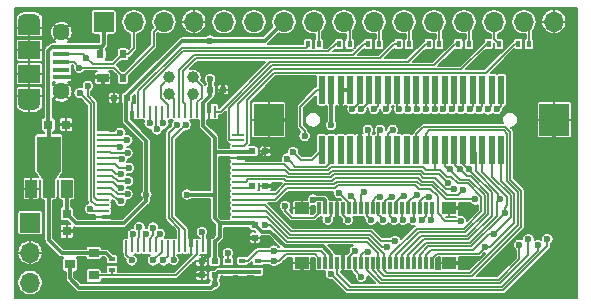
<source format=gbr>
G04 #@! TF.GenerationSoftware,KiCad,Pcbnew,5.1.5*
G04 #@! TF.CreationDate,2020-05-08T23:36:38+02:00*
G04 #@! TF.ProjectId,nucular-keyboard,6e756375-6c61-4722-9d6b-6579626f6172,rev?*
G04 #@! TF.SameCoordinates,Original*
G04 #@! TF.FileFunction,Copper,L1,Top*
G04 #@! TF.FilePolarity,Positive*
%FSLAX46Y46*%
G04 Gerber Fmt 4.6, Leading zero omitted, Abs format (unit mm)*
G04 Created by KiCad (PCBNEW 5.1.5) date 2020-05-08 23:36:38*
%MOMM*%
%LPD*%
G04 APERTURE LIST*
%ADD10R,0.400000X0.600000*%
%ADD11R,1.000000X0.250000*%
%ADD12R,0.250000X1.000000*%
%ADD13R,1.900000X1.200000*%
%ADD14O,1.900000X1.200000*%
%ADD15R,1.900000X1.500000*%
%ADD16C,1.450000*%
%ADD17R,1.350000X0.400000*%
%ADD18R,0.300000X1.000000*%
%ADD19R,1.200000X1.000000*%
%ADD20R,0.500000X2.400000*%
%ADD21R,2.500000X2.700000*%
%ADD22R,1.000000X0.700000*%
%ADD23R,0.600000X0.700000*%
%ADD24C,0.100000*%
%ADD25R,2.000000X3.000000*%
%ADD26R,1.000000X1.500000*%
%ADD27R,1.700000X1.700000*%
%ADD28O,1.700000X1.700000*%
%ADD29R,0.900000X0.800000*%
%ADD30R,0.600000X0.500000*%
%ADD31R,0.750000X0.800000*%
%ADD32R,0.800000X0.750000*%
%ADD33C,1.000000*%
%ADD34R,0.500000X0.600000*%
%ADD35R,0.600000X0.400000*%
%ADD36C,0.600000*%
%ADD37C,0.300000*%
%ADD38C,0.150000*%
G04 APERTURE END LIST*
D10*
X85050000Y-63275000D03*
X85950000Y-63275000D03*
X87650000Y-63275000D03*
X88550000Y-63275000D03*
X90150000Y-63275000D03*
X91050000Y-63275000D03*
X92700000Y-63275000D03*
X93600000Y-63275000D03*
X95250000Y-63275000D03*
X96150000Y-63275000D03*
X97775000Y-63275000D03*
X98675000Y-63275000D03*
X100325000Y-63275000D03*
X101225000Y-63275000D03*
X102850000Y-63275000D03*
X103750000Y-63275000D03*
D11*
X79100000Y-78450000D03*
X79100000Y-77950000D03*
X79100000Y-77450000D03*
X79100000Y-76950000D03*
X79100000Y-76450000D03*
X79100000Y-75950000D03*
X79100000Y-75450000D03*
X79100000Y-74950000D03*
X79100000Y-74450000D03*
X79100000Y-73950000D03*
X79100000Y-73450000D03*
X79100000Y-72950000D03*
X79100000Y-72450000D03*
X79100000Y-71950000D03*
X79100000Y-71450000D03*
X79100000Y-70950000D03*
D12*
X77150000Y-69000000D03*
X76650000Y-69000000D03*
X76150000Y-69000000D03*
X75650000Y-69000000D03*
X75150000Y-69000000D03*
X74650000Y-69000000D03*
X74150000Y-69000000D03*
X73650000Y-69000000D03*
X73150000Y-69000000D03*
X72650000Y-69000000D03*
X72150000Y-69000000D03*
X71650000Y-69000000D03*
X71150000Y-69000000D03*
X70650000Y-69000000D03*
X70150000Y-69000000D03*
X69650000Y-69000000D03*
D11*
X67700000Y-70950000D03*
X67700000Y-71450000D03*
X67700000Y-71950000D03*
X67700000Y-72450000D03*
X67700000Y-72950000D03*
X67700000Y-73450000D03*
X67700000Y-73950000D03*
X67700000Y-74450000D03*
X67700000Y-74950000D03*
X67700000Y-75450000D03*
X67700000Y-75950000D03*
X67700000Y-76450000D03*
X67700000Y-76950000D03*
X67700000Y-77450000D03*
X67700000Y-77950000D03*
X67700000Y-78450000D03*
D12*
X69650000Y-80400000D03*
X70150000Y-80400000D03*
X70650000Y-80400000D03*
X71150000Y-80400000D03*
X71650000Y-80400000D03*
X72150000Y-80400000D03*
X72650000Y-80400000D03*
X73150000Y-80400000D03*
X73650000Y-80400000D03*
X74150000Y-80400000D03*
X74650000Y-80400000D03*
X75150000Y-80400000D03*
X75650000Y-80400000D03*
X76150000Y-80400000D03*
X76650000Y-80400000D03*
X77150000Y-80400000D03*
D13*
X61450000Y-61900000D03*
X61450000Y-67700000D03*
D14*
X61450000Y-68300000D03*
X61450000Y-61300000D03*
D15*
X61450000Y-63800000D03*
D16*
X64150000Y-67300000D03*
D17*
X64150000Y-64800000D03*
X64150000Y-65450000D03*
X64150000Y-66100000D03*
X64150000Y-63500000D03*
X64150000Y-64150000D03*
D16*
X64150000Y-62300000D03*
D15*
X61450000Y-65800000D03*
D18*
X95500000Y-81800000D03*
X95500000Y-77200000D03*
X95000000Y-81800000D03*
X95000000Y-77200000D03*
X94500000Y-81800000D03*
X94500000Y-77200000D03*
X94000000Y-81800000D03*
X94000000Y-77200000D03*
X93500000Y-81800000D03*
X93500000Y-77200000D03*
X93000000Y-81800000D03*
X93000000Y-77200000D03*
X92500000Y-81800000D03*
X92500000Y-77200000D03*
X92000000Y-81800000D03*
X92000000Y-77200000D03*
X91500000Y-81800000D03*
X91500000Y-77200000D03*
X91000000Y-81800000D03*
X91000000Y-77200000D03*
X90500000Y-81800000D03*
X90500000Y-77200000D03*
X90000000Y-81800000D03*
X90000000Y-77200000D03*
X89500000Y-81800000D03*
X89500000Y-77200000D03*
X89000000Y-81800000D03*
X89000000Y-77200000D03*
X88500000Y-81800000D03*
X88500000Y-77200000D03*
X88000000Y-81800000D03*
X88000000Y-77200000D03*
X87500000Y-81800000D03*
X87500000Y-77200000D03*
X87000000Y-81800000D03*
X87000000Y-77200000D03*
X86500000Y-81800000D03*
X86500000Y-77200000D03*
X86000000Y-81800000D03*
X86000000Y-77200000D03*
D19*
X97000000Y-81800000D03*
X97000000Y-77200000D03*
X84500000Y-77200000D03*
X84500000Y-81800000D03*
D20*
X101400000Y-72250000D03*
X101400000Y-67150000D03*
X100600000Y-72250000D03*
X100600000Y-67150000D03*
X99800000Y-72250000D03*
X99800000Y-67150000D03*
X99000000Y-72250000D03*
X99000000Y-67150000D03*
X98200000Y-72250000D03*
X98200000Y-67150000D03*
X97400000Y-72250000D03*
X97400000Y-67150000D03*
X96600000Y-72250000D03*
X96600000Y-67150000D03*
X95800000Y-72250000D03*
X95800000Y-67150000D03*
X95000000Y-72250000D03*
X95000000Y-67150000D03*
X94200000Y-72250000D03*
X94200000Y-67150000D03*
X93400000Y-72250000D03*
X93400000Y-67150000D03*
X92600000Y-72250000D03*
X92600000Y-67150000D03*
X91800000Y-72250000D03*
X91800000Y-67150000D03*
X91000000Y-72250000D03*
X91000000Y-67150000D03*
X90200000Y-72250000D03*
X90200000Y-67150000D03*
X89400000Y-72250000D03*
X89400000Y-67150000D03*
X88600000Y-72250000D03*
X88600000Y-67150000D03*
X87800000Y-72250000D03*
X87800000Y-67150000D03*
X87000000Y-72250000D03*
X87000000Y-67150000D03*
X86200000Y-72250000D03*
X86200000Y-67150000D03*
D21*
X105900000Y-69700000D03*
X81700000Y-69700000D03*
D22*
X67650000Y-66150000D03*
D23*
X69350000Y-66150000D03*
X69350000Y-64150000D03*
X67450000Y-64150000D03*
G04 #@! TA.AperFunction,SMDPad,CuDef*
D24*
G36*
X64100000Y-74035000D02*
G01*
X63600000Y-74785000D01*
X62600000Y-74785000D01*
X62100000Y-74035000D01*
X64100000Y-74035000D01*
G37*
G04 #@! TD.AperFunction*
D25*
X63100000Y-72560000D03*
D26*
X64600000Y-75520000D03*
X63100000Y-75520000D03*
X61600000Y-75520000D03*
D27*
X61500000Y-78400000D03*
D28*
X61500000Y-80940000D03*
X61500000Y-83480000D03*
D27*
X67750000Y-61400000D03*
D28*
X70290000Y-61400000D03*
X72830000Y-61400000D03*
X75370000Y-61400000D03*
X77910000Y-61400000D03*
X80450000Y-61400000D03*
X82990000Y-61400000D03*
X85530000Y-61400000D03*
X88070000Y-61400000D03*
X90610000Y-61400000D03*
X93150000Y-61400000D03*
X95690000Y-61400000D03*
X98230000Y-61400000D03*
X100770000Y-61400000D03*
X103310000Y-61400000D03*
X105850000Y-61400000D03*
D29*
X66880000Y-82880000D03*
X66880000Y-80980000D03*
X64880000Y-81930000D03*
D30*
X77125000Y-81660000D03*
X76025000Y-81660000D03*
D31*
X64600000Y-77650000D03*
X64600000Y-79150000D03*
D32*
X64550000Y-70100000D03*
X63050000Y-70100000D03*
D33*
X73300000Y-67500000D03*
X73300000Y-66100000D03*
X75300000Y-66100000D03*
X75300000Y-67500000D03*
D30*
X80325000Y-75325000D03*
X81425000Y-75325000D03*
X69700000Y-67850000D03*
X68600000Y-67850000D03*
X80325000Y-72350000D03*
X81425000Y-72350000D03*
X77850000Y-67150000D03*
X76750000Y-67150000D03*
D34*
X80550000Y-79670000D03*
X80550000Y-78570000D03*
D30*
X77125000Y-82850000D03*
X76025000Y-82850000D03*
D35*
X68420000Y-82380000D03*
X68420000Y-81480000D03*
X78250000Y-82560000D03*
X78250000Y-81660000D03*
X80790000Y-81650000D03*
X80790000Y-82550000D03*
X79475000Y-82550000D03*
X79475000Y-81650000D03*
D36*
X74775000Y-76024999D03*
X71350000Y-76025000D03*
X76750000Y-63000000D03*
X76750000Y-66249994D03*
X87550000Y-78150000D03*
X84500000Y-76200000D03*
X88050000Y-69500000D03*
X82199980Y-75300000D03*
X83450000Y-70900000D03*
X74080204Y-76880204D03*
X82100000Y-72350000D03*
X100899994Y-81800000D03*
X75249998Y-82850002D03*
X65425006Y-79150000D03*
X68600000Y-68550004D03*
X65400000Y-70100004D03*
X67650000Y-66975000D03*
X68700000Y-79150000D03*
X72699978Y-71900000D03*
X74075000Y-71900000D03*
X77850002Y-65425000D03*
X88000000Y-80850001D03*
X103100000Y-71600000D03*
X76900000Y-79200000D03*
X73449998Y-79200000D03*
X72700000Y-76900000D03*
X78000000Y-77400000D03*
X75199982Y-79200000D03*
X68700000Y-77600000D03*
X105900000Y-71600000D03*
X61600000Y-76800000D03*
X84500000Y-82800000D03*
X98099994Y-77200000D03*
X98100000Y-81800000D03*
X79800000Y-79700000D03*
X66387774Y-66834125D03*
X66264998Y-64450000D03*
X65700004Y-67450000D03*
X65680011Y-65275011D03*
X82125000Y-80774998D03*
X83266207Y-72976041D03*
X72800000Y-81600000D03*
X86700000Y-78150000D03*
X86974990Y-82753765D03*
X105300004Y-79800000D03*
X102932374Y-80290222D03*
X83775000Y-72425000D03*
X82125002Y-81650000D03*
X71900000Y-81600000D03*
X83100000Y-77000000D03*
X73650000Y-81549978D03*
X84750000Y-71075000D03*
X78250000Y-81000010D03*
X103699998Y-79800000D03*
X104500000Y-80300000D03*
X74698472Y-70100010D03*
X73948459Y-70099966D03*
X70100000Y-81600000D03*
X66600004Y-77250000D03*
X89743949Y-75778380D03*
X91674990Y-68800000D03*
X69181341Y-76591766D03*
X92200000Y-70550004D03*
X90075012Y-80850000D03*
X69753761Y-76003761D03*
X90400000Y-78150020D03*
X92750044Y-68800000D03*
X69175918Y-75465979D03*
X91093971Y-76249988D03*
X93500057Y-68800000D03*
X69799994Y-74900000D03*
X91400011Y-78150011D03*
X94250070Y-68800000D03*
X69200000Y-74300011D03*
X92150000Y-76200000D03*
X95000083Y-68800000D03*
X69855659Y-73753746D03*
X92294181Y-78146539D03*
X95750285Y-68800036D03*
X69250000Y-73050000D03*
X93200011Y-76175651D03*
X96500296Y-68799907D03*
X69754512Y-72495036D03*
X93100011Y-78150000D03*
X97250307Y-68800926D03*
X69150000Y-71970026D03*
X94250022Y-76060518D03*
X98000281Y-68793421D03*
X69750000Y-71445016D03*
X93950011Y-78150008D03*
X98750262Y-68800149D03*
X69150000Y-70800000D03*
X95300033Y-76226890D03*
X99500270Y-68797891D03*
X71624990Y-70003747D03*
X94700022Y-78150000D03*
X100250114Y-68813750D03*
X72225953Y-70516031D03*
X95450035Y-78150000D03*
X101000000Y-68800000D03*
X72800000Y-70000000D03*
X96897449Y-75031987D03*
X97050000Y-73900000D03*
X97415115Y-75574981D03*
X97905999Y-73897889D03*
X98655970Y-73890079D03*
X98200000Y-75612968D03*
X99180000Y-76440000D03*
X101310000Y-76399998D03*
X97950000Y-78250000D03*
X101675010Y-77596020D03*
X92425000Y-79975000D03*
X100762317Y-79362317D03*
X100050000Y-80500000D03*
X91750004Y-80500000D03*
X76050000Y-79200000D03*
X81400000Y-78600000D03*
X88400011Y-78149239D03*
X88800000Y-68800000D03*
X72500000Y-79349998D03*
X87664785Y-75896898D03*
X89550011Y-68800013D03*
X71919424Y-78819899D03*
X90099977Y-70550000D03*
X89000002Y-80825000D03*
X71300000Y-79350002D03*
X88714796Y-76176899D03*
X90624978Y-68796593D03*
X70758270Y-78781304D03*
X91149988Y-70550000D03*
X89550000Y-82970000D03*
X70200000Y-79400000D03*
X85474994Y-76451239D03*
X87000002Y-70150000D03*
X77125000Y-83600000D03*
D37*
X77125001Y-76024999D02*
X77150000Y-76000000D01*
X74775000Y-76024999D02*
X77125001Y-76024999D01*
X80550000Y-78570000D02*
X80550000Y-78620000D01*
X80550000Y-78620000D02*
X81130001Y-79200001D01*
X87000000Y-81125000D02*
X87000000Y-81800000D01*
X81130001Y-79200001D02*
X81850001Y-79200001D01*
X81850001Y-79200001D02*
X83049977Y-80399977D01*
X83049977Y-80399977D02*
X86274977Y-80399977D01*
X86274977Y-80399977D02*
X87000000Y-81125000D01*
X79100000Y-72450000D02*
X80225000Y-72450000D01*
X80225000Y-72450000D02*
X80325000Y-72350000D01*
X67700000Y-78450000D02*
X69450000Y-78450000D01*
X69450000Y-78450000D02*
X71350000Y-76550000D01*
X71350000Y-76550000D02*
X71350000Y-76025000D01*
X77150000Y-76250000D02*
X77150000Y-76000000D01*
X77150000Y-76000000D02*
X77150000Y-72400000D01*
X71350000Y-71500000D02*
X71350000Y-75600736D01*
X69650000Y-69800000D02*
X71350000Y-71500000D01*
X71350000Y-75600736D02*
X71350000Y-76025000D01*
X69650000Y-69000000D02*
X69650000Y-69800000D01*
X77150000Y-76250000D02*
X77150000Y-78050000D01*
X77150000Y-78050000D02*
X77550000Y-78450000D01*
X77550000Y-78450000D02*
X77550000Y-78500000D01*
X77550000Y-79625000D02*
X77550000Y-78500000D01*
X79100000Y-78450000D02*
X77600000Y-78450000D01*
X77600000Y-78450000D02*
X77550000Y-78500000D01*
X77150000Y-80025000D02*
X77550000Y-79625000D01*
X77150000Y-80400000D02*
X77150000Y-80025000D01*
X77150000Y-80400000D02*
X77150000Y-80000000D01*
X67700000Y-78450000D02*
X65375000Y-78450000D01*
X65375000Y-78450000D02*
X64600000Y-77675000D01*
X64600000Y-77675000D02*
X64600000Y-77650000D01*
X64600000Y-75520000D02*
X64600000Y-77650000D01*
X76750000Y-63000000D02*
X74400000Y-63000000D01*
X74400000Y-63000000D02*
X69700000Y-67700000D01*
X69700000Y-67700000D02*
X69700000Y-67850000D01*
X69650000Y-69000000D02*
X69650000Y-67900000D01*
X69650000Y-67900000D02*
X69700000Y-67850000D01*
X69650000Y-69000000D02*
X69650000Y-67750000D01*
X81390000Y-63000000D02*
X76750000Y-63000000D01*
X82990000Y-61400000D02*
X81390000Y-63000000D01*
X76750000Y-67150000D02*
X76750000Y-66249994D01*
X76750000Y-67653347D02*
X76750000Y-67150000D01*
X76750000Y-67653347D02*
X76150000Y-68253346D01*
X76150000Y-68253346D02*
X76150000Y-69000000D01*
X77150000Y-72400000D02*
X77150000Y-71200000D01*
X79100000Y-72450000D02*
X77200000Y-72450000D01*
X77200000Y-72450000D02*
X77150000Y-72400000D01*
X77150000Y-71200000D02*
X76150000Y-70200000D01*
X79100000Y-78450000D02*
X80430000Y-78450000D01*
X80430000Y-78450000D02*
X80550000Y-78570000D01*
X76150000Y-70200000D02*
X76150000Y-69000000D01*
X77140000Y-81660000D02*
X77140000Y-80410000D01*
X87500000Y-77200000D02*
X87500000Y-78100000D01*
X87500000Y-78100000D02*
X87550000Y-78150000D01*
D38*
X84500000Y-77200000D02*
X84500000Y-76200000D01*
D37*
X88150000Y-69500000D02*
X88050000Y-69500000D01*
X89400000Y-70750000D02*
X88150000Y-69500000D01*
X89400000Y-72250000D02*
X89400000Y-70750000D01*
X87800000Y-69250000D02*
X88050000Y-69500000D01*
X87800000Y-67150000D02*
X87800000Y-69250000D01*
X82174980Y-75325000D02*
X82199980Y-75300000D01*
X81425000Y-75325000D02*
X82174980Y-75325000D01*
X83450000Y-70475736D02*
X83450000Y-70900000D01*
X83450000Y-69900000D02*
X83450000Y-70475736D01*
X83250000Y-69700000D02*
X83450000Y-69900000D01*
X81700000Y-69700000D02*
X83250000Y-69700000D01*
X75199982Y-79200000D02*
X75199982Y-77999982D01*
X75199982Y-77999982D02*
X74380203Y-77180203D01*
X74380203Y-77180203D02*
X74080204Y-76880204D01*
X81425000Y-72350000D02*
X82100000Y-72350000D01*
X79100000Y-72950000D02*
X80825000Y-72950000D01*
X80825000Y-72950000D02*
X81425000Y-72350000D01*
X76025000Y-82850000D02*
X75250000Y-82850000D01*
X75250000Y-82850000D02*
X75249998Y-82850002D01*
X64600000Y-79150000D02*
X65425006Y-79150000D01*
X68600000Y-67850000D02*
X68600000Y-68550004D01*
X65399996Y-70100000D02*
X65400000Y-70100004D01*
X64550000Y-70100000D02*
X65399996Y-70100000D01*
X67650000Y-66150000D02*
X67650000Y-66975000D01*
X70150000Y-69649274D02*
X72100727Y-71600001D01*
X70150000Y-69000000D02*
X70150000Y-69649274D01*
X72100727Y-71600001D02*
X72399979Y-71600001D01*
X72399979Y-71600001D02*
X72699978Y-71900000D01*
X77850000Y-65425002D02*
X77850002Y-65425000D01*
X77850000Y-67150000D02*
X77850000Y-65425002D01*
X88000000Y-81800000D02*
X88000000Y-80850001D01*
X105900000Y-71600000D02*
X103100000Y-71600000D01*
X76650000Y-79450000D02*
X76900000Y-79200000D01*
X76695170Y-79531527D02*
X76900000Y-79326697D01*
X76650000Y-80400000D02*
X76650000Y-79450000D01*
X76900000Y-79326697D02*
X76900000Y-79200000D01*
X76650000Y-69000000D02*
X76650000Y-68400000D01*
X76650000Y-68400000D02*
X77850000Y-67200000D01*
X77850000Y-67200000D02*
X77850000Y-67150000D01*
X75150000Y-80400000D02*
X75150000Y-79249982D01*
X75150000Y-79249982D02*
X75199982Y-79200000D01*
X68500000Y-77950000D02*
X68700000Y-77750000D01*
X67700000Y-77950000D02*
X68500000Y-77950000D01*
X68700000Y-77750000D02*
X68700000Y-77600000D01*
X105900000Y-69700000D02*
X105900000Y-71600000D01*
X61600000Y-75520000D02*
X61600000Y-76800000D01*
X84500000Y-81800000D02*
X84500000Y-82800000D01*
X97000000Y-77200000D02*
X98099994Y-77200000D01*
X97000000Y-81800000D02*
X98100000Y-81800000D01*
X80550000Y-79670000D02*
X79830000Y-79670000D01*
X79830000Y-79670000D02*
X79800000Y-79700000D01*
X61550000Y-68400000D02*
X61450000Y-68300000D01*
X64150000Y-66100000D02*
X67600000Y-66100000D01*
X67600000Y-66100000D02*
X67650000Y-66150000D01*
X76025000Y-81660000D02*
X76025000Y-82775000D01*
X76025000Y-82775000D02*
X76000000Y-82800000D01*
X105850000Y-69650000D02*
X105900000Y-69700000D01*
X67700000Y-66180000D02*
X67670000Y-66150000D01*
X76650000Y-80400000D02*
X76650000Y-81035000D01*
X76650000Y-81035000D02*
X76025000Y-81660000D01*
X87800000Y-67150000D02*
X88600000Y-67150000D01*
D38*
X75150000Y-69000000D02*
X75150000Y-67650000D01*
X75150000Y-67650000D02*
X75300000Y-67500000D01*
X75650000Y-68223002D02*
X76025001Y-67848001D01*
X75650000Y-69000000D02*
X75650000Y-68223002D01*
X76025001Y-67848001D02*
X76025001Y-66825001D01*
X76025001Y-66825001D02*
X75300000Y-66100000D01*
X73150000Y-69000000D02*
X73150000Y-68423002D01*
X73150000Y-68423002D02*
X72550000Y-67823002D01*
X72550000Y-67823002D02*
X72550000Y-66850000D01*
X72550000Y-66850000D02*
X73300000Y-66100000D01*
X73650000Y-69000000D02*
X73650000Y-67850000D01*
X73650000Y-67850000D02*
X73300000Y-67500000D01*
X66880000Y-82880000D02*
X68400000Y-82880000D01*
X68400000Y-82880000D02*
X73820000Y-82880000D01*
X68420000Y-82380000D02*
X68420000Y-82860000D01*
X68420000Y-82860000D02*
X68400000Y-82880000D01*
X73820000Y-82880000D02*
X75650000Y-81050000D01*
X75650000Y-81050000D02*
X75650000Y-80400000D01*
X66387774Y-67687774D02*
X66387774Y-66834125D01*
X66950000Y-68250000D02*
X66387774Y-67687774D01*
X67169998Y-76450000D02*
X66950000Y-76230002D01*
X66950000Y-76230002D02*
X66950000Y-68250000D01*
X67700000Y-76450000D02*
X67169998Y-76450000D01*
X69350000Y-64150000D02*
X69800000Y-64150000D01*
X69800000Y-64150000D02*
X70290000Y-63660000D01*
X70290000Y-63660000D02*
X70290000Y-61400000D01*
X68525000Y-64975000D02*
X69350000Y-64150000D01*
X68525000Y-64975000D02*
X66789998Y-64975000D01*
X66789998Y-64975000D02*
X66264998Y-64450000D01*
X66264998Y-64450000D02*
X65964998Y-64150000D01*
X65964998Y-64150000D02*
X64150000Y-64150000D01*
X67700000Y-76950000D02*
X67050000Y-76950000D01*
X67050000Y-76950000D02*
X66649990Y-76549990D01*
X66649990Y-76549990D02*
X66649990Y-68399986D01*
X66649990Y-68399986D02*
X65700004Y-67450000D01*
X69370000Y-66050000D02*
X68595011Y-65275011D01*
X68595011Y-65275011D02*
X65680011Y-65275011D01*
X65680011Y-65275011D02*
X65205000Y-64800000D01*
X65205000Y-64800000D02*
X64150000Y-64800000D01*
X69370000Y-66250000D02*
X69370000Y-66050000D01*
X69370000Y-66050000D02*
X71980001Y-63439999D01*
X71980001Y-63439999D02*
X71980001Y-62249999D01*
X71980001Y-62249999D02*
X72830000Y-61400000D01*
X87000000Y-72250000D02*
X87000000Y-73245179D01*
X86570178Y-73675001D02*
X83965167Y-73675001D01*
X87000000Y-73245179D02*
X86570178Y-73675001D01*
X83965167Y-73675001D02*
X83566206Y-73276040D01*
X83566206Y-73276040D02*
X83266207Y-72976041D01*
X81700736Y-80774998D02*
X82125000Y-80774998D01*
X80800002Y-80774998D02*
X81700736Y-80774998D01*
X86500000Y-81155344D02*
X86119654Y-80774998D01*
X79475000Y-81650000D02*
X79925000Y-81650000D01*
X82549264Y-80774998D02*
X82125000Y-80774998D01*
X86119654Y-80774998D02*
X82549264Y-80774998D01*
X86500000Y-81800000D02*
X86500000Y-81155344D01*
X79925000Y-81650000D02*
X80800002Y-80774998D01*
X73150000Y-81250000D02*
X72800000Y-81600000D01*
X73150000Y-80400000D02*
X73150000Y-81250000D01*
X87000000Y-77200000D02*
X87000000Y-77850000D01*
X87000000Y-77850000D02*
X86700000Y-78150000D01*
X105300004Y-80422833D02*
X101572826Y-84150011D01*
X105300004Y-79800000D02*
X105300004Y-80422833D01*
X88371236Y-84150011D02*
X86974990Y-82753765D01*
X101572826Y-84150011D02*
X88371236Y-84150011D01*
X103750000Y-63275000D02*
X103750000Y-61840000D01*
X103750000Y-61840000D02*
X103310000Y-61400000D01*
X103250000Y-61460000D02*
X103310000Y-61400000D01*
X79100000Y-71950000D02*
X79575000Y-71950000D01*
X79575000Y-71950000D02*
X79875000Y-71650000D01*
X79875000Y-71650000D02*
X79875000Y-68025000D01*
X79875000Y-68025000D02*
X82175001Y-65724999D01*
X82175001Y-65724999D02*
X100100001Y-65724999D01*
X100100001Y-65724999D02*
X102550000Y-63275000D01*
X102550000Y-63275000D02*
X102850000Y-63275000D01*
X77150000Y-69000000D02*
X77627163Y-69000000D01*
X77627163Y-69000000D02*
X81827141Y-64800022D01*
X81827141Y-64800022D02*
X93474978Y-64800022D01*
X93474978Y-64800022D02*
X95000000Y-63275000D01*
X95000000Y-63275000D02*
X95250000Y-63275000D01*
X90500000Y-82450000D02*
X91299978Y-83249978D01*
X91299978Y-83249978D02*
X101200022Y-83249978D01*
X90500000Y-81800000D02*
X90500000Y-82450000D01*
X101200022Y-83249978D02*
X102932374Y-81517626D01*
X102932374Y-81517626D02*
X102932374Y-80290222D01*
X96150000Y-63275000D02*
X96150000Y-61860000D01*
X96150000Y-61860000D02*
X95690000Y-61400000D01*
X95725000Y-61435000D02*
X95690000Y-61400000D01*
X95700000Y-61410000D02*
X95690000Y-61400000D01*
X86000000Y-81800000D02*
X86000000Y-81450000D01*
X86000000Y-81450000D02*
X85624999Y-81074999D01*
X85624999Y-81074999D02*
X83175001Y-81074999D01*
X83175001Y-81074999D02*
X82600000Y-81650000D01*
X82600000Y-81650000D02*
X82549266Y-81650000D01*
X82549266Y-81650000D02*
X82125002Y-81650000D01*
X86200000Y-72250000D02*
X85380000Y-73070000D01*
X85380000Y-73070000D02*
X84420000Y-73070000D01*
X84420000Y-73070000D02*
X83775000Y-72425000D01*
X80790000Y-81650000D02*
X82125002Y-81650000D01*
X71900000Y-81600000D02*
X72650000Y-80850000D01*
X72650000Y-80850000D02*
X72650000Y-80400000D01*
X83100000Y-77424264D02*
X83100000Y-77000000D01*
X83675735Y-77999999D02*
X83100000Y-77424264D01*
X86000000Y-77550000D02*
X85550001Y-77999999D01*
X86000000Y-77200000D02*
X86000000Y-77550000D01*
X85550001Y-77999999D02*
X83675735Y-77999999D01*
X86200000Y-67150000D02*
X85800000Y-67150000D01*
X84750000Y-70625000D02*
X84750000Y-71075000D01*
X85800000Y-67150000D02*
X84375000Y-68575000D01*
X84375000Y-68575000D02*
X84375000Y-70250000D01*
X84375000Y-70250000D02*
X84750000Y-70625000D01*
X78250000Y-81660000D02*
X78250000Y-81000010D01*
X73650000Y-80400000D02*
X73650000Y-81549978D01*
X97775000Y-63275000D02*
X97500000Y-63275000D01*
X97500000Y-63275000D02*
X95675000Y-65100000D01*
X95675000Y-65100000D02*
X93499279Y-65100000D01*
X93499279Y-65100000D02*
X93499246Y-65100033D01*
X81951409Y-65100033D02*
X78374999Y-68676443D01*
X78374999Y-71374999D02*
X78450000Y-71450000D01*
X93499246Y-65100033D02*
X81951409Y-65100033D01*
X78374999Y-68676443D02*
X78374999Y-71374999D01*
X78450000Y-71450000D02*
X79100000Y-71450000D01*
X103699998Y-81174281D02*
X103699998Y-79800000D01*
X91099989Y-83549989D02*
X101324290Y-83549989D01*
X90000000Y-82450000D02*
X91099989Y-83549989D01*
X101324290Y-83549989D02*
X103699998Y-81174281D01*
X90000000Y-81800000D02*
X90000000Y-82450000D01*
X98675000Y-63275000D02*
X98675000Y-61845000D01*
X98675000Y-61845000D02*
X98230000Y-61400000D01*
X98225000Y-61405000D02*
X98230000Y-61400000D01*
X87500000Y-81800000D02*
X87500000Y-82740000D01*
X87500000Y-82740000D02*
X88610000Y-83850000D01*
X88610000Y-83850000D02*
X101448558Y-83850000D01*
X101448558Y-83850000D02*
X104500000Y-80798558D01*
X104500000Y-80798558D02*
X104500000Y-80300000D01*
X101225000Y-63275000D02*
X100800000Y-62850000D01*
X100800000Y-62850000D02*
X100800000Y-61430000D01*
X100800000Y-61430000D02*
X100770000Y-61400000D01*
X100775000Y-61405000D02*
X100770000Y-61400000D01*
X100325000Y-63275000D02*
X100150000Y-63275000D01*
X100150000Y-63275000D02*
X98000012Y-65424988D01*
X98000012Y-65424988D02*
X82050733Y-65424988D01*
X82050733Y-65424988D02*
X79100000Y-68375721D01*
X79100000Y-68375721D02*
X79100000Y-70950000D01*
X92700000Y-63275000D02*
X92325000Y-63275000D01*
X92325000Y-63275000D02*
X91099989Y-64500011D01*
X74450011Y-68150011D02*
X74650000Y-68350000D01*
X91099989Y-64500011D02*
X75524267Y-64500011D01*
X75524267Y-64500011D02*
X74450011Y-65574267D01*
X74450011Y-65574267D02*
X74450011Y-68150011D01*
X74650000Y-68350000D02*
X74650000Y-69000000D01*
X90150000Y-63275000D02*
X89750000Y-63275000D01*
X89750000Y-63275000D02*
X88824989Y-64200011D01*
X88824989Y-64200011D02*
X75399989Y-64200011D01*
X75399989Y-64200011D02*
X74150000Y-65450000D01*
X74150000Y-65450000D02*
X74150000Y-69000000D01*
X87650000Y-63275000D02*
X87375000Y-63275000D01*
X87375000Y-63275000D02*
X86749989Y-63900011D01*
X86749989Y-63900011D02*
X74454611Y-63900011D01*
X74454611Y-63900011D02*
X71150000Y-67204622D01*
X71150000Y-67204622D02*
X71150000Y-69000000D01*
X85050000Y-63275000D02*
X85050000Y-63450000D01*
X85050000Y-63450000D02*
X84900000Y-63600000D01*
X84900000Y-63600000D02*
X84400000Y-63600000D01*
X74330344Y-63600000D02*
X70650000Y-67280344D01*
X84400000Y-63600000D02*
X74330344Y-63600000D01*
X70650000Y-67280344D02*
X70650000Y-69000000D01*
X73550000Y-71248482D02*
X74398473Y-70400009D01*
X74398473Y-70400009D02*
X74698472Y-70100010D01*
X74650000Y-78998704D02*
X73550000Y-77898704D01*
X74650000Y-80400000D02*
X74650000Y-78998704D01*
X73550000Y-77898704D02*
X73550000Y-71248482D01*
X74150000Y-80400000D02*
X74150000Y-78922983D01*
X74150000Y-78922983D02*
X73249989Y-78022972D01*
X73249989Y-78022972D02*
X73249989Y-70798436D01*
X73249989Y-70798436D02*
X73648460Y-70399965D01*
X73648460Y-70399965D02*
X73948459Y-70099966D01*
X69650000Y-81150000D02*
X70100000Y-81600000D01*
X69650000Y-80400000D02*
X69650000Y-81150000D01*
X66800004Y-77450000D02*
X66600004Y-77250000D01*
X67700000Y-77450000D02*
X66800004Y-77450000D01*
X79100000Y-75450000D02*
X80200000Y-75450000D01*
X80200000Y-75450000D02*
X80325000Y-75325000D01*
X89500000Y-77200000D02*
X89500000Y-76022329D01*
X89500000Y-76022329D02*
X89743949Y-75778380D01*
X91800000Y-67150000D02*
X91800000Y-68674990D01*
X91800000Y-68674990D02*
X91674990Y-68800000D01*
X67700000Y-75950000D02*
X68350000Y-75950000D01*
X68350000Y-75950000D02*
X68991766Y-76591766D01*
X68991766Y-76591766D02*
X69181341Y-76591766D01*
X91800000Y-72250000D02*
X91800000Y-70900000D01*
X92149996Y-70550004D02*
X92200000Y-70550004D01*
X91800000Y-70900000D02*
X92149996Y-70550004D01*
X89500000Y-81800000D02*
X89500000Y-81150000D01*
X89500000Y-81150000D02*
X89800000Y-80850000D01*
X89800000Y-80850000D02*
X90075012Y-80850000D01*
X67700000Y-75450000D02*
X68382937Y-75450000D01*
X68382937Y-75450000D02*
X68936698Y-76003761D01*
X68936698Y-76003761D02*
X69753761Y-76003761D01*
X90000000Y-77850000D02*
X90300020Y-78150020D01*
X90300020Y-78150020D02*
X90400000Y-78150020D01*
X90000000Y-77200000D02*
X90000000Y-77850000D01*
X92600000Y-68649956D02*
X92750044Y-68800000D01*
X92600000Y-67150000D02*
X92600000Y-68649956D01*
X69064698Y-75465979D02*
X69175918Y-75465979D01*
X68548719Y-74950000D02*
X69064698Y-75465979D01*
X67700000Y-74950000D02*
X68548719Y-74950000D01*
X90500000Y-76550000D02*
X90800012Y-76249988D01*
X90500000Y-77200000D02*
X90500000Y-76550000D01*
X90800012Y-76249988D02*
X91093971Y-76249988D01*
X93400000Y-67150000D02*
X93400000Y-68699943D01*
X93400000Y-68699943D02*
X93500057Y-68800000D01*
X67700000Y-74450000D02*
X68472998Y-74450000D01*
X68922998Y-74900000D02*
X69799994Y-74900000D01*
X68472998Y-74450000D02*
X68922998Y-74900000D01*
X91000000Y-77750000D02*
X91100012Y-77850012D01*
X91000000Y-77200000D02*
X91000000Y-77750000D01*
X91100012Y-77850012D02*
X91400011Y-78150011D01*
X94200000Y-67150000D02*
X94200000Y-68749930D01*
X94200000Y-68749930D02*
X94250070Y-68800000D01*
X69200000Y-74300000D02*
X69200000Y-74300011D01*
X67700000Y-73950000D02*
X68425736Y-73950000D01*
X68775736Y-74300000D02*
X69200000Y-74300000D01*
X68425736Y-73950000D02*
X68775736Y-74300000D01*
X92000000Y-76200000D02*
X92150000Y-76200000D01*
X91500000Y-76700000D02*
X92000000Y-76200000D01*
X91500000Y-77200000D02*
X91500000Y-76700000D01*
X95000000Y-67150000D02*
X95000000Y-68799917D01*
X95000000Y-68799917D02*
X95000083Y-68800000D01*
X69834404Y-73775001D02*
X69855659Y-73753746D01*
X68722998Y-73450000D02*
X69047999Y-73775001D01*
X67700000Y-73450000D02*
X68722998Y-73450000D01*
X69047999Y-73775001D02*
X69834404Y-73775001D01*
X92000000Y-77200000D02*
X92000000Y-77852358D01*
X92000000Y-77852358D02*
X92294181Y-78146539D01*
X95800000Y-67150000D02*
X95800000Y-68750321D01*
X95800000Y-68750321D02*
X95750285Y-68800036D01*
X69150000Y-72950000D02*
X69250000Y-73050000D01*
X67700000Y-72950000D02*
X69150000Y-72950000D01*
X92951353Y-76175651D02*
X93200011Y-76175651D01*
X92500000Y-77200000D02*
X92500000Y-76627004D01*
X92500000Y-76627004D02*
X92951353Y-76175651D01*
X96600000Y-68700203D02*
X96500296Y-68799907D01*
X96600000Y-67150000D02*
X96600000Y-68700203D01*
X68395036Y-72495036D02*
X69754512Y-72495036D01*
X67700000Y-72450000D02*
X68350000Y-72450000D01*
X68350000Y-72450000D02*
X68395036Y-72495036D01*
X93000000Y-78049989D02*
X93100011Y-78150000D01*
X93000000Y-77200000D02*
X93000000Y-78049989D01*
X97400000Y-67150000D02*
X97400000Y-68651233D01*
X97400000Y-68651233D02*
X97250307Y-68800926D01*
X67700000Y-71950000D02*
X69129974Y-71950000D01*
X69129974Y-71950000D02*
X69150000Y-71970026D01*
X93500000Y-77200000D02*
X93500000Y-76700000D01*
X93500000Y-76700000D02*
X93839483Y-76360517D01*
X93839483Y-76360517D02*
X93950023Y-76360517D01*
X93950023Y-76360517D02*
X94250022Y-76060518D01*
X98200000Y-67150000D02*
X98200000Y-68593702D01*
X98200000Y-68593702D02*
X98000281Y-68793421D01*
X68350000Y-71450000D02*
X68354984Y-71445016D01*
X68354984Y-71445016D02*
X69750000Y-71445016D01*
X67700000Y-71450000D02*
X68350000Y-71450000D01*
X94000000Y-78100019D02*
X93950011Y-78150008D01*
X94000000Y-77200000D02*
X94000000Y-78100019D01*
X99000000Y-67150000D02*
X99000000Y-68550411D01*
X99000000Y-68550411D02*
X98750262Y-68800149D01*
X69000000Y-70950000D02*
X69150000Y-70800000D01*
X67700000Y-70950000D02*
X69000000Y-70950000D01*
X94500000Y-76602659D02*
X94875769Y-76226890D01*
X94875769Y-76226890D02*
X95300033Y-76226890D01*
X94500000Y-77200000D02*
X94500000Y-76602659D01*
X99502109Y-68797891D02*
X99500270Y-68797891D01*
X99800000Y-68500000D02*
X99502109Y-68797891D01*
X99800000Y-67150000D02*
X99800000Y-68500000D01*
X71650000Y-69978737D02*
X71624990Y-70003747D01*
X71650000Y-69000000D02*
X71650000Y-69978737D01*
X95000000Y-77200000D02*
X95000000Y-77850022D01*
X95000000Y-77850022D02*
X94700022Y-78150000D01*
X100550113Y-68513751D02*
X100250114Y-68813750D01*
X100600000Y-67150000D02*
X100550113Y-67199887D01*
X100550113Y-67199887D02*
X100550113Y-68513751D01*
X72150000Y-69000000D02*
X72150000Y-70450000D01*
X72150000Y-70450000D02*
X72216031Y-70516031D01*
X72216031Y-70516031D02*
X72225953Y-70516031D01*
X95500000Y-78100035D02*
X95450035Y-78150000D01*
X95500000Y-77200000D02*
X95500000Y-78100035D01*
X101100000Y-68800000D02*
X101000000Y-68800000D01*
X101400000Y-68500000D02*
X101100000Y-68800000D01*
X101400000Y-67150000D02*
X101400000Y-68500000D01*
X72650000Y-69850000D02*
X72800000Y-70000000D01*
X72650000Y-69000000D02*
X72650000Y-69850000D01*
X86694446Y-73975012D02*
X86944515Y-73724943D01*
X99705001Y-76211947D02*
X98581012Y-75087958D01*
X83527849Y-73975012D02*
X86694446Y-73975012D01*
X99705001Y-77444639D02*
X99705001Y-76211947D01*
X86944515Y-73724943D02*
X94749931Y-73724943D01*
X92000000Y-81800000D02*
X92000000Y-81150000D01*
X92000000Y-81150000D02*
X94224998Y-78925002D01*
X94224998Y-78925002D02*
X98224638Y-78925002D01*
X96781264Y-74506986D02*
X96251283Y-73977004D01*
X98224638Y-78925002D02*
X99705001Y-77444639D01*
X83002837Y-73450000D02*
X83527849Y-73975012D01*
X98581012Y-75087958D02*
X97730422Y-75087958D01*
X97730422Y-75087958D02*
X97149450Y-74506986D01*
X97149450Y-74506986D02*
X96781264Y-74506986D01*
X96251283Y-73977004D02*
X95800000Y-73977004D01*
X79100000Y-73450000D02*
X83002837Y-73450000D01*
X94749931Y-73724943D02*
X95000000Y-73975012D01*
X95000000Y-73975012D02*
X95424988Y-73975012D01*
X95000000Y-73975012D02*
X95798008Y-73975012D01*
X95798008Y-73975012D02*
X95800000Y-73977004D01*
X95800000Y-73977004D02*
X95800000Y-73600000D01*
X95800000Y-72250000D02*
X95800000Y-73600000D01*
X94877017Y-74277015D02*
X96127015Y-74277015D01*
X96881987Y-75031987D02*
X96897449Y-75031987D01*
X83403581Y-74275023D02*
X86818714Y-74275023D01*
X96127015Y-74277015D02*
X96881987Y-75031987D01*
X79100000Y-73950000D02*
X83078558Y-73950000D01*
X83078558Y-73950000D02*
X83403581Y-74275023D01*
X86818714Y-74275023D02*
X87068783Y-74024954D01*
X87068783Y-74024954D02*
X94624956Y-74024954D01*
X94624956Y-74024954D02*
X94877017Y-74277015D01*
X98705280Y-74787947D02*
X97937947Y-74787947D01*
X100005012Y-77568907D02*
X100005012Y-76087679D01*
X92500000Y-81150000D02*
X94424987Y-79225013D01*
X97349999Y-74199999D02*
X97050000Y-73900000D01*
X98348906Y-79225013D02*
X100005012Y-77568907D01*
X92500000Y-81800000D02*
X92500000Y-81150000D01*
X100005012Y-76087679D02*
X98705280Y-74787947D01*
X94424987Y-79225013D02*
X98348906Y-79225013D01*
X97937947Y-74787947D02*
X97349999Y-74199999D01*
X96900000Y-73900000D02*
X97050000Y-73900000D01*
X96600000Y-73600000D02*
X96900000Y-73900000D01*
X96600000Y-72250000D02*
X96600000Y-73600000D01*
X87226478Y-74324965D02*
X94500688Y-74324965D01*
X94500688Y-74324965D02*
X94811206Y-74635483D01*
X79750033Y-74449967D02*
X83154246Y-74449967D01*
X96697965Y-75574981D02*
X96990851Y-75574981D01*
X79750000Y-74450000D02*
X79750033Y-74449967D01*
X95758467Y-74635483D02*
X96697965Y-75574981D01*
X86976409Y-74575034D02*
X87226478Y-74324965D01*
X79100000Y-74450000D02*
X79750000Y-74450000D01*
X83154246Y-74449967D02*
X83279313Y-74575034D01*
X83279313Y-74575034D02*
X86976409Y-74575034D01*
X94811206Y-74635483D02*
X95758467Y-74635483D01*
X96990851Y-75574981D02*
X97415115Y-75574981D01*
X100305023Y-77693175D02*
X100305023Y-75963411D01*
X93000000Y-81800000D02*
X93000000Y-81150000D01*
X100305023Y-75963411D02*
X98829548Y-74487936D01*
X98829548Y-74487936D02*
X98496046Y-74487936D01*
X98205998Y-74197888D02*
X97905999Y-73897889D01*
X93000000Y-81150000D02*
X94624976Y-79525024D01*
X98496046Y-74487936D02*
X98205998Y-74197888D01*
X94624976Y-79525024D02*
X98473174Y-79525024D01*
X98473174Y-79525024D02*
X100305023Y-77693175D01*
X97606000Y-73597890D02*
X97905999Y-73897889D01*
X97400000Y-73391890D02*
X97606000Y-73597890D01*
X97400000Y-72250000D02*
X97400000Y-73391890D01*
X83155045Y-74875045D02*
X87100677Y-74875045D01*
X83029978Y-74749978D02*
X83155045Y-74875045D01*
X97900001Y-75912967D02*
X98200000Y-75612968D01*
X95634199Y-74935494D02*
X96798696Y-76099991D01*
X79100000Y-74950000D02*
X79756882Y-74950000D01*
X94376420Y-74624976D02*
X94686938Y-74935494D01*
X79756882Y-74950000D02*
X79956904Y-74749978D01*
X79956904Y-74749978D02*
X83029978Y-74749978D01*
X87100677Y-74875045D02*
X87350746Y-74624976D01*
X87350746Y-74624976D02*
X94376420Y-74624976D01*
X94686938Y-74935494D02*
X95634199Y-74935494D01*
X96798696Y-76099991D02*
X97712977Y-76099991D01*
X97712977Y-76099991D02*
X97900001Y-75912967D01*
X98955969Y-74190078D02*
X98655970Y-73890079D01*
X100605034Y-77817443D02*
X100605034Y-75839143D01*
X94824965Y-79825035D02*
X98597442Y-79825035D01*
X93500000Y-81150000D02*
X94824965Y-79825035D01*
X100605034Y-75839143D02*
X98955969Y-74190078D01*
X98597442Y-79825035D02*
X100605034Y-77817443D01*
X93500000Y-81800000D02*
X93500000Y-81150000D01*
X98200000Y-72250000D02*
X98200000Y-73434109D01*
X98355971Y-73590080D02*
X98655970Y-73890079D01*
X98200000Y-73434109D02*
X98355971Y-73590080D01*
X94560450Y-75235505D02*
X95509931Y-75235505D01*
X87224945Y-75175056D02*
X87475014Y-74924987D01*
X79100000Y-75950000D02*
X82350721Y-75950000D01*
X95509931Y-75235505D02*
X96714426Y-76440000D01*
X82350721Y-75950000D02*
X83125665Y-75175056D01*
X83125665Y-75175056D02*
X87224945Y-75175056D01*
X87475014Y-74924987D02*
X94249932Y-74924987D01*
X94249932Y-74924987D02*
X94560450Y-75235505D01*
X96714426Y-76440000D02*
X98755736Y-76440000D01*
X98755736Y-76440000D02*
X99180000Y-76440000D01*
X101010001Y-76699997D02*
X101310000Y-76399998D01*
X101010001Y-77836751D02*
X101010001Y-76699997D01*
X95024954Y-80125046D02*
X98721706Y-80125046D01*
X94000000Y-81150000D02*
X95024954Y-80125046D01*
X94000000Y-81800000D02*
X94000000Y-81150000D01*
X98721706Y-80125046D02*
X101010001Y-77836751D01*
X99000000Y-72250000D02*
X99240416Y-72490416D01*
X99240416Y-72490416D02*
X99240416Y-74036298D01*
X99240416Y-74036298D02*
X101150000Y-75945882D01*
X101150000Y-75945882D02*
X101150000Y-76239998D01*
X101150000Y-76239998D02*
X101310000Y-76399998D01*
X96002001Y-76151854D02*
X96002001Y-77624999D01*
X97525736Y-78250000D02*
X97950000Y-78250000D01*
X94436182Y-75535516D02*
X95385663Y-75535516D01*
X83249933Y-75475067D02*
X87349213Y-75475067D01*
X96002001Y-77624999D02*
X96627002Y-78250000D01*
X79100000Y-76450000D02*
X82275000Y-76450000D01*
X82275000Y-76450000D02*
X83249933Y-75475067D01*
X87349213Y-75475067D02*
X87599282Y-75224998D01*
X87599282Y-75224998D02*
X94125664Y-75224998D01*
X94125664Y-75224998D02*
X94436182Y-75535516D01*
X95385663Y-75535516D02*
X96002001Y-76151854D01*
X96627002Y-78250000D02*
X97525736Y-78250000D01*
X94500000Y-81150000D02*
X95224943Y-80425057D01*
X101375011Y-77896019D02*
X101675010Y-77596020D01*
X98845973Y-80425057D02*
X101375011Y-77896019D01*
X95224943Y-80425057D02*
X98845973Y-80425057D01*
X94500000Y-81800000D02*
X94500000Y-81150000D01*
X99800000Y-72250000D02*
X99800000Y-74122996D01*
X99800000Y-74122996D02*
X101900000Y-76222996D01*
X101900000Y-76222996D02*
X101900000Y-76946766D01*
X101900000Y-76946766D02*
X101675010Y-77171756D01*
X101675010Y-77171756D02*
X101675010Y-77596020D01*
X95000000Y-81150000D02*
X95000000Y-81800000D01*
X100338053Y-79362317D02*
X98975302Y-80725068D01*
X95424932Y-80725068D02*
X95000000Y-81150000D01*
X100762317Y-79362317D02*
X100338053Y-79362317D01*
X98975302Y-80725068D02*
X95424932Y-80725068D01*
X102200012Y-77924622D02*
X102200012Y-76098729D01*
X100762317Y-79362317D02*
X102200012Y-77924622D01*
X100600000Y-73600000D02*
X100600000Y-72250000D01*
X100600000Y-74498717D02*
X100600000Y-73600000D01*
X102200012Y-76098729D02*
X100600000Y-74498717D01*
X79100000Y-76950000D02*
X81425000Y-76950000D01*
X90384933Y-79124933D02*
X91210000Y-79950000D01*
X83599933Y-79124933D02*
X90384933Y-79124933D01*
X81425000Y-76950000D02*
X83599933Y-79124933D01*
X91210000Y-79950000D02*
X92400000Y-79950000D01*
X92400000Y-79950000D02*
X92425000Y-79975000D01*
X95500000Y-81450000D02*
X95924921Y-81025079D01*
X99524921Y-81025079D02*
X99750001Y-80799999D01*
X95924921Y-81025079D02*
X99524921Y-81025079D01*
X95500000Y-81800000D02*
X95500000Y-81450000D01*
X99750001Y-80799999D02*
X100050000Y-80500000D01*
X102500023Y-78474241D02*
X100474264Y-80500000D01*
X102500023Y-75974461D02*
X102500023Y-78474241D01*
X100474264Y-80500000D02*
X100050000Y-80500000D01*
X101400000Y-72250000D02*
X101400000Y-74874438D01*
X101400000Y-74874438D02*
X102500023Y-75974461D01*
X90260666Y-79424944D02*
X91335722Y-80500000D01*
X91335722Y-80500000D02*
X91750004Y-80500000D01*
X81500000Y-77450000D02*
X83474944Y-79424944D01*
X83474944Y-79424944D02*
X90260666Y-79424944D01*
X79100000Y-77450000D02*
X81500000Y-77450000D01*
X91500000Y-82450000D02*
X91699956Y-82649956D01*
X102800034Y-78625688D02*
X102800034Y-75824313D01*
X102800034Y-75824313D02*
X101875000Y-74899279D01*
X101605013Y-70600011D02*
X95299989Y-70600011D01*
X101875000Y-74899279D02*
X101875000Y-70869998D01*
X101875000Y-70869998D02*
X101605013Y-70600011D01*
X91699956Y-82649956D02*
X98775766Y-82649956D01*
X95000000Y-70900000D02*
X95000000Y-72250000D01*
X95299989Y-70600011D02*
X95000000Y-70900000D01*
X98775766Y-82649956D02*
X102800034Y-78625688D01*
X91500000Y-81800000D02*
X91500000Y-82450000D01*
X81575000Y-77950000D02*
X79750000Y-77950000D01*
X91500000Y-81088556D02*
X90136399Y-79724955D01*
X83349955Y-79724955D02*
X81575000Y-77950000D01*
X79750000Y-77950000D02*
X79100000Y-77950000D01*
X91500000Y-81800000D02*
X91500000Y-81088556D01*
X90136399Y-79724955D02*
X83349955Y-79724955D01*
X94200000Y-70900000D02*
X94200000Y-72250000D01*
X103100045Y-78749956D02*
X103100045Y-75700045D01*
X102175011Y-70724013D02*
X101750998Y-70300000D01*
X91000000Y-81800000D02*
X91000000Y-82450000D01*
X103100045Y-75700045D02*
X102175011Y-74775011D01*
X98900034Y-82949967D02*
X103100045Y-78749956D01*
X91000000Y-82450000D02*
X91499967Y-82949967D01*
X91499967Y-82949967D02*
X98900034Y-82949967D01*
X102175011Y-74775011D02*
X102175011Y-70724013D01*
X101750998Y-70300000D02*
X94800000Y-70300000D01*
X94800000Y-70300000D02*
X94200000Y-70900000D01*
X83224966Y-80024966D02*
X81800000Y-78600000D01*
X91000000Y-81800000D02*
X91000000Y-81012835D01*
X91000000Y-81012835D02*
X90012131Y-80024966D01*
X81800000Y-78600000D02*
X81400000Y-78600000D01*
X90012131Y-80024966D02*
X83224966Y-80024966D01*
X76150000Y-79300000D02*
X76050000Y-79200000D01*
X76150000Y-80400000D02*
X76150000Y-79300000D01*
X88100012Y-77849240D02*
X88400011Y-78149239D01*
X88000000Y-77749228D02*
X88100012Y-77849240D01*
X88000000Y-77200000D02*
X88000000Y-77749228D01*
X89400000Y-67150000D02*
X89400000Y-68200000D01*
X89099999Y-68500001D02*
X88800000Y-68800000D01*
X89400000Y-68200000D02*
X89099999Y-68500001D01*
X72150000Y-80400000D02*
X72150000Y-79700000D01*
X72150000Y-79700000D02*
X72500000Y-79350000D01*
X72500000Y-79350000D02*
X72500000Y-79349998D01*
X88500000Y-77200000D02*
X88500000Y-76731366D01*
X88500000Y-76731366D02*
X87965531Y-76196897D01*
X87964784Y-76196897D02*
X87664785Y-75896898D01*
X87965531Y-76196897D02*
X87964784Y-76196897D01*
X89850010Y-68500014D02*
X89550011Y-68800013D01*
X90200000Y-68150024D02*
X89850010Y-68500014D01*
X90200000Y-67150000D02*
X90200000Y-68150024D01*
X71919424Y-79480576D02*
X71919424Y-78819899D01*
X71650000Y-79750000D02*
X71919424Y-79480576D01*
X71650000Y-80400000D02*
X71650000Y-79750000D01*
X90200000Y-72250000D02*
X90200000Y-70650023D01*
X90200000Y-70650023D02*
X90099977Y-70550000D01*
X88500000Y-81325002D02*
X88700003Y-81124999D01*
X88700003Y-81124999D02*
X89000002Y-80825000D01*
X88500000Y-81800000D02*
X88500000Y-81325002D01*
X71150000Y-80400000D02*
X71150000Y-79500002D01*
X71150000Y-79500002D02*
X71300000Y-79350002D01*
X89000000Y-76462103D02*
X88714796Y-76176899D01*
X89000000Y-77200000D02*
X89000000Y-76462103D01*
X91000000Y-68500000D02*
X90703407Y-68796593D01*
X91000000Y-67150000D02*
X91000000Y-68500000D01*
X90703407Y-68796593D02*
X90624978Y-68796593D01*
X70650000Y-79750000D02*
X70758270Y-79641730D01*
X70758270Y-79641730D02*
X70758270Y-78781304D01*
X70650000Y-80400000D02*
X70650000Y-79750000D01*
X91000000Y-72250000D02*
X91000000Y-70699988D01*
X91000000Y-70699988D02*
X91149988Y-70550000D01*
X89520000Y-82970000D02*
X89550000Y-82970000D01*
X89000000Y-81800000D02*
X89000000Y-82450000D01*
X89000000Y-82450000D02*
X89520000Y-82970000D01*
X70150000Y-80400000D02*
X70150000Y-79450000D01*
X70150000Y-79450000D02*
X70200000Y-79400000D01*
X88550000Y-63275000D02*
X88550000Y-61880000D01*
X88550000Y-61880000D02*
X88070000Y-61400000D01*
X85950000Y-63250000D02*
X85950000Y-61820000D01*
X85950000Y-61820000D02*
X85530000Y-61400000D01*
X93600000Y-63275000D02*
X93600000Y-61850000D01*
X93600000Y-61850000D02*
X93150000Y-61400000D01*
X91050000Y-63275000D02*
X91050000Y-61840000D01*
X91050000Y-61840000D02*
X90610000Y-61400000D01*
D37*
X85474994Y-76451239D02*
X85558759Y-76451239D01*
X85558759Y-76451239D02*
X85609999Y-76399999D01*
X85609999Y-76399999D02*
X86390001Y-76399999D01*
X86500000Y-77200000D02*
X86500000Y-76509998D01*
X86500000Y-76509998D02*
X86390001Y-76399999D01*
X87000000Y-70149998D02*
X87000002Y-70150000D01*
X87000000Y-67150000D02*
X87000000Y-70149998D01*
X64880000Y-81930000D02*
X64880000Y-83130000D01*
X76825000Y-83900000D02*
X77125000Y-83600000D01*
X64880000Y-83130000D02*
X65650000Y-83900000D01*
X65650000Y-83900000D02*
X76825000Y-83900000D01*
X77125000Y-82850000D02*
X77125000Y-83600000D01*
X78250000Y-82560000D02*
X77415000Y-82560000D01*
X77415000Y-82560000D02*
X77125000Y-82850000D01*
X79475000Y-82550000D02*
X80780000Y-82550000D01*
X80780000Y-82550000D02*
X80790000Y-82560000D01*
X78250000Y-82560000D02*
X79465000Y-82560000D01*
X79465000Y-82560000D02*
X79475000Y-82550000D01*
X66880000Y-80980000D02*
X67920000Y-80980000D01*
X67920000Y-80980000D02*
X68420000Y-81480000D01*
X63100000Y-75520000D02*
X63100000Y-79900000D01*
X63100000Y-79900000D02*
X64180000Y-80980000D01*
X64180000Y-80980000D02*
X66880000Y-80980000D01*
X63050000Y-70050000D02*
X63050000Y-63850000D01*
X63050000Y-63850000D02*
X63400000Y-63500000D01*
X63400000Y-63500000D02*
X64150000Y-63500000D01*
X63100000Y-72560000D02*
X63100000Y-70100000D01*
X63100000Y-70100000D02*
X63050000Y-70050000D01*
X63100000Y-74410000D02*
X63100000Y-72560000D01*
X64150000Y-63500000D02*
X67550000Y-63500000D01*
X67550000Y-63500000D02*
X67750000Y-63300000D01*
X63100000Y-74410000D02*
X63100000Y-75520000D01*
X67470000Y-64150000D02*
X67470000Y-63580000D01*
X67470000Y-63580000D02*
X67750000Y-63300000D01*
X67750000Y-61400000D02*
X67750000Y-63300000D01*
D38*
G36*
X107774501Y-84770000D02*
G01*
X60225500Y-84770000D01*
X60225500Y-83374122D01*
X60425000Y-83374122D01*
X60425000Y-83585878D01*
X60466312Y-83793566D01*
X60547348Y-83989203D01*
X60664993Y-84165272D01*
X60814728Y-84315007D01*
X60990797Y-84432652D01*
X61186434Y-84513688D01*
X61394122Y-84555000D01*
X61605878Y-84555000D01*
X61813566Y-84513688D01*
X62009203Y-84432652D01*
X62185272Y-84315007D01*
X62335007Y-84165272D01*
X62452652Y-83989203D01*
X62533688Y-83793566D01*
X62575000Y-83585878D01*
X62575000Y-83374122D01*
X62533688Y-83166434D01*
X62452652Y-82970797D01*
X62335007Y-82794728D01*
X62185272Y-82644993D01*
X62009203Y-82527348D01*
X61813566Y-82446312D01*
X61605878Y-82405000D01*
X61394122Y-82405000D01*
X61186434Y-82446312D01*
X60990797Y-82527348D01*
X60814728Y-82644993D01*
X60664993Y-82794728D01*
X60547348Y-82970797D01*
X60466312Y-83166434D01*
X60425000Y-83374122D01*
X60225500Y-83374122D01*
X60225500Y-81113104D01*
X60439029Y-81113104D01*
X60453546Y-81186089D01*
X60521663Y-81385514D01*
X60627377Y-81567818D01*
X60766625Y-81725995D01*
X60934057Y-81853967D01*
X61123237Y-81946815D01*
X61326896Y-82000972D01*
X61495000Y-81958739D01*
X61495000Y-80945000D01*
X61505000Y-80945000D01*
X61505000Y-81958739D01*
X61673104Y-82000972D01*
X61876763Y-81946815D01*
X62065943Y-81853967D01*
X62233375Y-81725995D01*
X62372623Y-81567818D01*
X62478337Y-81385514D01*
X62546454Y-81186089D01*
X62560971Y-81113104D01*
X62518738Y-80945000D01*
X61505000Y-80945000D01*
X61495000Y-80945000D01*
X60481262Y-80945000D01*
X60439029Y-81113104D01*
X60225500Y-81113104D01*
X60225500Y-80766896D01*
X60439029Y-80766896D01*
X60481262Y-80935000D01*
X61495000Y-80935000D01*
X61495000Y-79921261D01*
X61505000Y-79921261D01*
X61505000Y-80935000D01*
X62518738Y-80935000D01*
X62560971Y-80766896D01*
X62546454Y-80693911D01*
X62478337Y-80494486D01*
X62372623Y-80312182D01*
X62233375Y-80154005D01*
X62065943Y-80026033D01*
X61876763Y-79933185D01*
X61673104Y-79879028D01*
X61505000Y-79921261D01*
X61495000Y-79921261D01*
X61326896Y-79879028D01*
X61123237Y-79933185D01*
X60934057Y-80026033D01*
X60766625Y-80154005D01*
X60627377Y-80312182D01*
X60521663Y-80494486D01*
X60453546Y-80693911D01*
X60439029Y-80766896D01*
X60225500Y-80766896D01*
X60225500Y-77550000D01*
X60423912Y-77550000D01*
X60423912Y-79250000D01*
X60428256Y-79294108D01*
X60441122Y-79336520D01*
X60462015Y-79375608D01*
X60490132Y-79409868D01*
X60524392Y-79437985D01*
X60563480Y-79458878D01*
X60605892Y-79471744D01*
X60650000Y-79476088D01*
X62350000Y-79476088D01*
X62394108Y-79471744D01*
X62436520Y-79458878D01*
X62475608Y-79437985D01*
X62509868Y-79409868D01*
X62537985Y-79375608D01*
X62558878Y-79336520D01*
X62571744Y-79294108D01*
X62576088Y-79250000D01*
X62576088Y-77550000D01*
X62571744Y-77505892D01*
X62558878Y-77463480D01*
X62537985Y-77424392D01*
X62509868Y-77390132D01*
X62475608Y-77362015D01*
X62436520Y-77341122D01*
X62394108Y-77328256D01*
X62350000Y-77323912D01*
X60650000Y-77323912D01*
X60605892Y-77328256D01*
X60563480Y-77341122D01*
X60524392Y-77362015D01*
X60490132Y-77390132D01*
X60462015Y-77424392D01*
X60441122Y-77463480D01*
X60428256Y-77505892D01*
X60423912Y-77550000D01*
X60225500Y-77550000D01*
X60225500Y-76270000D01*
X60873911Y-76270000D01*
X60878255Y-76314108D01*
X60891121Y-76356521D01*
X60912014Y-76395608D01*
X60940131Y-76429869D01*
X60974392Y-76457986D01*
X61013479Y-76478879D01*
X61055892Y-76491745D01*
X61100000Y-76496089D01*
X61538750Y-76495000D01*
X61595000Y-76438750D01*
X61595000Y-75525000D01*
X61605000Y-75525000D01*
X61605000Y-76438750D01*
X61661250Y-76495000D01*
X62100000Y-76496089D01*
X62144108Y-76491745D01*
X62186521Y-76478879D01*
X62225608Y-76457986D01*
X62259869Y-76429869D01*
X62287986Y-76395608D01*
X62308879Y-76356521D01*
X62321745Y-76314108D01*
X62326089Y-76270000D01*
X62325000Y-75581250D01*
X62268750Y-75525000D01*
X61605000Y-75525000D01*
X61595000Y-75525000D01*
X60931250Y-75525000D01*
X60875000Y-75581250D01*
X60873911Y-76270000D01*
X60225500Y-76270000D01*
X60225500Y-74770000D01*
X60873911Y-74770000D01*
X60875000Y-75458750D01*
X60931250Y-75515000D01*
X61595000Y-75515000D01*
X61595000Y-74601250D01*
X61605000Y-74601250D01*
X61605000Y-75515000D01*
X62268750Y-75515000D01*
X62325000Y-75458750D01*
X62326071Y-74781692D01*
X62373912Y-74853455D01*
X62373912Y-76270000D01*
X62378256Y-76314108D01*
X62391122Y-76356520D01*
X62412015Y-76395608D01*
X62440132Y-76429868D01*
X62474392Y-76457985D01*
X62513480Y-76478878D01*
X62555892Y-76491744D01*
X62600000Y-76496088D01*
X62725000Y-76496088D01*
X62725001Y-79881574D01*
X62723186Y-79900000D01*
X62727865Y-79947504D01*
X62730427Y-79973513D01*
X62741400Y-80009686D01*
X62751870Y-80044200D01*
X62783588Y-80103539D01*
X62786692Y-80109347D01*
X62833553Y-80166448D01*
X62847862Y-80178191D01*
X63901809Y-81232139D01*
X63913552Y-81246448D01*
X63934308Y-81263482D01*
X63970653Y-81293310D01*
X64011855Y-81315332D01*
X64035800Y-81328131D01*
X64106487Y-81349574D01*
X64161581Y-81355000D01*
X64161584Y-81355000D01*
X64180000Y-81356814D01*
X64198416Y-81355000D01*
X64288570Y-81355000D01*
X64270132Y-81370132D01*
X64242015Y-81404392D01*
X64221122Y-81443480D01*
X64208256Y-81485892D01*
X64203912Y-81530000D01*
X64203912Y-82330000D01*
X64208256Y-82374108D01*
X64221122Y-82416520D01*
X64242015Y-82455608D01*
X64270132Y-82489868D01*
X64304392Y-82517985D01*
X64343480Y-82538878D01*
X64385892Y-82551744D01*
X64430000Y-82556088D01*
X64505001Y-82556088D01*
X64505001Y-83111574D01*
X64503186Y-83130000D01*
X64509211Y-83191168D01*
X64510427Y-83203513D01*
X64523202Y-83245625D01*
X64531870Y-83274200D01*
X64558547Y-83324108D01*
X64566692Y-83339347D01*
X64613553Y-83396448D01*
X64627862Y-83408191D01*
X65371809Y-84152139D01*
X65383552Y-84166448D01*
X65397859Y-84178189D01*
X65440652Y-84213309D01*
X65505798Y-84248130D01*
X65505800Y-84248131D01*
X65576487Y-84269574D01*
X65631581Y-84275000D01*
X65631583Y-84275000D01*
X65649999Y-84276814D01*
X65668415Y-84275000D01*
X76806584Y-84275000D01*
X76825000Y-84276814D01*
X76843416Y-84275000D01*
X76843419Y-84275000D01*
X76898513Y-84269574D01*
X76969200Y-84248131D01*
X77034347Y-84213309D01*
X77091448Y-84166448D01*
X77103195Y-84152134D01*
X77130329Y-84125000D01*
X77176708Y-84125000D01*
X77278137Y-84104824D01*
X77373681Y-84065249D01*
X77459668Y-84007794D01*
X77532794Y-83934668D01*
X77590249Y-83848681D01*
X77629824Y-83753137D01*
X77650000Y-83651708D01*
X77650000Y-83548292D01*
X77629824Y-83446863D01*
X77590249Y-83351319D01*
X77548635Y-83289040D01*
X77550608Y-83287985D01*
X77584868Y-83259868D01*
X77612985Y-83225608D01*
X77633878Y-83186520D01*
X77646744Y-83144108D01*
X77651088Y-83100000D01*
X77651088Y-82935000D01*
X77808570Y-82935000D01*
X77824392Y-82947985D01*
X77863480Y-82968878D01*
X77905892Y-82981744D01*
X77950000Y-82986088D01*
X78550000Y-82986088D01*
X78594108Y-82981744D01*
X78636520Y-82968878D01*
X78675608Y-82947985D01*
X78691430Y-82935000D01*
X79045755Y-82935000D01*
X79049392Y-82937985D01*
X79088480Y-82958878D01*
X79130892Y-82971744D01*
X79175000Y-82976088D01*
X79775000Y-82976088D01*
X79819108Y-82971744D01*
X79861520Y-82958878D01*
X79900608Y-82937985D01*
X79916430Y-82925000D01*
X80348570Y-82925000D01*
X80364392Y-82937985D01*
X80403480Y-82958878D01*
X80445892Y-82971744D01*
X80490000Y-82976088D01*
X81090000Y-82976088D01*
X81134108Y-82971744D01*
X81176520Y-82958878D01*
X81215608Y-82937985D01*
X81249868Y-82909868D01*
X81277985Y-82875608D01*
X81298878Y-82836520D01*
X81311744Y-82794108D01*
X81316088Y-82750000D01*
X81316088Y-82350000D01*
X81311744Y-82305892D01*
X81309957Y-82300000D01*
X83673911Y-82300000D01*
X83678255Y-82344108D01*
X83691121Y-82386521D01*
X83712014Y-82425608D01*
X83740131Y-82459869D01*
X83774392Y-82487986D01*
X83813479Y-82508879D01*
X83855892Y-82521745D01*
X83900000Y-82526089D01*
X84438750Y-82525000D01*
X84495000Y-82468750D01*
X84495000Y-81805000D01*
X84505000Y-81805000D01*
X84505000Y-82468750D01*
X84561250Y-82525000D01*
X85100000Y-82526089D01*
X85144108Y-82521745D01*
X85186521Y-82508879D01*
X85225608Y-82487986D01*
X85259869Y-82459869D01*
X85287986Y-82425608D01*
X85308879Y-82386521D01*
X85321745Y-82344108D01*
X85326089Y-82300000D01*
X85325000Y-81861250D01*
X85268750Y-81805000D01*
X84505000Y-81805000D01*
X84495000Y-81805000D01*
X83731250Y-81805000D01*
X83675000Y-81861250D01*
X83673911Y-82300000D01*
X81309957Y-82300000D01*
X81298878Y-82263480D01*
X81277985Y-82224392D01*
X81249868Y-82190132D01*
X81215608Y-82162015D01*
X81176520Y-82141122D01*
X81134108Y-82128256D01*
X81090000Y-82123912D01*
X80490000Y-82123912D01*
X80445892Y-82128256D01*
X80403480Y-82141122D01*
X80364392Y-82162015D01*
X80348570Y-82175000D01*
X79916430Y-82175000D01*
X79900608Y-82162015D01*
X79861520Y-82141122D01*
X79819108Y-82128256D01*
X79775000Y-82123912D01*
X79175000Y-82123912D01*
X79130892Y-82128256D01*
X79088480Y-82141122D01*
X79049392Y-82162015D01*
X79021385Y-82185000D01*
X78691430Y-82185000D01*
X78675608Y-82172015D01*
X78636520Y-82151122D01*
X78594108Y-82138256D01*
X78550000Y-82133912D01*
X77950000Y-82133912D01*
X77905892Y-82138256D01*
X77863480Y-82151122D01*
X77824392Y-82172015D01*
X77808570Y-82185000D01*
X77433416Y-82185000D01*
X77415000Y-82183186D01*
X77396584Y-82185000D01*
X77396581Y-82185000D01*
X77341487Y-82190426D01*
X77270800Y-82211869D01*
X77205653Y-82246691D01*
X77148552Y-82293552D01*
X77136810Y-82307860D01*
X77070758Y-82373912D01*
X76825000Y-82373912D01*
X76780892Y-82378256D01*
X76738480Y-82391122D01*
X76699392Y-82412015D01*
X76665132Y-82440132D01*
X76637015Y-82474392D01*
X76616122Y-82513480D01*
X76603256Y-82555892D01*
X76598912Y-82600000D01*
X76598912Y-83100000D01*
X76603256Y-83144108D01*
X76616122Y-83186520D01*
X76637015Y-83225608D01*
X76665132Y-83259868D01*
X76699392Y-83287985D01*
X76701365Y-83289040D01*
X76659751Y-83351319D01*
X76620176Y-83446863D01*
X76604633Y-83525000D01*
X65805330Y-83525000D01*
X65255000Y-82974671D01*
X65255000Y-82556088D01*
X65330000Y-82556088D01*
X65374108Y-82551744D01*
X65416520Y-82538878D01*
X65455608Y-82517985D01*
X65489868Y-82489868D01*
X65497966Y-82480000D01*
X66203912Y-82480000D01*
X66203912Y-83280000D01*
X66208256Y-83324108D01*
X66221122Y-83366520D01*
X66242015Y-83405608D01*
X66270132Y-83439868D01*
X66304392Y-83467985D01*
X66343480Y-83488878D01*
X66385892Y-83501744D01*
X66430000Y-83506088D01*
X67330000Y-83506088D01*
X67374108Y-83501744D01*
X67416520Y-83488878D01*
X67455608Y-83467985D01*
X67489868Y-83439868D01*
X67517985Y-83405608D01*
X67538878Y-83366520D01*
X67551744Y-83324108D01*
X67556088Y-83280000D01*
X67556088Y-83180000D01*
X68385277Y-83180000D01*
X68400000Y-83181450D01*
X68414723Y-83180000D01*
X73805277Y-83180000D01*
X73820000Y-83181450D01*
X73834723Y-83180000D01*
X73834733Y-83180000D01*
X73878810Y-83175659D01*
X73935360Y-83158504D01*
X73987477Y-83130647D01*
X74024820Y-83100000D01*
X75498911Y-83100000D01*
X75503255Y-83144108D01*
X75516121Y-83186521D01*
X75537014Y-83225608D01*
X75565131Y-83259869D01*
X75599392Y-83287986D01*
X75638479Y-83308879D01*
X75680892Y-83321745D01*
X75725000Y-83326089D01*
X75963750Y-83325000D01*
X76020000Y-83268750D01*
X76020000Y-82855000D01*
X76030000Y-82855000D01*
X76030000Y-83268750D01*
X76086250Y-83325000D01*
X76325000Y-83326089D01*
X76369108Y-83321745D01*
X76411521Y-83308879D01*
X76450608Y-83287986D01*
X76484869Y-83259869D01*
X76512986Y-83225608D01*
X76533879Y-83186521D01*
X76546745Y-83144108D01*
X76551089Y-83100000D01*
X76550000Y-82911250D01*
X76493750Y-82855000D01*
X76030000Y-82855000D01*
X76020000Y-82855000D01*
X75556250Y-82855000D01*
X75500000Y-82911250D01*
X75498911Y-83100000D01*
X74024820Y-83100000D01*
X74033158Y-83093158D01*
X74042553Y-83081710D01*
X74524263Y-82600000D01*
X75498911Y-82600000D01*
X75500000Y-82788750D01*
X75556250Y-82845000D01*
X76020000Y-82845000D01*
X76020000Y-82431250D01*
X76030000Y-82431250D01*
X76030000Y-82845000D01*
X76493750Y-82845000D01*
X76550000Y-82788750D01*
X76551089Y-82600000D01*
X76546745Y-82555892D01*
X76533879Y-82513479D01*
X76512986Y-82474392D01*
X76484869Y-82440131D01*
X76450608Y-82412014D01*
X76411521Y-82391121D01*
X76369108Y-82378255D01*
X76325000Y-82373911D01*
X76086250Y-82375000D01*
X76030000Y-82431250D01*
X76020000Y-82431250D01*
X75963750Y-82375000D01*
X75725000Y-82373911D01*
X75680892Y-82378255D01*
X75638479Y-82391121D01*
X75599392Y-82412014D01*
X75565131Y-82440131D01*
X75537014Y-82474392D01*
X75516121Y-82513479D01*
X75503255Y-82555892D01*
X75498911Y-82600000D01*
X74524263Y-82600000D01*
X75214263Y-81910000D01*
X75498911Y-81910000D01*
X75503255Y-81954108D01*
X75516121Y-81996521D01*
X75537014Y-82035608D01*
X75565131Y-82069869D01*
X75599392Y-82097986D01*
X75638479Y-82118879D01*
X75680892Y-82131745D01*
X75725000Y-82136089D01*
X75963750Y-82135000D01*
X76020000Y-82078750D01*
X76020000Y-81665000D01*
X76030000Y-81665000D01*
X76030000Y-82078750D01*
X76086250Y-82135000D01*
X76325000Y-82136089D01*
X76369108Y-82131745D01*
X76411521Y-82118879D01*
X76450608Y-82097986D01*
X76484869Y-82069869D01*
X76512986Y-82035608D01*
X76533879Y-81996521D01*
X76546745Y-81954108D01*
X76551089Y-81910000D01*
X76550000Y-81721250D01*
X76493750Y-81665000D01*
X76030000Y-81665000D01*
X76020000Y-81665000D01*
X75556250Y-81665000D01*
X75500000Y-81721250D01*
X75498911Y-81910000D01*
X75214263Y-81910000D01*
X75512757Y-81611507D01*
X75556250Y-81655000D01*
X76020000Y-81655000D01*
X76020000Y-81241250D01*
X76030000Y-81241250D01*
X76030000Y-81655000D01*
X76493750Y-81655000D01*
X76550000Y-81598750D01*
X76551089Y-81410000D01*
X76546745Y-81365892D01*
X76533879Y-81323479D01*
X76512986Y-81284392D01*
X76484869Y-81250131D01*
X76450608Y-81222014D01*
X76411521Y-81201121D01*
X76369108Y-81188255D01*
X76325000Y-81183911D01*
X76086250Y-81185000D01*
X76030000Y-81241250D01*
X76020000Y-81241250D01*
X75963750Y-81185000D01*
X75918118Y-81184792D01*
X75928504Y-81165361D01*
X75934627Y-81145176D01*
X75945035Y-81110867D01*
X75980892Y-81121744D01*
X76025000Y-81126088D01*
X76275000Y-81126088D01*
X76319108Y-81121744D01*
X76361520Y-81108878D01*
X76399999Y-81088310D01*
X76438479Y-81108879D01*
X76480892Y-81121745D01*
X76525000Y-81126089D01*
X76588750Y-81125000D01*
X76645000Y-81068750D01*
X76645000Y-80405000D01*
X76625000Y-80405000D01*
X76625000Y-80395000D01*
X76645000Y-80395000D01*
X76645000Y-79731250D01*
X76588750Y-79675000D01*
X76525000Y-79673911D01*
X76480892Y-79678255D01*
X76450000Y-79687626D01*
X76450000Y-79542462D01*
X76457794Y-79534668D01*
X76515249Y-79448681D01*
X76554824Y-79353137D01*
X76575000Y-79251708D01*
X76575000Y-79148292D01*
X76554824Y-79046863D01*
X76515249Y-78951319D01*
X76457794Y-78865332D01*
X76384668Y-78792206D01*
X76298681Y-78734751D01*
X76203137Y-78695176D01*
X76101708Y-78675000D01*
X75998292Y-78675000D01*
X75896863Y-78695176D01*
X75801319Y-78734751D01*
X75715332Y-78792206D01*
X75642206Y-78865332D01*
X75584751Y-78951319D01*
X75545176Y-79046863D01*
X75525000Y-79148292D01*
X75525000Y-79251708D01*
X75545176Y-79353137D01*
X75584751Y-79448681D01*
X75642206Y-79534668D01*
X75715332Y-79607794D01*
X75801319Y-79665249D01*
X75850001Y-79685413D01*
X75850001Y-79687628D01*
X75819108Y-79678256D01*
X75775000Y-79673912D01*
X75525000Y-79673912D01*
X75480892Y-79678256D01*
X75438480Y-79691122D01*
X75400001Y-79711690D01*
X75361521Y-79691121D01*
X75319108Y-79678255D01*
X75275000Y-79673911D01*
X75211250Y-79675000D01*
X75155000Y-79731250D01*
X75155000Y-80395000D01*
X75175000Y-80395000D01*
X75175000Y-80405000D01*
X75155000Y-80405000D01*
X75155000Y-81068750D01*
X75180993Y-81094743D01*
X73695737Y-82580000D01*
X68946088Y-82580000D01*
X68946088Y-82180000D01*
X68941744Y-82135892D01*
X68928878Y-82093480D01*
X68907985Y-82054392D01*
X68879868Y-82020132D01*
X68845608Y-81992015D01*
X68806520Y-81971122D01*
X68764108Y-81958256D01*
X68720000Y-81953912D01*
X68120000Y-81953912D01*
X68075892Y-81958256D01*
X68033480Y-81971122D01*
X67994392Y-81992015D01*
X67960132Y-82020132D01*
X67932015Y-82054392D01*
X67911122Y-82093480D01*
X67898256Y-82135892D01*
X67893912Y-82180000D01*
X67893912Y-82580000D01*
X67556088Y-82580000D01*
X67556088Y-82480000D01*
X67551744Y-82435892D01*
X67538878Y-82393480D01*
X67517985Y-82354392D01*
X67489868Y-82320132D01*
X67455608Y-82292015D01*
X67416520Y-82271122D01*
X67374108Y-82258256D01*
X67330000Y-82253912D01*
X66430000Y-82253912D01*
X66385892Y-82258256D01*
X66343480Y-82271122D01*
X66304392Y-82292015D01*
X66270132Y-82320132D01*
X66242015Y-82354392D01*
X66221122Y-82393480D01*
X66208256Y-82435892D01*
X66203912Y-82480000D01*
X65497966Y-82480000D01*
X65517985Y-82455608D01*
X65538878Y-82416520D01*
X65551744Y-82374108D01*
X65556088Y-82330000D01*
X65556088Y-81530000D01*
X65551744Y-81485892D01*
X65538878Y-81443480D01*
X65517985Y-81404392D01*
X65489868Y-81370132D01*
X65471430Y-81355000D01*
X66203912Y-81355000D01*
X66203912Y-81380000D01*
X66208256Y-81424108D01*
X66221122Y-81466520D01*
X66242015Y-81505608D01*
X66270132Y-81539868D01*
X66304392Y-81567985D01*
X66343480Y-81588878D01*
X66385892Y-81601744D01*
X66430000Y-81606088D01*
X67330000Y-81606088D01*
X67374108Y-81601744D01*
X67416520Y-81588878D01*
X67455608Y-81567985D01*
X67489868Y-81539868D01*
X67517985Y-81505608D01*
X67538878Y-81466520D01*
X67551744Y-81424108D01*
X67556088Y-81380000D01*
X67556088Y-81355000D01*
X67764671Y-81355000D01*
X67893912Y-81484241D01*
X67893912Y-81680000D01*
X67898256Y-81724108D01*
X67911122Y-81766520D01*
X67932015Y-81805608D01*
X67960132Y-81839868D01*
X67994392Y-81867985D01*
X68033480Y-81888878D01*
X68075892Y-81901744D01*
X68120000Y-81906088D01*
X68720000Y-81906088D01*
X68764108Y-81901744D01*
X68806520Y-81888878D01*
X68845608Y-81867985D01*
X68879868Y-81839868D01*
X68907985Y-81805608D01*
X68928878Y-81766520D01*
X68941744Y-81724108D01*
X68946088Y-81680000D01*
X68946088Y-81280000D01*
X68941744Y-81235892D01*
X68928878Y-81193480D01*
X68907985Y-81154392D01*
X68879868Y-81120132D01*
X68845608Y-81092015D01*
X68806520Y-81071122D01*
X68764108Y-81058256D01*
X68720000Y-81053912D01*
X68524242Y-81053912D01*
X68198195Y-80727866D01*
X68186448Y-80713552D01*
X68129347Y-80666691D01*
X68064200Y-80631869D01*
X67993513Y-80610426D01*
X67938419Y-80605000D01*
X67938416Y-80605000D01*
X67920000Y-80603186D01*
X67901584Y-80605000D01*
X67556088Y-80605000D01*
X67556088Y-80580000D01*
X67551744Y-80535892D01*
X67538878Y-80493480D01*
X67517985Y-80454392D01*
X67489868Y-80420132D01*
X67455608Y-80392015D01*
X67416520Y-80371122D01*
X67374108Y-80358256D01*
X67330000Y-80353912D01*
X66430000Y-80353912D01*
X66385892Y-80358256D01*
X66343480Y-80371122D01*
X66304392Y-80392015D01*
X66270132Y-80420132D01*
X66242015Y-80454392D01*
X66221122Y-80493480D01*
X66208256Y-80535892D01*
X66203912Y-80580000D01*
X66203912Y-80605000D01*
X64335330Y-80605000D01*
X63475000Y-79744671D01*
X63475000Y-79550000D01*
X63998911Y-79550000D01*
X64003255Y-79594108D01*
X64016121Y-79636521D01*
X64037014Y-79675608D01*
X64065131Y-79709869D01*
X64099392Y-79737986D01*
X64138479Y-79758879D01*
X64180892Y-79771745D01*
X64225000Y-79776089D01*
X64538750Y-79775000D01*
X64595000Y-79718750D01*
X64595000Y-79155000D01*
X64605000Y-79155000D01*
X64605000Y-79718750D01*
X64661250Y-79775000D01*
X64975000Y-79776089D01*
X65019108Y-79771745D01*
X65061521Y-79758879D01*
X65100608Y-79737986D01*
X65134869Y-79709869D01*
X65162986Y-79675608D01*
X65183879Y-79636521D01*
X65196745Y-79594108D01*
X65201089Y-79550000D01*
X65200000Y-79211250D01*
X65143750Y-79155000D01*
X64605000Y-79155000D01*
X64595000Y-79155000D01*
X64056250Y-79155000D01*
X64000000Y-79211250D01*
X63998911Y-79550000D01*
X63475000Y-79550000D01*
X63475000Y-78750000D01*
X63998911Y-78750000D01*
X64000000Y-79088750D01*
X64056250Y-79145000D01*
X64595000Y-79145000D01*
X64595000Y-78581250D01*
X64538750Y-78525000D01*
X64225000Y-78523911D01*
X64180892Y-78528255D01*
X64138479Y-78541121D01*
X64099392Y-78562014D01*
X64065131Y-78590131D01*
X64037014Y-78624392D01*
X64016121Y-78663479D01*
X64003255Y-78705892D01*
X63998911Y-78750000D01*
X63475000Y-78750000D01*
X63475000Y-76496088D01*
X63600000Y-76496088D01*
X63644108Y-76491744D01*
X63686520Y-76478878D01*
X63725608Y-76457985D01*
X63759868Y-76429868D01*
X63787985Y-76395608D01*
X63808878Y-76356520D01*
X63821744Y-76314108D01*
X63826088Y-76270000D01*
X63826088Y-74853455D01*
X63873912Y-74781719D01*
X63873912Y-76270000D01*
X63878256Y-76314108D01*
X63891122Y-76356520D01*
X63912015Y-76395608D01*
X63940132Y-76429868D01*
X63974392Y-76457985D01*
X64013480Y-76478878D01*
X64055892Y-76491744D01*
X64100000Y-76496088D01*
X64225000Y-76496088D01*
X64225001Y-77023912D01*
X64225000Y-77023912D01*
X64180892Y-77028256D01*
X64138480Y-77041122D01*
X64099392Y-77062015D01*
X64065132Y-77090132D01*
X64037015Y-77124392D01*
X64016122Y-77163480D01*
X64003256Y-77205892D01*
X63998912Y-77250000D01*
X63998912Y-78050000D01*
X64003256Y-78094108D01*
X64016122Y-78136520D01*
X64037015Y-78175608D01*
X64065132Y-78209868D01*
X64099392Y-78237985D01*
X64138480Y-78258878D01*
X64180892Y-78271744D01*
X64225000Y-78276088D01*
X64670759Y-78276088D01*
X64918776Y-78524106D01*
X64661250Y-78525000D01*
X64605000Y-78581250D01*
X64605000Y-79145000D01*
X65143750Y-79145000D01*
X65200000Y-79088750D01*
X65200986Y-78782195D01*
X65207255Y-78785546D01*
X65230800Y-78798131D01*
X65301487Y-78819574D01*
X65356581Y-78825000D01*
X65356584Y-78825000D01*
X65375000Y-78826814D01*
X65393416Y-78825000D01*
X69431584Y-78825000D01*
X69450000Y-78826814D01*
X69468416Y-78825000D01*
X69468419Y-78825000D01*
X69523513Y-78819574D01*
X69594200Y-78798131D01*
X69659347Y-78763309D01*
X69716448Y-78716448D01*
X69728195Y-78702134D01*
X71602140Y-76828190D01*
X71616448Y-76816448D01*
X71663309Y-76759347D01*
X71698131Y-76694200D01*
X71719574Y-76623513D01*
X71725000Y-76568419D01*
X71725000Y-76568416D01*
X71726814Y-76550000D01*
X71725000Y-76531584D01*
X71725000Y-76392462D01*
X71757794Y-76359668D01*
X71815249Y-76273681D01*
X71854824Y-76178137D01*
X71875000Y-76076708D01*
X71875000Y-75973292D01*
X71854824Y-75871863D01*
X71815249Y-75776319D01*
X71757794Y-75690332D01*
X71725000Y-75657538D01*
X71725000Y-71518415D01*
X71726814Y-71499999D01*
X71723961Y-71471031D01*
X71719574Y-71426487D01*
X71698131Y-71355800D01*
X71663309Y-71290653D01*
X71616448Y-71233552D01*
X71602140Y-71221810D01*
X70097040Y-69716710D01*
X70145000Y-69668750D01*
X70145000Y-69005000D01*
X70125000Y-69005000D01*
X70125000Y-68995000D01*
X70145000Y-68995000D01*
X70145000Y-68331250D01*
X70110051Y-68296301D01*
X70125608Y-68287985D01*
X70159868Y-68259868D01*
X70187985Y-68225608D01*
X70208878Y-68186520D01*
X70221744Y-68144108D01*
X70226088Y-68100000D01*
X70226088Y-67704241D01*
X70350000Y-67580329D01*
X70350001Y-68287626D01*
X70319108Y-68278255D01*
X70275000Y-68273911D01*
X70211250Y-68275000D01*
X70155000Y-68331250D01*
X70155000Y-68995000D01*
X70175000Y-68995000D01*
X70175000Y-69005000D01*
X70155000Y-69005000D01*
X70155000Y-69668750D01*
X70211250Y-69725000D01*
X70275000Y-69726089D01*
X70319108Y-69721745D01*
X70361521Y-69708879D01*
X70400001Y-69688310D01*
X70438480Y-69708878D01*
X70480892Y-69721744D01*
X70525000Y-69726088D01*
X70775000Y-69726088D01*
X70819108Y-69721744D01*
X70861520Y-69708878D01*
X70900000Y-69688310D01*
X70938480Y-69708878D01*
X70980892Y-69721744D01*
X71025000Y-69726088D01*
X71179104Y-69726088D01*
X71159741Y-69755066D01*
X71120166Y-69850610D01*
X71099990Y-69952039D01*
X71099990Y-70055455D01*
X71120166Y-70156884D01*
X71159741Y-70252428D01*
X71217196Y-70338415D01*
X71290322Y-70411541D01*
X71376309Y-70468996D01*
X71471853Y-70508571D01*
X71573282Y-70528747D01*
X71676698Y-70528747D01*
X71700953Y-70523922D01*
X71700953Y-70567739D01*
X71721129Y-70669168D01*
X71760704Y-70764712D01*
X71818159Y-70850699D01*
X71891285Y-70923825D01*
X71977272Y-70981280D01*
X72072816Y-71020855D01*
X72174245Y-71041031D01*
X72277661Y-71041031D01*
X72379090Y-71020855D01*
X72474634Y-70981280D01*
X72560621Y-70923825D01*
X72633747Y-70850699D01*
X72691202Y-70764712D01*
X72730777Y-70669168D01*
X72750953Y-70567739D01*
X72750953Y-70525000D01*
X72851708Y-70525000D01*
X72953137Y-70504824D01*
X73048681Y-70465249D01*
X73134668Y-70407794D01*
X73207794Y-70334668D01*
X73265249Y-70248681D01*
X73304824Y-70153137D01*
X73325000Y-70051708D01*
X73325000Y-69948292D01*
X73304824Y-69846863D01*
X73265249Y-69751319D01*
X73248390Y-69726088D01*
X73275000Y-69726088D01*
X73319108Y-69721744D01*
X73361520Y-69708878D01*
X73400000Y-69688310D01*
X73438480Y-69708878D01*
X73480892Y-69721744D01*
X73525000Y-69726088D01*
X73579875Y-69726088D01*
X73540665Y-69765298D01*
X73483210Y-69851285D01*
X73443635Y-69946829D01*
X73423459Y-70048258D01*
X73423459Y-70151674D01*
X73431593Y-70192568D01*
X73048274Y-70575888D01*
X73036832Y-70585278D01*
X73027441Y-70596721D01*
X73027440Y-70596722D01*
X72999342Y-70630959D01*
X72971486Y-70683076D01*
X72954331Y-70739626D01*
X72948539Y-70798436D01*
X72949990Y-70813169D01*
X72949989Y-78008249D01*
X72948539Y-78022972D01*
X72949989Y-78037695D01*
X72949989Y-78037704D01*
X72954330Y-78081781D01*
X72971485Y-78138331D01*
X72978721Y-78151869D01*
X72999342Y-78190449D01*
X73013786Y-78208049D01*
X73036831Y-78236130D01*
X73048279Y-78245525D01*
X73850001Y-79047249D01*
X73850000Y-79687627D01*
X73819108Y-79678256D01*
X73775000Y-79673912D01*
X73525000Y-79673912D01*
X73480892Y-79678256D01*
X73438480Y-79691122D01*
X73400000Y-79711690D01*
X73361520Y-79691122D01*
X73319108Y-79678256D01*
X73275000Y-79673912D01*
X73025000Y-79673912D01*
X72980892Y-79678256D01*
X72938480Y-79691122D01*
X72900000Y-79711690D01*
X72887468Y-79704992D01*
X72907794Y-79684666D01*
X72965249Y-79598679D01*
X73004824Y-79503135D01*
X73025000Y-79401706D01*
X73025000Y-79298290D01*
X73004824Y-79196861D01*
X72965249Y-79101317D01*
X72907794Y-79015330D01*
X72834668Y-78942204D01*
X72748681Y-78884749D01*
X72653137Y-78845174D01*
X72551708Y-78824998D01*
X72448292Y-78824998D01*
X72444424Y-78825767D01*
X72444424Y-78768191D01*
X72424248Y-78666762D01*
X72384673Y-78571218D01*
X72327218Y-78485231D01*
X72254092Y-78412105D01*
X72168105Y-78354650D01*
X72072561Y-78315075D01*
X71971132Y-78294899D01*
X71867716Y-78294899D01*
X71766287Y-78315075D01*
X71670743Y-78354650D01*
X71584756Y-78412105D01*
X71511630Y-78485231D01*
X71454175Y-78571218D01*
X71414600Y-78666762D01*
X71394424Y-78768191D01*
X71394424Y-78833499D01*
X71351708Y-78825002D01*
X71283270Y-78825002D01*
X71283270Y-78729596D01*
X71263094Y-78628167D01*
X71223519Y-78532623D01*
X71166064Y-78446636D01*
X71092938Y-78373510D01*
X71006951Y-78316055D01*
X70911407Y-78276480D01*
X70809978Y-78256304D01*
X70706562Y-78256304D01*
X70605133Y-78276480D01*
X70509589Y-78316055D01*
X70423602Y-78373510D01*
X70350476Y-78446636D01*
X70293021Y-78532623D01*
X70253446Y-78628167D01*
X70233270Y-78729596D01*
X70233270Y-78833012D01*
X70241622Y-78875000D01*
X70148292Y-78875000D01*
X70046863Y-78895176D01*
X69951319Y-78934751D01*
X69865332Y-78992206D01*
X69792206Y-79065332D01*
X69734751Y-79151319D01*
X69695176Y-79246863D01*
X69675000Y-79348292D01*
X69675000Y-79451708D01*
X69695176Y-79553137D01*
X69734751Y-79648681D01*
X69751610Y-79673912D01*
X69525000Y-79673912D01*
X69480892Y-79678256D01*
X69438480Y-79691122D01*
X69399392Y-79712015D01*
X69365132Y-79740132D01*
X69337015Y-79774392D01*
X69316122Y-79813480D01*
X69303256Y-79855892D01*
X69298912Y-79900000D01*
X69298912Y-80900000D01*
X69303256Y-80944108D01*
X69316122Y-80986520D01*
X69337015Y-81025608D01*
X69350001Y-81041431D01*
X69350001Y-81135267D01*
X69348550Y-81150000D01*
X69354342Y-81208810D01*
X69371497Y-81265360D01*
X69399353Y-81317477D01*
X69426167Y-81350149D01*
X69436843Y-81363158D01*
X69448285Y-81372548D01*
X69583135Y-81507398D01*
X69575000Y-81548292D01*
X69575000Y-81651708D01*
X69595176Y-81753137D01*
X69634751Y-81848681D01*
X69692206Y-81934668D01*
X69765332Y-82007794D01*
X69851319Y-82065249D01*
X69946863Y-82104824D01*
X70048292Y-82125000D01*
X70151708Y-82125000D01*
X70253137Y-82104824D01*
X70348681Y-82065249D01*
X70434668Y-82007794D01*
X70507794Y-81934668D01*
X70565249Y-81848681D01*
X70604824Y-81753137D01*
X70625000Y-81651708D01*
X70625000Y-81548292D01*
X70604824Y-81446863D01*
X70565249Y-81351319D01*
X70507794Y-81265332D01*
X70434668Y-81192206D01*
X70348681Y-81134751D01*
X70317630Y-81121890D01*
X70319108Y-81121744D01*
X70361520Y-81108878D01*
X70400000Y-81088310D01*
X70438480Y-81108878D01*
X70480892Y-81121744D01*
X70525000Y-81126088D01*
X70775000Y-81126088D01*
X70819108Y-81121744D01*
X70861520Y-81108878D01*
X70900000Y-81088310D01*
X70938480Y-81108878D01*
X70980892Y-81121744D01*
X71025000Y-81126088D01*
X71275000Y-81126088D01*
X71319108Y-81121744D01*
X71361520Y-81108878D01*
X71400000Y-81088310D01*
X71438480Y-81108878D01*
X71480892Y-81121744D01*
X71525000Y-81126088D01*
X71672234Y-81126088D01*
X71651319Y-81134751D01*
X71565332Y-81192206D01*
X71492206Y-81265332D01*
X71434751Y-81351319D01*
X71395176Y-81446863D01*
X71375000Y-81548292D01*
X71375000Y-81651708D01*
X71395176Y-81753137D01*
X71434751Y-81848681D01*
X71492206Y-81934668D01*
X71565332Y-82007794D01*
X71651319Y-82065249D01*
X71746863Y-82104824D01*
X71848292Y-82125000D01*
X71951708Y-82125000D01*
X72053137Y-82104824D01*
X72148681Y-82065249D01*
X72234668Y-82007794D01*
X72307794Y-81934668D01*
X72350000Y-81871503D01*
X72392206Y-81934668D01*
X72465332Y-82007794D01*
X72551319Y-82065249D01*
X72646863Y-82104824D01*
X72748292Y-82125000D01*
X72851708Y-82125000D01*
X72953137Y-82104824D01*
X73048681Y-82065249D01*
X73134668Y-82007794D01*
X73207794Y-81934668D01*
X73241712Y-81883907D01*
X73242206Y-81884646D01*
X73315332Y-81957772D01*
X73401319Y-82015227D01*
X73496863Y-82054802D01*
X73598292Y-82074978D01*
X73701708Y-82074978D01*
X73803137Y-82054802D01*
X73898681Y-82015227D01*
X73984668Y-81957772D01*
X74057794Y-81884646D01*
X74115249Y-81798659D01*
X74154824Y-81703115D01*
X74175000Y-81601686D01*
X74175000Y-81498270D01*
X74154824Y-81396841D01*
X74115249Y-81301297D01*
X74057794Y-81215310D01*
X73984668Y-81142184D01*
X73950000Y-81119019D01*
X73950000Y-81112373D01*
X73980892Y-81121744D01*
X74025000Y-81126088D01*
X74275000Y-81126088D01*
X74319108Y-81121744D01*
X74361520Y-81108878D01*
X74400000Y-81088310D01*
X74438480Y-81108878D01*
X74480892Y-81121744D01*
X74525000Y-81126088D01*
X74775000Y-81126088D01*
X74819108Y-81121744D01*
X74861520Y-81108878D01*
X74899999Y-81088310D01*
X74938479Y-81108879D01*
X74980892Y-81121745D01*
X75025000Y-81126089D01*
X75088750Y-81125000D01*
X75145000Y-81068750D01*
X75145000Y-80405000D01*
X75125000Y-80405000D01*
X75125000Y-80395000D01*
X75145000Y-80395000D01*
X75145000Y-79731250D01*
X75088750Y-79675000D01*
X75025000Y-79673911D01*
X74980892Y-79678255D01*
X74950000Y-79687626D01*
X74950000Y-79013427D01*
X74951450Y-78998704D01*
X74950000Y-78983981D01*
X74950000Y-78983971D01*
X74945659Y-78939894D01*
X74928504Y-78883344D01*
X74914686Y-78857493D01*
X74900647Y-78831226D01*
X74872549Y-78796989D01*
X74863158Y-78785546D01*
X74851715Y-78776155D01*
X73850000Y-77774441D01*
X73850000Y-71372745D01*
X74605870Y-70616876D01*
X74646764Y-70625010D01*
X74750180Y-70625010D01*
X74851609Y-70604834D01*
X74947153Y-70565259D01*
X75033140Y-70507804D01*
X75106266Y-70434678D01*
X75163721Y-70348691D01*
X75203296Y-70253147D01*
X75223472Y-70151718D01*
X75223472Y-70048302D01*
X75203296Y-69946873D01*
X75163721Y-69851329D01*
X75106266Y-69765342D01*
X75067012Y-69726088D01*
X75275000Y-69726088D01*
X75319108Y-69721744D01*
X75361520Y-69708878D01*
X75400000Y-69688310D01*
X75438480Y-69708878D01*
X75480892Y-69721744D01*
X75525000Y-69726088D01*
X75775000Y-69726088D01*
X75775000Y-70181584D01*
X75773186Y-70200000D01*
X75775000Y-70218416D01*
X75775000Y-70218418D01*
X75780426Y-70273512D01*
X75801869Y-70344199D01*
X75836691Y-70409346D01*
X75883552Y-70466448D01*
X75897866Y-70478195D01*
X76775001Y-71355331D01*
X76775000Y-72381581D01*
X76773186Y-72400000D01*
X76775000Y-72418416D01*
X76775000Y-72418418D01*
X76775001Y-72418428D01*
X76775000Y-75649999D01*
X75142462Y-75649999D01*
X75109668Y-75617205D01*
X75023681Y-75559750D01*
X74928137Y-75520175D01*
X74826708Y-75499999D01*
X74723292Y-75499999D01*
X74621863Y-75520175D01*
X74526319Y-75559750D01*
X74440332Y-75617205D01*
X74367206Y-75690331D01*
X74309751Y-75776318D01*
X74270176Y-75871862D01*
X74250000Y-75973291D01*
X74250000Y-76076707D01*
X74270176Y-76178136D01*
X74309751Y-76273680D01*
X74367206Y-76359667D01*
X74440332Y-76432793D01*
X74526319Y-76490248D01*
X74621863Y-76529823D01*
X74723292Y-76549999D01*
X74826708Y-76549999D01*
X74928137Y-76529823D01*
X75023681Y-76490248D01*
X75109668Y-76432793D01*
X75142462Y-76399999D01*
X76775000Y-76399999D01*
X76775001Y-78031574D01*
X76773186Y-78050000D01*
X76779402Y-78113102D01*
X76780427Y-78123513D01*
X76797133Y-78178583D01*
X76801870Y-78194200D01*
X76836691Y-78259346D01*
X76852412Y-78278502D01*
X76883553Y-78316448D01*
X76897861Y-78328190D01*
X77175001Y-78605331D01*
X77175000Y-79469670D01*
X76977875Y-79666796D01*
X76940654Y-79686691D01*
X76929230Y-79696066D01*
X76900001Y-79711690D01*
X76861521Y-79691121D01*
X76819108Y-79678255D01*
X76775000Y-79673911D01*
X76711250Y-79675000D01*
X76655000Y-79731250D01*
X76655000Y-80395000D01*
X76675000Y-80395000D01*
X76675000Y-80405000D01*
X76655000Y-80405000D01*
X76655000Y-81068750D01*
X76711250Y-81125000D01*
X76765000Y-81125918D01*
X76765000Y-81193077D01*
X76738480Y-81201122D01*
X76699392Y-81222015D01*
X76665132Y-81250132D01*
X76637015Y-81284392D01*
X76616122Y-81323480D01*
X76603256Y-81365892D01*
X76598912Y-81410000D01*
X76598912Y-81910000D01*
X76603256Y-81954108D01*
X76616122Y-81996520D01*
X76637015Y-82035608D01*
X76665132Y-82069868D01*
X76699392Y-82097985D01*
X76738480Y-82118878D01*
X76780892Y-82131744D01*
X76825000Y-82136088D01*
X77425000Y-82136088D01*
X77469108Y-82131744D01*
X77511520Y-82118878D01*
X77550608Y-82097985D01*
X77584868Y-82069868D01*
X77612985Y-82035608D01*
X77633878Y-81996520D01*
X77646744Y-81954108D01*
X77651088Y-81910000D01*
X77651088Y-81460000D01*
X77723912Y-81460000D01*
X77723912Y-81860000D01*
X77728256Y-81904108D01*
X77741122Y-81946520D01*
X77762015Y-81985608D01*
X77790132Y-82019868D01*
X77824392Y-82047985D01*
X77863480Y-82068878D01*
X77905892Y-82081744D01*
X77950000Y-82086088D01*
X78550000Y-82086088D01*
X78594108Y-82081744D01*
X78636520Y-82068878D01*
X78675608Y-82047985D01*
X78709868Y-82019868D01*
X78737985Y-81985608D01*
X78758878Y-81946520D01*
X78771744Y-81904108D01*
X78776088Y-81860000D01*
X78776088Y-81460000D01*
X78771744Y-81415892D01*
X78758878Y-81373480D01*
X78737985Y-81334392D01*
X78709868Y-81300132D01*
X78691145Y-81284766D01*
X78715249Y-81248691D01*
X78754824Y-81153147D01*
X78775000Y-81051718D01*
X78775000Y-80948302D01*
X78754824Y-80846873D01*
X78715249Y-80751329D01*
X78657794Y-80665342D01*
X78584668Y-80592216D01*
X78498681Y-80534761D01*
X78403137Y-80495186D01*
X78301708Y-80475010D01*
X78198292Y-80475010D01*
X78096863Y-80495186D01*
X78001319Y-80534761D01*
X77915332Y-80592216D01*
X77842206Y-80665342D01*
X77784751Y-80751329D01*
X77745176Y-80846873D01*
X77725000Y-80948302D01*
X77725000Y-81051718D01*
X77745176Y-81153147D01*
X77784751Y-81248691D01*
X77808855Y-81284766D01*
X77790132Y-81300132D01*
X77762015Y-81334392D01*
X77741122Y-81373480D01*
X77728256Y-81415892D01*
X77723912Y-81460000D01*
X77651088Y-81460000D01*
X77651088Y-81410000D01*
X77646744Y-81365892D01*
X77633878Y-81323480D01*
X77612985Y-81284392D01*
X77584868Y-81250132D01*
X77550608Y-81222015D01*
X77515000Y-81202982D01*
X77515000Y-80488591D01*
X77519574Y-80473513D01*
X77525000Y-80418419D01*
X77525000Y-80180329D01*
X77735329Y-79970000D01*
X80073911Y-79970000D01*
X80078255Y-80014108D01*
X80091121Y-80056521D01*
X80112014Y-80095608D01*
X80140131Y-80129869D01*
X80174392Y-80157986D01*
X80213479Y-80178879D01*
X80255892Y-80191745D01*
X80300000Y-80196089D01*
X80488750Y-80195000D01*
X80545000Y-80138750D01*
X80545000Y-79675000D01*
X80555000Y-79675000D01*
X80555000Y-80138750D01*
X80611250Y-80195000D01*
X80800000Y-80196089D01*
X80844108Y-80191745D01*
X80886521Y-80178879D01*
X80925608Y-80157986D01*
X80959869Y-80129869D01*
X80987986Y-80095608D01*
X81008879Y-80056521D01*
X81021745Y-80014108D01*
X81026089Y-79970000D01*
X81025000Y-79731250D01*
X80968750Y-79675000D01*
X80555000Y-79675000D01*
X80545000Y-79675000D01*
X80131250Y-79675000D01*
X80075000Y-79731250D01*
X80073911Y-79970000D01*
X77735329Y-79970000D01*
X77802140Y-79903190D01*
X77816448Y-79891448D01*
X77846506Y-79854822D01*
X77863309Y-79834348D01*
X77898130Y-79769202D01*
X77899033Y-79766225D01*
X77919574Y-79698513D01*
X77925000Y-79643419D01*
X77925000Y-79643417D01*
X77926814Y-79625001D01*
X77925000Y-79606585D01*
X77925000Y-78825000D01*
X80073912Y-78825000D01*
X80073912Y-78870000D01*
X80078256Y-78914108D01*
X80091122Y-78956520D01*
X80112015Y-78995608D01*
X80140132Y-79029868D01*
X80174392Y-79057985D01*
X80213480Y-79078878D01*
X80255892Y-79091744D01*
X80300000Y-79096088D01*
X80495758Y-79096088D01*
X80544998Y-79145328D01*
X80544998Y-79201248D01*
X80488750Y-79145000D01*
X80300000Y-79143911D01*
X80255892Y-79148255D01*
X80213479Y-79161121D01*
X80174392Y-79182014D01*
X80140131Y-79210131D01*
X80112014Y-79244392D01*
X80091121Y-79283479D01*
X80078255Y-79325892D01*
X80073911Y-79370000D01*
X80075000Y-79608750D01*
X80131250Y-79665000D01*
X80545000Y-79665000D01*
X80545000Y-79645000D01*
X80555000Y-79645000D01*
X80555000Y-79665000D01*
X80968750Y-79665000D01*
X81025000Y-79608750D01*
X81025222Y-79560090D01*
X81056488Y-79569575D01*
X81111582Y-79575001D01*
X81111584Y-79575001D01*
X81130000Y-79576815D01*
X81148416Y-79575001D01*
X81694672Y-79575001D01*
X82594667Y-80474998D01*
X82555959Y-80474998D01*
X82532794Y-80440330D01*
X82459668Y-80367204D01*
X82373681Y-80309749D01*
X82278137Y-80270174D01*
X82176708Y-80249998D01*
X82073292Y-80249998D01*
X81971863Y-80270174D01*
X81876319Y-80309749D01*
X81790332Y-80367204D01*
X81717206Y-80440330D01*
X81694041Y-80474998D01*
X80814732Y-80474998D01*
X80800002Y-80473547D01*
X80785272Y-80474998D01*
X80785269Y-80474998D01*
X80741192Y-80479339D01*
X80704955Y-80490332D01*
X80684641Y-80496494D01*
X80632524Y-80524351D01*
X80598287Y-80552448D01*
X80598281Y-80552454D01*
X80586844Y-80561840D01*
X80577458Y-80573277D01*
X79892862Y-81257875D01*
X79861520Y-81241122D01*
X79819108Y-81228256D01*
X79775000Y-81223912D01*
X79175000Y-81223912D01*
X79130892Y-81228256D01*
X79088480Y-81241122D01*
X79049392Y-81262015D01*
X79015132Y-81290132D01*
X78987015Y-81324392D01*
X78966122Y-81363480D01*
X78953256Y-81405892D01*
X78948912Y-81450000D01*
X78948912Y-81850000D01*
X78953256Y-81894108D01*
X78966122Y-81936520D01*
X78987015Y-81975608D01*
X79015132Y-82009868D01*
X79049392Y-82037985D01*
X79088480Y-82058878D01*
X79130892Y-82071744D01*
X79175000Y-82076088D01*
X79775000Y-82076088D01*
X79819108Y-82071744D01*
X79861520Y-82058878D01*
X79900608Y-82037985D01*
X79934868Y-82009868D01*
X79962985Y-81975608D01*
X79978725Y-81946160D01*
X79983810Y-81945659D01*
X80040360Y-81928504D01*
X80092477Y-81900647D01*
X80138158Y-81863158D01*
X80147553Y-81851710D01*
X80263912Y-81735351D01*
X80263912Y-81850000D01*
X80268256Y-81894108D01*
X80281122Y-81936520D01*
X80302015Y-81975608D01*
X80330132Y-82009868D01*
X80364392Y-82037985D01*
X80403480Y-82058878D01*
X80445892Y-82071744D01*
X80490000Y-82076088D01*
X81090000Y-82076088D01*
X81134108Y-82071744D01*
X81176520Y-82058878D01*
X81215608Y-82037985D01*
X81249868Y-82009868D01*
X81277985Y-81975608D01*
X81291673Y-81950000D01*
X81694043Y-81950000D01*
X81717208Y-81984668D01*
X81790334Y-82057794D01*
X81876321Y-82115249D01*
X81971865Y-82154824D01*
X82073294Y-82175000D01*
X82176710Y-82175000D01*
X82278139Y-82154824D01*
X82373683Y-82115249D01*
X82459670Y-82057794D01*
X82532796Y-81984668D01*
X82555961Y-81950000D01*
X82585277Y-81950000D01*
X82600000Y-81951450D01*
X82614723Y-81950000D01*
X82614733Y-81950000D01*
X82658810Y-81945659D01*
X82715360Y-81928504D01*
X82767477Y-81900647D01*
X82813158Y-81863158D01*
X82822553Y-81851710D01*
X83299265Y-81374999D01*
X83674097Y-81374999D01*
X83675000Y-81738750D01*
X83731250Y-81795000D01*
X84495000Y-81795000D01*
X84495000Y-81775000D01*
X84505000Y-81775000D01*
X84505000Y-81795000D01*
X85268750Y-81795000D01*
X85325000Y-81738750D01*
X85325903Y-81374999D01*
X85500736Y-81374999D01*
X85623912Y-81498176D01*
X85623912Y-82300000D01*
X85628256Y-82344108D01*
X85641122Y-82386520D01*
X85662015Y-82425608D01*
X85690132Y-82459868D01*
X85724392Y-82487985D01*
X85763480Y-82508878D01*
X85805892Y-82521744D01*
X85850000Y-82526088D01*
X86150000Y-82526088D01*
X86194108Y-82521744D01*
X86236520Y-82508878D01*
X86250000Y-82501673D01*
X86263480Y-82508878D01*
X86305892Y-82521744D01*
X86350000Y-82526088D01*
X86501041Y-82526088D01*
X86470166Y-82600628D01*
X86449990Y-82702057D01*
X86449990Y-82805473D01*
X86470166Y-82906902D01*
X86509741Y-83002446D01*
X86567196Y-83088433D01*
X86640322Y-83161559D01*
X86726309Y-83219014D01*
X86821853Y-83258589D01*
X86923282Y-83278765D01*
X87026698Y-83278765D01*
X87067592Y-83270630D01*
X88148687Y-84351726D01*
X88158078Y-84363169D01*
X88169521Y-84372560D01*
X88203758Y-84400658D01*
X88231615Y-84415547D01*
X88255876Y-84428515D01*
X88312426Y-84445670D01*
X88356503Y-84450011D01*
X88356512Y-84450011D01*
X88371235Y-84451461D01*
X88385958Y-84450011D01*
X101558103Y-84450011D01*
X101572826Y-84451461D01*
X101587549Y-84450011D01*
X101587559Y-84450011D01*
X101631636Y-84445670D01*
X101688186Y-84428515D01*
X101740303Y-84400658D01*
X101785984Y-84363169D01*
X101795379Y-84351721D01*
X105501725Y-80645377D01*
X105513162Y-80635991D01*
X105522548Y-80624554D01*
X105522554Y-80624548D01*
X105550651Y-80590311D01*
X105578508Y-80538194D01*
X105584011Y-80520054D01*
X105595663Y-80481643D01*
X105600004Y-80437566D01*
X105600004Y-80437563D01*
X105601455Y-80422833D01*
X105600004Y-80408103D01*
X105600004Y-80230959D01*
X105634672Y-80207794D01*
X105707798Y-80134668D01*
X105765253Y-80048681D01*
X105804828Y-79953137D01*
X105825004Y-79851708D01*
X105825004Y-79748292D01*
X105804828Y-79646863D01*
X105765253Y-79551319D01*
X105707798Y-79465332D01*
X105634672Y-79392206D01*
X105548685Y-79334751D01*
X105453141Y-79295176D01*
X105351712Y-79275000D01*
X105248296Y-79275000D01*
X105146867Y-79295176D01*
X105051323Y-79334751D01*
X104965336Y-79392206D01*
X104892210Y-79465332D01*
X104834755Y-79551319D01*
X104795180Y-79646863D01*
X104775004Y-79748292D01*
X104775004Y-79851708D01*
X104775149Y-79852436D01*
X104748681Y-79834751D01*
X104653137Y-79795176D01*
X104551708Y-79775000D01*
X104448292Y-79775000D01*
X104346863Y-79795176D01*
X104251319Y-79834751D01*
X104224853Y-79852435D01*
X104224998Y-79851708D01*
X104224998Y-79748292D01*
X104204822Y-79646863D01*
X104165247Y-79551319D01*
X104107792Y-79465332D01*
X104034666Y-79392206D01*
X103948679Y-79334751D01*
X103853135Y-79295176D01*
X103751706Y-79275000D01*
X103648290Y-79275000D01*
X103546861Y-79295176D01*
X103451317Y-79334751D01*
X103365330Y-79392206D01*
X103292204Y-79465332D01*
X103234749Y-79551319D01*
X103195174Y-79646863D01*
X103174998Y-79748292D01*
X103174998Y-79822464D01*
X103085511Y-79785398D01*
X102984082Y-79765222D01*
X102880666Y-79765222D01*
X102779237Y-79785398D01*
X102683693Y-79824973D01*
X102597706Y-79882428D01*
X102524580Y-79955554D01*
X102467125Y-80041541D01*
X102427550Y-80137085D01*
X102407374Y-80238514D01*
X102407374Y-80341930D01*
X102427550Y-80443359D01*
X102467125Y-80538903D01*
X102524580Y-80624890D01*
X102597706Y-80698016D01*
X102632375Y-80721181D01*
X102632374Y-81393361D01*
X101075759Y-82949978D01*
X99324286Y-82949978D01*
X103301762Y-78972503D01*
X103313203Y-78963114D01*
X103322883Y-78951319D01*
X103350692Y-78917434D01*
X103378549Y-78865316D01*
X103380922Y-78857493D01*
X103395704Y-78808766D01*
X103400045Y-78764689D01*
X103400045Y-78764686D01*
X103401496Y-78749956D01*
X103400045Y-78735226D01*
X103400045Y-75714775D01*
X103401496Y-75700045D01*
X103399890Y-75683740D01*
X103395704Y-75641235D01*
X103378549Y-75584685D01*
X103363744Y-75556987D01*
X103350692Y-75532567D01*
X103322595Y-75498331D01*
X103322594Y-75498330D01*
X103313203Y-75486887D01*
X103301760Y-75477496D01*
X102475011Y-74650748D01*
X102475011Y-71050000D01*
X104423911Y-71050000D01*
X104428255Y-71094108D01*
X104441121Y-71136521D01*
X104462014Y-71175608D01*
X104490131Y-71209869D01*
X104524392Y-71237986D01*
X104563479Y-71258879D01*
X104605892Y-71271745D01*
X104650000Y-71276089D01*
X105838750Y-71275000D01*
X105895000Y-71218750D01*
X105895000Y-69705000D01*
X105905000Y-69705000D01*
X105905000Y-71218750D01*
X105961250Y-71275000D01*
X107150000Y-71276089D01*
X107194108Y-71271745D01*
X107236521Y-71258879D01*
X107275608Y-71237986D01*
X107309869Y-71209869D01*
X107337986Y-71175608D01*
X107358879Y-71136521D01*
X107371745Y-71094108D01*
X107376089Y-71050000D01*
X107375000Y-69761250D01*
X107318750Y-69705000D01*
X105905000Y-69705000D01*
X105895000Y-69705000D01*
X104481250Y-69705000D01*
X104425000Y-69761250D01*
X104423911Y-71050000D01*
X102475011Y-71050000D01*
X102475011Y-70738736D01*
X102476461Y-70724013D01*
X102475011Y-70709290D01*
X102475011Y-70709280D01*
X102470670Y-70665203D01*
X102453515Y-70608653D01*
X102431646Y-70567739D01*
X102425658Y-70556535D01*
X102397560Y-70522298D01*
X102388169Y-70510855D01*
X102376726Y-70501464D01*
X102244657Y-70369396D01*
X102346890Y-70349060D01*
X102469732Y-70298177D01*
X102580287Y-70224307D01*
X102674307Y-70130287D01*
X102748177Y-70019732D01*
X102799060Y-69896890D01*
X102825000Y-69766482D01*
X102825000Y-69633518D01*
X102799060Y-69503110D01*
X102748177Y-69380268D01*
X102674307Y-69269713D01*
X102580287Y-69175693D01*
X102469732Y-69101823D01*
X102346890Y-69050940D01*
X102216482Y-69025000D01*
X102083518Y-69025000D01*
X101953110Y-69050940D01*
X101830268Y-69101823D01*
X101719713Y-69175693D01*
X101625693Y-69269713D01*
X101551823Y-69380268D01*
X101500940Y-69503110D01*
X101475000Y-69633518D01*
X101475000Y-69766482D01*
X101500940Y-69896890D01*
X101543650Y-70000000D01*
X94814722Y-70000000D01*
X94799999Y-69998550D01*
X94785276Y-70000000D01*
X94785267Y-70000000D01*
X94741190Y-70004341D01*
X94684640Y-70021496D01*
X94675301Y-70026488D01*
X94632522Y-70049353D01*
X94598285Y-70077451D01*
X94586842Y-70086842D01*
X94577451Y-70098285D01*
X93998290Y-70677447D01*
X93986842Y-70686842D01*
X93968795Y-70708833D01*
X93949353Y-70732523D01*
X93944721Y-70741190D01*
X93921496Y-70784641D01*
X93908338Y-70828015D01*
X93905892Y-70828256D01*
X93863480Y-70841122D01*
X93824392Y-70862015D01*
X93800000Y-70882033D01*
X93775608Y-70862015D01*
X93736520Y-70841122D01*
X93694108Y-70828256D01*
X93650000Y-70823912D01*
X93150000Y-70823912D01*
X93105892Y-70828256D01*
X93063480Y-70841122D01*
X93024392Y-70862015D01*
X93000000Y-70882033D01*
X92975608Y-70862015D01*
X92936520Y-70841122D01*
X92894108Y-70828256D01*
X92850000Y-70823912D01*
X92648393Y-70823912D01*
X92665249Y-70798685D01*
X92704824Y-70703141D01*
X92725000Y-70601712D01*
X92725000Y-70498296D01*
X92704824Y-70396867D01*
X92665249Y-70301323D01*
X92607794Y-70215336D01*
X92534668Y-70142210D01*
X92448681Y-70084755D01*
X92353137Y-70045180D01*
X92251708Y-70025004D01*
X92148292Y-70025004D01*
X92046863Y-70045180D01*
X91951319Y-70084755D01*
X91865332Y-70142210D01*
X91792206Y-70215336D01*
X91734751Y-70301323D01*
X91695176Y-70396867D01*
X91675000Y-70498296D01*
X91675000Y-70600737D01*
X91674988Y-70600749D01*
X91674988Y-70498292D01*
X91654812Y-70396863D01*
X91615237Y-70301319D01*
X91557782Y-70215332D01*
X91484656Y-70142206D01*
X91398669Y-70084751D01*
X91303125Y-70045176D01*
X91201696Y-70025000D01*
X91098280Y-70025000D01*
X90996851Y-70045176D01*
X90901307Y-70084751D01*
X90815320Y-70142206D01*
X90742194Y-70215332D01*
X90684739Y-70301319D01*
X90645164Y-70396863D01*
X90624988Y-70498292D01*
X90624988Y-70601708D01*
X90645164Y-70703137D01*
X90684739Y-70798681D01*
X90700001Y-70821522D01*
X90700001Y-70830043D01*
X90663480Y-70841122D01*
X90624392Y-70862015D01*
X90600000Y-70882033D01*
X90575608Y-70862015D01*
X90536776Y-70841259D01*
X90565226Y-70798681D01*
X90604801Y-70703137D01*
X90624977Y-70601708D01*
X90624977Y-70498292D01*
X90604801Y-70396863D01*
X90565226Y-70301319D01*
X90507771Y-70215332D01*
X90434645Y-70142206D01*
X90348658Y-70084751D01*
X90253114Y-70045176D01*
X90151685Y-70025000D01*
X90048269Y-70025000D01*
X89946840Y-70045176D01*
X89851296Y-70084751D01*
X89765309Y-70142206D01*
X89692183Y-70215332D01*
X89634728Y-70301319D01*
X89595153Y-70396863D01*
X89574977Y-70498292D01*
X89574977Y-70601708D01*
X89595153Y-70703137D01*
X89634728Y-70798681D01*
X89651698Y-70824078D01*
X89650000Y-70823911D01*
X89461250Y-70825000D01*
X89405000Y-70881250D01*
X89405000Y-72245000D01*
X89425000Y-72245000D01*
X89425000Y-72255000D01*
X89405000Y-72255000D01*
X89405000Y-72275000D01*
X89395000Y-72275000D01*
X89395000Y-72255000D01*
X89375000Y-72255000D01*
X89375000Y-72245000D01*
X89395000Y-72245000D01*
X89395000Y-70881250D01*
X89338750Y-70825000D01*
X89150000Y-70823911D01*
X89105892Y-70828255D01*
X89063479Y-70841121D01*
X89024392Y-70862014D01*
X88999999Y-70882033D01*
X88975608Y-70862015D01*
X88936520Y-70841122D01*
X88894108Y-70828256D01*
X88850000Y-70823912D01*
X88350000Y-70823912D01*
X88305892Y-70828256D01*
X88263480Y-70841122D01*
X88224392Y-70862015D01*
X88200000Y-70882033D01*
X88175608Y-70862015D01*
X88136520Y-70841122D01*
X88094108Y-70828256D01*
X88050000Y-70823912D01*
X87550000Y-70823912D01*
X87505892Y-70828256D01*
X87463480Y-70841122D01*
X87424392Y-70862015D01*
X87400000Y-70882033D01*
X87375608Y-70862015D01*
X87336520Y-70841122D01*
X87294108Y-70828256D01*
X87250000Y-70823912D01*
X86750000Y-70823912D01*
X86705892Y-70828256D01*
X86663480Y-70841122D01*
X86624392Y-70862015D01*
X86600000Y-70882033D01*
X86575608Y-70862015D01*
X86536520Y-70841122D01*
X86494108Y-70828256D01*
X86450000Y-70823912D01*
X85950000Y-70823912D01*
X85905892Y-70828256D01*
X85863480Y-70841122D01*
X85824392Y-70862015D01*
X85790132Y-70890132D01*
X85762015Y-70924392D01*
X85741122Y-70963480D01*
X85728256Y-71005892D01*
X85723912Y-71050000D01*
X85723912Y-72301824D01*
X85255737Y-72770000D01*
X84544265Y-72770000D01*
X84291866Y-72517602D01*
X84300000Y-72476708D01*
X84300000Y-72373292D01*
X84279824Y-72271863D01*
X84240249Y-72176319D01*
X84182794Y-72090332D01*
X84109668Y-72017206D01*
X84023681Y-71959751D01*
X83928137Y-71920176D01*
X83826708Y-71900000D01*
X83723292Y-71900000D01*
X83621863Y-71920176D01*
X83526319Y-71959751D01*
X83440332Y-72017206D01*
X83367206Y-72090332D01*
X83309751Y-72176319D01*
X83270176Y-72271863D01*
X83250000Y-72373292D01*
X83250000Y-72451041D01*
X83214499Y-72451041D01*
X83113070Y-72471217D01*
X83017526Y-72510792D01*
X82931539Y-72568247D01*
X82858413Y-72641373D01*
X82800958Y-72727360D01*
X82761383Y-72822904D01*
X82741207Y-72924333D01*
X82741207Y-73027749D01*
X82761383Y-73129178D01*
X82770008Y-73150000D01*
X79812374Y-73150000D01*
X79821745Y-73119108D01*
X79826089Y-73075000D01*
X79825000Y-73011250D01*
X79768750Y-72955000D01*
X79105000Y-72955000D01*
X79105000Y-72975000D01*
X79095000Y-72975000D01*
X79095000Y-72955000D01*
X78431250Y-72955000D01*
X78375000Y-73011250D01*
X78373911Y-73075000D01*
X78378255Y-73119108D01*
X78391121Y-73161521D01*
X78411690Y-73200001D01*
X78391122Y-73238480D01*
X78378256Y-73280892D01*
X78373912Y-73325000D01*
X78373912Y-73575000D01*
X78378256Y-73619108D01*
X78391122Y-73661520D01*
X78411690Y-73700000D01*
X78391122Y-73738480D01*
X78378256Y-73780892D01*
X78373912Y-73825000D01*
X78373912Y-74075000D01*
X78378256Y-74119108D01*
X78391122Y-74161520D01*
X78411690Y-74200000D01*
X78391122Y-74238480D01*
X78378256Y-74280892D01*
X78373912Y-74325000D01*
X78373912Y-74575000D01*
X78378256Y-74619108D01*
X78391122Y-74661520D01*
X78411690Y-74700000D01*
X78391122Y-74738480D01*
X78378256Y-74780892D01*
X78373912Y-74825000D01*
X78373912Y-75075000D01*
X78378256Y-75119108D01*
X78391122Y-75161520D01*
X78411690Y-75200000D01*
X78391122Y-75238480D01*
X78378256Y-75280892D01*
X78373912Y-75325000D01*
X78373912Y-75575000D01*
X78378256Y-75619108D01*
X78391122Y-75661520D01*
X78411690Y-75700000D01*
X78391122Y-75738480D01*
X78378256Y-75780892D01*
X78373912Y-75825000D01*
X78373912Y-76075000D01*
X78378256Y-76119108D01*
X78391122Y-76161520D01*
X78411690Y-76200000D01*
X78391122Y-76238480D01*
X78378256Y-76280892D01*
X78373912Y-76325000D01*
X78373912Y-76575000D01*
X78378256Y-76619108D01*
X78391122Y-76661520D01*
X78411690Y-76700000D01*
X78391122Y-76738480D01*
X78378256Y-76780892D01*
X78373912Y-76825000D01*
X78373912Y-77075000D01*
X78378256Y-77119108D01*
X78391122Y-77161520D01*
X78411690Y-77200000D01*
X78391122Y-77238480D01*
X78378256Y-77280892D01*
X78373912Y-77325000D01*
X78373912Y-77575000D01*
X78378256Y-77619108D01*
X78391122Y-77661520D01*
X78411690Y-77700000D01*
X78391122Y-77738480D01*
X78378256Y-77780892D01*
X78373912Y-77825000D01*
X78373912Y-78075000D01*
X77705330Y-78075000D01*
X77525000Y-77894671D01*
X77525000Y-76018416D01*
X77526814Y-76000000D01*
X77525000Y-75981581D01*
X77525000Y-72825000D01*
X78373911Y-72825000D01*
X78375000Y-72888750D01*
X78431250Y-72945000D01*
X79095000Y-72945000D01*
X79095000Y-72925000D01*
X79105000Y-72925000D01*
X79105000Y-72945000D01*
X79768750Y-72945000D01*
X79825000Y-72888750D01*
X79826089Y-72825000D01*
X80013953Y-72825000D01*
X80025000Y-72826088D01*
X80217630Y-72826088D01*
X80225000Y-72826814D01*
X80232370Y-72826088D01*
X80625000Y-72826088D01*
X80669108Y-72821744D01*
X80711520Y-72808878D01*
X80750608Y-72787985D01*
X80784868Y-72759868D01*
X80812985Y-72725608D01*
X80833878Y-72686520D01*
X80846744Y-72644108D01*
X80851088Y-72600000D01*
X80898911Y-72600000D01*
X80903255Y-72644108D01*
X80916121Y-72686521D01*
X80937014Y-72725608D01*
X80965131Y-72759869D01*
X80999392Y-72787986D01*
X81038479Y-72808879D01*
X81080892Y-72821745D01*
X81125000Y-72826089D01*
X81363750Y-72825000D01*
X81420000Y-72768750D01*
X81420000Y-72355000D01*
X81430000Y-72355000D01*
X81430000Y-72768750D01*
X81486250Y-72825000D01*
X81725000Y-72826089D01*
X81769108Y-72821745D01*
X81811521Y-72808879D01*
X81850608Y-72787986D01*
X81884869Y-72759869D01*
X81912986Y-72725608D01*
X81933879Y-72686521D01*
X81946745Y-72644108D01*
X81951089Y-72600000D01*
X81950000Y-72411250D01*
X81893750Y-72355000D01*
X81430000Y-72355000D01*
X81420000Y-72355000D01*
X80956250Y-72355000D01*
X80900000Y-72411250D01*
X80898911Y-72600000D01*
X80851088Y-72600000D01*
X80851088Y-72100000D01*
X80898911Y-72100000D01*
X80900000Y-72288750D01*
X80956250Y-72345000D01*
X81420000Y-72345000D01*
X81420000Y-71931250D01*
X81430000Y-71931250D01*
X81430000Y-72345000D01*
X81893750Y-72345000D01*
X81950000Y-72288750D01*
X81951089Y-72100000D01*
X81946745Y-72055892D01*
X81933879Y-72013479D01*
X81912986Y-71974392D01*
X81884869Y-71940131D01*
X81850608Y-71912014D01*
X81811521Y-71891121D01*
X81769108Y-71878255D01*
X81725000Y-71873911D01*
X81486250Y-71875000D01*
X81430000Y-71931250D01*
X81420000Y-71931250D01*
X81363750Y-71875000D01*
X81125000Y-71873911D01*
X81080892Y-71878255D01*
X81038479Y-71891121D01*
X80999392Y-71912014D01*
X80965131Y-71940131D01*
X80937014Y-71974392D01*
X80916121Y-72013479D01*
X80903255Y-72055892D01*
X80898911Y-72100000D01*
X80851088Y-72100000D01*
X80846744Y-72055892D01*
X80833878Y-72013480D01*
X80812985Y-71974392D01*
X80784868Y-71940132D01*
X80750608Y-71912015D01*
X80711520Y-71891122D01*
X80669108Y-71878256D01*
X80625000Y-71873912D01*
X80075352Y-71873912D01*
X80076716Y-71872548D01*
X80088158Y-71863158D01*
X80111562Y-71834640D01*
X80125647Y-71817478D01*
X80153503Y-71765361D01*
X80153504Y-71765360D01*
X80170659Y-71708810D01*
X80175000Y-71664733D01*
X80175000Y-71664724D01*
X80176450Y-71650001D01*
X80175000Y-71635278D01*
X80175000Y-71050000D01*
X80223911Y-71050000D01*
X80228255Y-71094108D01*
X80241121Y-71136521D01*
X80262014Y-71175608D01*
X80290131Y-71209869D01*
X80324392Y-71237986D01*
X80363479Y-71258879D01*
X80405892Y-71271745D01*
X80450000Y-71276089D01*
X81638750Y-71275000D01*
X81695000Y-71218750D01*
X81695000Y-69705000D01*
X81705000Y-69705000D01*
X81705000Y-71218750D01*
X81761250Y-71275000D01*
X82950000Y-71276089D01*
X82994108Y-71271745D01*
X83036521Y-71258879D01*
X83075608Y-71237986D01*
X83109869Y-71209869D01*
X83137986Y-71175608D01*
X83158879Y-71136521D01*
X83171745Y-71094108D01*
X83176089Y-71050000D01*
X83175000Y-69761250D01*
X83118750Y-69705000D01*
X81705000Y-69705000D01*
X81695000Y-69705000D01*
X80281250Y-69705000D01*
X80225000Y-69761250D01*
X80223911Y-71050000D01*
X80175000Y-71050000D01*
X80175000Y-68350000D01*
X80223911Y-68350000D01*
X80225000Y-69638750D01*
X80281250Y-69695000D01*
X81695000Y-69695000D01*
X81695000Y-68181250D01*
X81705000Y-68181250D01*
X81705000Y-69695000D01*
X83118750Y-69695000D01*
X83175000Y-69638750D01*
X83176089Y-68350000D01*
X83171745Y-68305892D01*
X83158879Y-68263479D01*
X83137986Y-68224392D01*
X83109869Y-68190131D01*
X83075608Y-68162014D01*
X83036521Y-68141121D01*
X82994108Y-68128255D01*
X82950000Y-68123911D01*
X81761250Y-68125000D01*
X81705000Y-68181250D01*
X81695000Y-68181250D01*
X81638750Y-68125000D01*
X80450000Y-68123911D01*
X80405892Y-68128255D01*
X80363479Y-68141121D01*
X80324392Y-68162014D01*
X80290131Y-68190131D01*
X80262014Y-68224392D01*
X80241121Y-68263479D01*
X80228255Y-68305892D01*
X80223911Y-68350000D01*
X80175000Y-68350000D01*
X80175000Y-68149263D01*
X82299265Y-66024999D01*
X85723912Y-66024999D01*
X85723912Y-66859582D01*
X85684640Y-66871496D01*
X85671995Y-66878255D01*
X85632522Y-66899353D01*
X85617095Y-66912014D01*
X85586842Y-66936842D01*
X85577451Y-66948285D01*
X84173290Y-68352447D01*
X84161842Y-68361842D01*
X84146297Y-68380784D01*
X84124353Y-68407523D01*
X84121170Y-68413479D01*
X84096496Y-68459641D01*
X84079341Y-68516191D01*
X84075000Y-68560268D01*
X84075000Y-68560277D01*
X84073550Y-68575000D01*
X84075000Y-68589723D01*
X84075001Y-70235267D01*
X84073550Y-70250000D01*
X84079342Y-70308810D01*
X84096497Y-70365360D01*
X84124353Y-70417477D01*
X84152451Y-70451714D01*
X84161843Y-70463158D01*
X84173285Y-70472548D01*
X84391637Y-70690901D01*
X84342206Y-70740332D01*
X84284751Y-70826319D01*
X84245176Y-70921863D01*
X84225000Y-71023292D01*
X84225000Y-71126708D01*
X84245176Y-71228137D01*
X84284751Y-71323681D01*
X84342206Y-71409668D01*
X84415332Y-71482794D01*
X84501319Y-71540249D01*
X84596863Y-71579824D01*
X84698292Y-71600000D01*
X84801708Y-71600000D01*
X84903137Y-71579824D01*
X84998681Y-71540249D01*
X85084668Y-71482794D01*
X85157794Y-71409668D01*
X85215249Y-71323681D01*
X85254824Y-71228137D01*
X85275000Y-71126708D01*
X85275000Y-71023292D01*
X85254824Y-70921863D01*
X85215249Y-70826319D01*
X85157794Y-70740332D01*
X85084668Y-70667206D01*
X85050000Y-70644041D01*
X85050000Y-70639722D01*
X85051450Y-70624999D01*
X85050000Y-70610276D01*
X85050000Y-70610267D01*
X85045659Y-70566190D01*
X85028504Y-70509640D01*
X85007088Y-70469573D01*
X85000647Y-70457522D01*
X84972549Y-70423285D01*
X84963158Y-70411842D01*
X84951716Y-70402452D01*
X84675000Y-70125737D01*
X84675000Y-69633518D01*
X84775000Y-69633518D01*
X84775000Y-69766482D01*
X84800940Y-69896890D01*
X84851823Y-70019732D01*
X84925693Y-70130287D01*
X85019713Y-70224307D01*
X85130268Y-70298177D01*
X85253110Y-70349060D01*
X85383518Y-70375000D01*
X85516482Y-70375000D01*
X85646890Y-70349060D01*
X85769732Y-70298177D01*
X85880287Y-70224307D01*
X85974307Y-70130287D01*
X86048177Y-70019732D01*
X86099060Y-69896890D01*
X86125000Y-69766482D01*
X86125000Y-69633518D01*
X86099060Y-69503110D01*
X86048177Y-69380268D01*
X85974307Y-69269713D01*
X85880287Y-69175693D01*
X85769732Y-69101823D01*
X85646890Y-69050940D01*
X85516482Y-69025000D01*
X85383518Y-69025000D01*
X85253110Y-69050940D01*
X85130268Y-69101823D01*
X85019713Y-69175693D01*
X84925693Y-69269713D01*
X84851823Y-69380268D01*
X84800940Y-69503110D01*
X84775000Y-69633518D01*
X84675000Y-69633518D01*
X84675000Y-68699263D01*
X85723912Y-67650352D01*
X85723912Y-68350000D01*
X85728256Y-68394108D01*
X85741122Y-68436520D01*
X85762015Y-68475608D01*
X85790132Y-68509868D01*
X85824392Y-68537985D01*
X85863480Y-68558878D01*
X85905892Y-68571744D01*
X85950000Y-68576088D01*
X86450000Y-68576088D01*
X86494108Y-68571744D01*
X86536520Y-68558878D01*
X86575608Y-68537985D01*
X86600000Y-68517967D01*
X86624392Y-68537985D01*
X86625000Y-68538310D01*
X86625001Y-69782539D01*
X86592208Y-69815332D01*
X86534753Y-69901319D01*
X86495178Y-69996863D01*
X86475002Y-70098292D01*
X86475002Y-70201708D01*
X86495178Y-70303137D01*
X86534753Y-70398681D01*
X86592208Y-70484668D01*
X86665334Y-70557794D01*
X86751321Y-70615249D01*
X86846865Y-70654824D01*
X86948294Y-70675000D01*
X87051710Y-70675000D01*
X87153139Y-70654824D01*
X87248683Y-70615249D01*
X87334670Y-70557794D01*
X87407796Y-70484668D01*
X87465251Y-70398681D01*
X87504826Y-70303137D01*
X87525002Y-70201708D01*
X87525002Y-70098292D01*
X87504826Y-69996863D01*
X87465251Y-69901319D01*
X87407796Y-69815332D01*
X87375000Y-69782536D01*
X87375000Y-68538310D01*
X87375608Y-68537985D01*
X87399999Y-68517967D01*
X87424392Y-68537986D01*
X87463479Y-68558879D01*
X87505892Y-68571745D01*
X87550000Y-68576089D01*
X87738750Y-68575000D01*
X87795000Y-68518750D01*
X87795000Y-67155000D01*
X87775000Y-67155000D01*
X87775000Y-67145000D01*
X87795000Y-67145000D01*
X87795000Y-67125000D01*
X87805000Y-67125000D01*
X87805000Y-67145000D01*
X88595000Y-67145000D01*
X88595000Y-67125000D01*
X88605000Y-67125000D01*
X88605000Y-67145000D01*
X88625000Y-67145000D01*
X88625000Y-67155000D01*
X88605000Y-67155000D01*
X88605000Y-67175000D01*
X88595000Y-67175000D01*
X88595000Y-67155000D01*
X87805000Y-67155000D01*
X87805000Y-68518750D01*
X87861250Y-68575000D01*
X88050000Y-68576089D01*
X88094108Y-68571745D01*
X88136521Y-68558879D01*
X88175608Y-68537986D01*
X88200000Y-68517968D01*
X88224392Y-68537986D01*
X88263479Y-68558879D01*
X88305892Y-68571745D01*
X88325491Y-68573675D01*
X88295176Y-68646863D01*
X88275000Y-68748292D01*
X88275000Y-68851708D01*
X88295176Y-68953137D01*
X88334751Y-69048681D01*
X88392206Y-69134668D01*
X88465332Y-69207794D01*
X88551319Y-69265249D01*
X88646863Y-69304824D01*
X88748292Y-69325000D01*
X88851708Y-69325000D01*
X88953137Y-69304824D01*
X89048681Y-69265249D01*
X89134668Y-69207794D01*
X89174999Y-69167463D01*
X89215343Y-69207807D01*
X89301330Y-69265262D01*
X89396874Y-69304837D01*
X89498303Y-69325013D01*
X89601719Y-69325013D01*
X89703148Y-69304837D01*
X89798692Y-69265262D01*
X89884679Y-69207807D01*
X89957805Y-69134681D01*
X90015260Y-69048694D01*
X90054835Y-68953150D01*
X90075011Y-68851721D01*
X90075011Y-68748305D01*
X90066877Y-68707411D01*
X90072560Y-68701728D01*
X90072564Y-68701723D01*
X90117503Y-68656784D01*
X90099978Y-68744885D01*
X90099978Y-68848301D01*
X90120154Y-68949730D01*
X90159729Y-69045274D01*
X90217184Y-69131261D01*
X90290310Y-69204387D01*
X90376297Y-69261842D01*
X90471841Y-69301417D01*
X90573270Y-69321593D01*
X90676686Y-69321593D01*
X90778115Y-69301417D01*
X90873659Y-69261842D01*
X90959646Y-69204387D01*
X91032772Y-69131261D01*
X91090227Y-69045274D01*
X91129802Y-68949730D01*
X91149978Y-68848301D01*
X91149978Y-68774286D01*
X91149990Y-68774274D01*
X91149990Y-68851708D01*
X91170166Y-68953137D01*
X91209741Y-69048681D01*
X91267196Y-69134668D01*
X91340322Y-69207794D01*
X91426309Y-69265249D01*
X91521853Y-69304824D01*
X91623282Y-69325000D01*
X91726698Y-69325000D01*
X91828127Y-69304824D01*
X91923671Y-69265249D01*
X92009658Y-69207794D01*
X92082784Y-69134668D01*
X92140239Y-69048681D01*
X92179814Y-68953137D01*
X92199990Y-68851708D01*
X92199990Y-68748292D01*
X92179814Y-68646863D01*
X92142128Y-68555880D01*
X92175608Y-68537985D01*
X92200000Y-68517967D01*
X92224392Y-68537985D01*
X92263480Y-68558878D01*
X92279634Y-68563778D01*
X92245220Y-68646863D01*
X92225044Y-68748292D01*
X92225044Y-68851708D01*
X92245220Y-68953137D01*
X92284795Y-69048681D01*
X92342250Y-69134668D01*
X92415376Y-69207794D01*
X92501363Y-69265249D01*
X92596907Y-69304824D01*
X92698336Y-69325000D01*
X92801752Y-69325000D01*
X92903181Y-69304824D01*
X92998725Y-69265249D01*
X93084712Y-69207794D01*
X93125051Y-69167456D01*
X93165389Y-69207794D01*
X93251376Y-69265249D01*
X93346920Y-69304824D01*
X93448349Y-69325000D01*
X93551765Y-69325000D01*
X93653194Y-69304824D01*
X93748738Y-69265249D01*
X93834725Y-69207794D01*
X93875064Y-69167456D01*
X93915402Y-69207794D01*
X94001389Y-69265249D01*
X94096933Y-69304824D01*
X94198362Y-69325000D01*
X94301778Y-69325000D01*
X94403207Y-69304824D01*
X94498751Y-69265249D01*
X94584738Y-69207794D01*
X94625077Y-69167456D01*
X94665415Y-69207794D01*
X94751402Y-69265249D01*
X94846946Y-69304824D01*
X94948375Y-69325000D01*
X95051791Y-69325000D01*
X95153220Y-69304824D01*
X95248764Y-69265249D01*
X95334751Y-69207794D01*
X95375166Y-69167379D01*
X95415617Y-69207830D01*
X95501604Y-69265285D01*
X95597148Y-69304860D01*
X95698577Y-69325036D01*
X95801993Y-69325036D01*
X95903422Y-69304860D01*
X95998966Y-69265285D01*
X96084953Y-69207830D01*
X96125355Y-69167428D01*
X96165628Y-69207701D01*
X96251615Y-69265156D01*
X96347159Y-69304731D01*
X96448588Y-69324907D01*
X96552004Y-69324907D01*
X96653433Y-69304731D01*
X96748977Y-69265156D01*
X96834964Y-69207701D01*
X96874792Y-69167873D01*
X96915639Y-69208720D01*
X97001626Y-69266175D01*
X97097170Y-69305750D01*
X97198599Y-69325926D01*
X97302015Y-69325926D01*
X97403444Y-69305750D01*
X97498988Y-69266175D01*
X97584975Y-69208720D01*
X97629047Y-69164649D01*
X97665613Y-69201215D01*
X97751600Y-69258670D01*
X97847144Y-69298245D01*
X97948573Y-69318421D01*
X98051989Y-69318421D01*
X98153418Y-69298245D01*
X98248962Y-69258670D01*
X98334949Y-69201215D01*
X98371908Y-69164257D01*
X98415594Y-69207943D01*
X98501581Y-69265398D01*
X98597125Y-69304973D01*
X98698554Y-69325149D01*
X98801970Y-69325149D01*
X98903399Y-69304973D01*
X98998943Y-69265398D01*
X99084930Y-69207943D01*
X99126395Y-69166478D01*
X99165602Y-69205685D01*
X99251589Y-69263140D01*
X99347133Y-69302715D01*
X99448562Y-69322891D01*
X99551978Y-69322891D01*
X99653407Y-69302715D01*
X99748951Y-69263140D01*
X99834938Y-69205685D01*
X99867263Y-69173361D01*
X99915446Y-69221544D01*
X100001433Y-69278999D01*
X100096977Y-69318574D01*
X100198406Y-69338750D01*
X100301822Y-69338750D01*
X100403251Y-69318574D01*
X100498795Y-69278999D01*
X100584782Y-69221544D01*
X100631932Y-69174394D01*
X100665332Y-69207794D01*
X100751319Y-69265249D01*
X100846863Y-69304824D01*
X100948292Y-69325000D01*
X101051708Y-69325000D01*
X101153137Y-69304824D01*
X101248681Y-69265249D01*
X101334668Y-69207794D01*
X101407794Y-69134668D01*
X101465249Y-69048681D01*
X101504824Y-68953137D01*
X101525000Y-68851708D01*
X101525000Y-68799264D01*
X101601715Y-68722549D01*
X101613158Y-68713158D01*
X101631868Y-68690360D01*
X101650647Y-68667478D01*
X101668835Y-68633449D01*
X101678504Y-68615360D01*
X101691662Y-68571985D01*
X101694108Y-68571744D01*
X101736520Y-68558878D01*
X101775608Y-68537985D01*
X101809868Y-68509868D01*
X101837985Y-68475608D01*
X101858878Y-68436520D01*
X101871744Y-68394108D01*
X101876088Y-68350000D01*
X104423911Y-68350000D01*
X104425000Y-69638750D01*
X104481250Y-69695000D01*
X105895000Y-69695000D01*
X105895000Y-68181250D01*
X105905000Y-68181250D01*
X105905000Y-69695000D01*
X107318750Y-69695000D01*
X107375000Y-69638750D01*
X107376089Y-68350000D01*
X107371745Y-68305892D01*
X107358879Y-68263479D01*
X107337986Y-68224392D01*
X107309869Y-68190131D01*
X107275608Y-68162014D01*
X107236521Y-68141121D01*
X107194108Y-68128255D01*
X107150000Y-68123911D01*
X105961250Y-68125000D01*
X105905000Y-68181250D01*
X105895000Y-68181250D01*
X105838750Y-68125000D01*
X104650000Y-68123911D01*
X104605892Y-68128255D01*
X104563479Y-68141121D01*
X104524392Y-68162014D01*
X104490131Y-68190131D01*
X104462014Y-68224392D01*
X104441121Y-68263479D01*
X104428255Y-68305892D01*
X104423911Y-68350000D01*
X101876088Y-68350000D01*
X101876088Y-65950000D01*
X101871744Y-65905892D01*
X101858878Y-65863480D01*
X101837985Y-65824392D01*
X101809868Y-65790132D01*
X101775608Y-65762015D01*
X101736520Y-65741122D01*
X101694108Y-65728256D01*
X101650000Y-65723912D01*
X101150000Y-65723912D01*
X101105892Y-65728256D01*
X101063480Y-65741122D01*
X101024392Y-65762015D01*
X101000000Y-65782033D01*
X100975608Y-65762015D01*
X100936520Y-65741122D01*
X100894108Y-65728256D01*
X100850000Y-65723912D01*
X100525351Y-65723912D01*
X102503459Y-63745805D01*
X102524392Y-63762985D01*
X102563480Y-63783878D01*
X102605892Y-63796744D01*
X102650000Y-63801088D01*
X103050000Y-63801088D01*
X103094108Y-63796744D01*
X103136520Y-63783878D01*
X103175608Y-63762985D01*
X103209868Y-63734868D01*
X103237985Y-63700608D01*
X103258878Y-63661520D01*
X103271744Y-63619108D01*
X103276088Y-63575000D01*
X103276088Y-62975000D01*
X103271744Y-62930892D01*
X103258878Y-62888480D01*
X103237985Y-62849392D01*
X103209868Y-62815132D01*
X103175608Y-62787015D01*
X103136520Y-62766122D01*
X103094108Y-62753256D01*
X103050000Y-62748912D01*
X102650000Y-62748912D01*
X102605892Y-62753256D01*
X102563480Y-62766122D01*
X102524392Y-62787015D01*
X102490132Y-62815132D01*
X102462015Y-62849392D01*
X102441122Y-62888480D01*
X102428256Y-62930892D01*
X102423912Y-62975000D01*
X102423912Y-63002230D01*
X102382522Y-63024353D01*
X102351272Y-63050000D01*
X102336842Y-63061842D01*
X102327451Y-63073285D01*
X99975738Y-65424999D01*
X98424264Y-65424999D01*
X100059123Y-63790140D01*
X100080892Y-63796744D01*
X100125000Y-63801088D01*
X100525000Y-63801088D01*
X100569108Y-63796744D01*
X100611520Y-63783878D01*
X100650608Y-63762985D01*
X100684868Y-63734868D01*
X100712985Y-63700608D01*
X100733878Y-63661520D01*
X100746744Y-63619108D01*
X100751088Y-63575000D01*
X100751088Y-63225352D01*
X100798912Y-63273176D01*
X100798912Y-63575000D01*
X100803256Y-63619108D01*
X100816122Y-63661520D01*
X100837015Y-63700608D01*
X100865132Y-63734868D01*
X100899392Y-63762985D01*
X100938480Y-63783878D01*
X100980892Y-63796744D01*
X101025000Y-63801088D01*
X101425000Y-63801088D01*
X101469108Y-63796744D01*
X101511520Y-63783878D01*
X101550608Y-63762985D01*
X101584868Y-63734868D01*
X101612985Y-63700608D01*
X101633878Y-63661520D01*
X101646744Y-63619108D01*
X101651088Y-63575000D01*
X101651088Y-62975000D01*
X101646744Y-62930892D01*
X101633878Y-62888480D01*
X101612985Y-62849392D01*
X101584868Y-62815132D01*
X101550608Y-62787015D01*
X101511520Y-62766122D01*
X101469108Y-62753256D01*
X101425000Y-62748912D01*
X101123176Y-62748912D01*
X101100000Y-62725737D01*
X101100000Y-62426881D01*
X101279203Y-62352652D01*
X101455272Y-62235007D01*
X101605007Y-62085272D01*
X101722652Y-61909203D01*
X101803688Y-61713566D01*
X101845000Y-61505878D01*
X101845000Y-61294122D01*
X102235000Y-61294122D01*
X102235000Y-61505878D01*
X102276312Y-61713566D01*
X102357348Y-61909203D01*
X102474993Y-62085272D01*
X102624728Y-62235007D01*
X102800797Y-62352652D01*
X102996434Y-62433688D01*
X103204122Y-62475000D01*
X103415878Y-62475000D01*
X103450001Y-62468213D01*
X103450000Y-62773327D01*
X103424392Y-62787015D01*
X103390132Y-62815132D01*
X103362015Y-62849392D01*
X103341122Y-62888480D01*
X103328256Y-62930892D01*
X103323912Y-62975000D01*
X103323912Y-63575000D01*
X103328256Y-63619108D01*
X103341122Y-63661520D01*
X103362015Y-63700608D01*
X103390132Y-63734868D01*
X103424392Y-63762985D01*
X103463480Y-63783878D01*
X103505892Y-63796744D01*
X103550000Y-63801088D01*
X103950000Y-63801088D01*
X103994108Y-63796744D01*
X104036520Y-63783878D01*
X104075608Y-63762985D01*
X104109868Y-63734868D01*
X104137985Y-63700608D01*
X104158878Y-63661520D01*
X104171744Y-63619108D01*
X104176088Y-63575000D01*
X104176088Y-62975000D01*
X104171744Y-62930892D01*
X104158878Y-62888480D01*
X104137985Y-62849392D01*
X104109868Y-62815132D01*
X104075608Y-62787015D01*
X104050000Y-62773327D01*
X104050000Y-62180279D01*
X104145007Y-62085272D01*
X104262652Y-61909203D01*
X104343688Y-61713566D01*
X104371627Y-61573104D01*
X104789028Y-61573104D01*
X104843185Y-61776763D01*
X104936033Y-61965943D01*
X105064005Y-62133375D01*
X105222182Y-62272623D01*
X105404486Y-62378337D01*
X105603911Y-62446454D01*
X105676896Y-62460971D01*
X105845000Y-62418738D01*
X105845000Y-61405000D01*
X105855000Y-61405000D01*
X105855000Y-62418738D01*
X106023104Y-62460971D01*
X106096089Y-62446454D01*
X106295514Y-62378337D01*
X106477818Y-62272623D01*
X106635995Y-62133375D01*
X106763967Y-61965943D01*
X106856815Y-61776763D01*
X106910972Y-61573104D01*
X106868739Y-61405000D01*
X105855000Y-61405000D01*
X105845000Y-61405000D01*
X104831261Y-61405000D01*
X104789028Y-61573104D01*
X104371627Y-61573104D01*
X104385000Y-61505878D01*
X104385000Y-61294122D01*
X104371628Y-61226896D01*
X104789028Y-61226896D01*
X104831261Y-61395000D01*
X105845000Y-61395000D01*
X105845000Y-60381262D01*
X105855000Y-60381262D01*
X105855000Y-61395000D01*
X106868739Y-61395000D01*
X106910972Y-61226896D01*
X106856815Y-61023237D01*
X106763967Y-60834057D01*
X106635995Y-60666625D01*
X106477818Y-60527377D01*
X106295514Y-60421663D01*
X106096089Y-60353546D01*
X106023104Y-60339029D01*
X105855000Y-60381262D01*
X105845000Y-60381262D01*
X105676896Y-60339029D01*
X105603911Y-60353546D01*
X105404486Y-60421663D01*
X105222182Y-60527377D01*
X105064005Y-60666625D01*
X104936033Y-60834057D01*
X104843185Y-61023237D01*
X104789028Y-61226896D01*
X104371628Y-61226896D01*
X104343688Y-61086434D01*
X104262652Y-60890797D01*
X104145007Y-60714728D01*
X103995272Y-60564993D01*
X103819203Y-60447348D01*
X103623566Y-60366312D01*
X103415878Y-60325000D01*
X103204122Y-60325000D01*
X102996434Y-60366312D01*
X102800797Y-60447348D01*
X102624728Y-60564993D01*
X102474993Y-60714728D01*
X102357348Y-60890797D01*
X102276312Y-61086434D01*
X102235000Y-61294122D01*
X101845000Y-61294122D01*
X101803688Y-61086434D01*
X101722652Y-60890797D01*
X101605007Y-60714728D01*
X101455272Y-60564993D01*
X101279203Y-60447348D01*
X101083566Y-60366312D01*
X100875878Y-60325000D01*
X100664122Y-60325000D01*
X100456434Y-60366312D01*
X100260797Y-60447348D01*
X100084728Y-60564993D01*
X99934993Y-60714728D01*
X99817348Y-60890797D01*
X99736312Y-61086434D01*
X99695000Y-61294122D01*
X99695000Y-61505878D01*
X99736312Y-61713566D01*
X99817348Y-61909203D01*
X99934993Y-62085272D01*
X100084728Y-62235007D01*
X100260797Y-62352652D01*
X100456434Y-62433688D01*
X100500000Y-62442354D01*
X100500000Y-62748912D01*
X100125000Y-62748912D01*
X100080892Y-62753256D01*
X100038480Y-62766122D01*
X99999392Y-62787015D01*
X99965132Y-62815132D01*
X99937015Y-62849392D01*
X99916122Y-62888480D01*
X99903256Y-62930892D01*
X99898912Y-62975000D01*
X99898912Y-63101824D01*
X97875749Y-65124988D01*
X96074275Y-65124988D01*
X97442190Y-63757075D01*
X97449392Y-63762985D01*
X97488480Y-63783878D01*
X97530892Y-63796744D01*
X97575000Y-63801088D01*
X97975000Y-63801088D01*
X98019108Y-63796744D01*
X98061520Y-63783878D01*
X98100608Y-63762985D01*
X98134868Y-63734868D01*
X98162985Y-63700608D01*
X98183878Y-63661520D01*
X98196744Y-63619108D01*
X98201088Y-63575000D01*
X98201088Y-62975000D01*
X98196744Y-62930892D01*
X98183878Y-62888480D01*
X98162985Y-62849392D01*
X98134868Y-62815132D01*
X98100608Y-62787015D01*
X98061520Y-62766122D01*
X98019108Y-62753256D01*
X97975000Y-62748912D01*
X97575000Y-62748912D01*
X97530892Y-62753256D01*
X97488480Y-62766122D01*
X97449392Y-62787015D01*
X97415132Y-62815132D01*
X97387015Y-62849392D01*
X97366122Y-62888480D01*
X97353256Y-62930892D01*
X97348912Y-62975000D01*
X97348912Y-63015592D01*
X97332522Y-63024353D01*
X97298285Y-63052450D01*
X97298279Y-63052456D01*
X97286842Y-63061842D01*
X97277456Y-63073279D01*
X95550737Y-64800000D01*
X93899263Y-64800000D01*
X94932138Y-63767125D01*
X94963480Y-63783878D01*
X95005892Y-63796744D01*
X95050000Y-63801088D01*
X95450000Y-63801088D01*
X95494108Y-63796744D01*
X95536520Y-63783878D01*
X95575608Y-63762985D01*
X95609868Y-63734868D01*
X95637985Y-63700608D01*
X95658878Y-63661520D01*
X95671744Y-63619108D01*
X95676088Y-63575000D01*
X95676088Y-62975000D01*
X95671744Y-62930892D01*
X95658878Y-62888480D01*
X95637985Y-62849392D01*
X95609868Y-62815132D01*
X95575608Y-62787015D01*
X95536520Y-62766122D01*
X95494108Y-62753256D01*
X95450000Y-62748912D01*
X95050000Y-62748912D01*
X95005892Y-62753256D01*
X94963480Y-62766122D01*
X94924392Y-62787015D01*
X94890132Y-62815132D01*
X94862015Y-62849392D01*
X94841122Y-62888480D01*
X94828256Y-62930892D01*
X94823912Y-62975000D01*
X94823912Y-63031419D01*
X94801272Y-63050000D01*
X94786842Y-63061842D01*
X94777451Y-63073285D01*
X93350715Y-64500022D01*
X91524241Y-64500022D01*
X92317262Y-63707002D01*
X92340132Y-63734868D01*
X92374392Y-63762985D01*
X92413480Y-63783878D01*
X92455892Y-63796744D01*
X92500000Y-63801088D01*
X92900000Y-63801088D01*
X92944108Y-63796744D01*
X92986520Y-63783878D01*
X93025608Y-63762985D01*
X93059868Y-63734868D01*
X93087985Y-63700608D01*
X93108878Y-63661520D01*
X93121744Y-63619108D01*
X93126088Y-63575000D01*
X93126088Y-62975000D01*
X93121744Y-62930892D01*
X93108878Y-62888480D01*
X93087985Y-62849392D01*
X93059868Y-62815132D01*
X93025608Y-62787015D01*
X92986520Y-62766122D01*
X92944108Y-62753256D01*
X92900000Y-62748912D01*
X92500000Y-62748912D01*
X92455892Y-62753256D01*
X92413480Y-62766122D01*
X92374392Y-62787015D01*
X92340132Y-62815132D01*
X92312015Y-62849392D01*
X92291122Y-62888480D01*
X92278256Y-62930892D01*
X92273912Y-62975000D01*
X92273912Y-62978580D01*
X92266190Y-62979341D01*
X92209640Y-62996496D01*
X92192061Y-63005892D01*
X92157522Y-63024353D01*
X92126272Y-63050000D01*
X92111842Y-63061842D01*
X92102451Y-63073285D01*
X90975726Y-64200011D01*
X89249252Y-64200011D01*
X89757362Y-63691902D01*
X89762015Y-63700608D01*
X89790132Y-63734868D01*
X89824392Y-63762985D01*
X89863480Y-63783878D01*
X89905892Y-63796744D01*
X89950000Y-63801088D01*
X90350000Y-63801088D01*
X90394108Y-63796744D01*
X90436520Y-63783878D01*
X90475608Y-63762985D01*
X90509868Y-63734868D01*
X90537985Y-63700608D01*
X90558878Y-63661520D01*
X90571744Y-63619108D01*
X90576088Y-63575000D01*
X90576088Y-62975000D01*
X90571744Y-62930892D01*
X90558878Y-62888480D01*
X90537985Y-62849392D01*
X90509868Y-62815132D01*
X90475608Y-62787015D01*
X90436520Y-62766122D01*
X90394108Y-62753256D01*
X90350000Y-62748912D01*
X89950000Y-62748912D01*
X89905892Y-62753256D01*
X89863480Y-62766122D01*
X89824392Y-62787015D01*
X89790132Y-62815132D01*
X89762015Y-62849392D01*
X89741122Y-62888480D01*
X89728256Y-62930892D01*
X89723912Y-62975000D01*
X89723912Y-62976118D01*
X89691190Y-62979341D01*
X89634640Y-62996496D01*
X89617061Y-63005892D01*
X89582522Y-63024353D01*
X89551272Y-63050000D01*
X89536842Y-63061842D01*
X89527451Y-63073285D01*
X88967440Y-63633297D01*
X88971744Y-63619108D01*
X88976088Y-63575000D01*
X88976088Y-62975000D01*
X88971744Y-62930892D01*
X88958878Y-62888480D01*
X88937985Y-62849392D01*
X88909868Y-62815132D01*
X88875608Y-62787015D01*
X88850000Y-62773327D01*
X88850000Y-62140279D01*
X88905007Y-62085272D01*
X89022652Y-61909203D01*
X89103688Y-61713566D01*
X89145000Y-61505878D01*
X89145000Y-61294122D01*
X89535000Y-61294122D01*
X89535000Y-61505878D01*
X89576312Y-61713566D01*
X89657348Y-61909203D01*
X89774993Y-62085272D01*
X89924728Y-62235007D01*
X90100797Y-62352652D01*
X90296434Y-62433688D01*
X90504122Y-62475000D01*
X90715878Y-62475000D01*
X90750001Y-62468213D01*
X90750000Y-62773327D01*
X90724392Y-62787015D01*
X90690132Y-62815132D01*
X90662015Y-62849392D01*
X90641122Y-62888480D01*
X90628256Y-62930892D01*
X90623912Y-62975000D01*
X90623912Y-63575000D01*
X90628256Y-63619108D01*
X90641122Y-63661520D01*
X90662015Y-63700608D01*
X90690132Y-63734868D01*
X90724392Y-63762985D01*
X90763480Y-63783878D01*
X90805892Y-63796744D01*
X90850000Y-63801088D01*
X91250000Y-63801088D01*
X91294108Y-63796744D01*
X91336520Y-63783878D01*
X91375608Y-63762985D01*
X91409868Y-63734868D01*
X91437985Y-63700608D01*
X91458878Y-63661520D01*
X91471744Y-63619108D01*
X91476088Y-63575000D01*
X91476088Y-62975000D01*
X91471744Y-62930892D01*
X91458878Y-62888480D01*
X91437985Y-62849392D01*
X91409868Y-62815132D01*
X91375608Y-62787015D01*
X91350000Y-62773327D01*
X91350000Y-62180279D01*
X91445007Y-62085272D01*
X91562652Y-61909203D01*
X91643688Y-61713566D01*
X91685000Y-61505878D01*
X91685000Y-61294122D01*
X92075000Y-61294122D01*
X92075000Y-61505878D01*
X92116312Y-61713566D01*
X92197348Y-61909203D01*
X92314993Y-62085272D01*
X92464728Y-62235007D01*
X92640797Y-62352652D01*
X92836434Y-62433688D01*
X93044122Y-62475000D01*
X93255878Y-62475000D01*
X93300001Y-62466223D01*
X93300000Y-62773327D01*
X93274392Y-62787015D01*
X93240132Y-62815132D01*
X93212015Y-62849392D01*
X93191122Y-62888480D01*
X93178256Y-62930892D01*
X93173912Y-62975000D01*
X93173912Y-63575000D01*
X93178256Y-63619108D01*
X93191122Y-63661520D01*
X93212015Y-63700608D01*
X93240132Y-63734868D01*
X93274392Y-63762985D01*
X93313480Y-63783878D01*
X93355892Y-63796744D01*
X93400000Y-63801088D01*
X93800000Y-63801088D01*
X93844108Y-63796744D01*
X93886520Y-63783878D01*
X93925608Y-63762985D01*
X93959868Y-63734868D01*
X93987985Y-63700608D01*
X94008878Y-63661520D01*
X94021744Y-63619108D01*
X94026088Y-63575000D01*
X94026088Y-62975000D01*
X94021744Y-62930892D01*
X94008878Y-62888480D01*
X93987985Y-62849392D01*
X93959868Y-62815132D01*
X93925608Y-62787015D01*
X93900000Y-62773327D01*
X93900000Y-62170279D01*
X93985007Y-62085272D01*
X94102652Y-61909203D01*
X94183688Y-61713566D01*
X94225000Y-61505878D01*
X94225000Y-61294122D01*
X94615000Y-61294122D01*
X94615000Y-61505878D01*
X94656312Y-61713566D01*
X94737348Y-61909203D01*
X94854993Y-62085272D01*
X95004728Y-62235007D01*
X95180797Y-62352652D01*
X95376434Y-62433688D01*
X95584122Y-62475000D01*
X95795878Y-62475000D01*
X95850001Y-62464234D01*
X95850000Y-62773327D01*
X95824392Y-62787015D01*
X95790132Y-62815132D01*
X95762015Y-62849392D01*
X95741122Y-62888480D01*
X95728256Y-62930892D01*
X95723912Y-62975000D01*
X95723912Y-63575000D01*
X95728256Y-63619108D01*
X95741122Y-63661520D01*
X95762015Y-63700608D01*
X95790132Y-63734868D01*
X95824392Y-63762985D01*
X95863480Y-63783878D01*
X95905892Y-63796744D01*
X95950000Y-63801088D01*
X96350000Y-63801088D01*
X96394108Y-63796744D01*
X96436520Y-63783878D01*
X96475608Y-63762985D01*
X96509868Y-63734868D01*
X96537985Y-63700608D01*
X96558878Y-63661520D01*
X96571744Y-63619108D01*
X96576088Y-63575000D01*
X96576088Y-62975000D01*
X96571744Y-62930892D01*
X96558878Y-62888480D01*
X96537985Y-62849392D01*
X96509868Y-62815132D01*
X96475608Y-62787015D01*
X96450000Y-62773327D01*
X96450000Y-62160279D01*
X96525007Y-62085272D01*
X96642652Y-61909203D01*
X96723688Y-61713566D01*
X96765000Y-61505878D01*
X96765000Y-61294122D01*
X97155000Y-61294122D01*
X97155000Y-61505878D01*
X97196312Y-61713566D01*
X97277348Y-61909203D01*
X97394993Y-62085272D01*
X97544728Y-62235007D01*
X97720797Y-62352652D01*
X97916434Y-62433688D01*
X98124122Y-62475000D01*
X98335878Y-62475000D01*
X98375001Y-62467218D01*
X98375000Y-62773327D01*
X98349392Y-62787015D01*
X98315132Y-62815132D01*
X98287015Y-62849392D01*
X98266122Y-62888480D01*
X98253256Y-62930892D01*
X98248912Y-62975000D01*
X98248912Y-63575000D01*
X98253256Y-63619108D01*
X98266122Y-63661520D01*
X98287015Y-63700608D01*
X98315132Y-63734868D01*
X98349392Y-63762985D01*
X98388480Y-63783878D01*
X98430892Y-63796744D01*
X98475000Y-63801088D01*
X98875000Y-63801088D01*
X98919108Y-63796744D01*
X98961520Y-63783878D01*
X99000608Y-63762985D01*
X99034868Y-63734868D01*
X99062985Y-63700608D01*
X99083878Y-63661520D01*
X99096744Y-63619108D01*
X99101088Y-63575000D01*
X99101088Y-62975000D01*
X99096744Y-62930892D01*
X99083878Y-62888480D01*
X99062985Y-62849392D01*
X99034868Y-62815132D01*
X99000608Y-62787015D01*
X98975000Y-62773327D01*
X98975000Y-62175279D01*
X99065007Y-62085272D01*
X99182652Y-61909203D01*
X99263688Y-61713566D01*
X99305000Y-61505878D01*
X99305000Y-61294122D01*
X99263688Y-61086434D01*
X99182652Y-60890797D01*
X99065007Y-60714728D01*
X98915272Y-60564993D01*
X98739203Y-60447348D01*
X98543566Y-60366312D01*
X98335878Y-60325000D01*
X98124122Y-60325000D01*
X97916434Y-60366312D01*
X97720797Y-60447348D01*
X97544728Y-60564993D01*
X97394993Y-60714728D01*
X97277348Y-60890797D01*
X97196312Y-61086434D01*
X97155000Y-61294122D01*
X96765000Y-61294122D01*
X96723688Y-61086434D01*
X96642652Y-60890797D01*
X96525007Y-60714728D01*
X96375272Y-60564993D01*
X96199203Y-60447348D01*
X96003566Y-60366312D01*
X95795878Y-60325000D01*
X95584122Y-60325000D01*
X95376434Y-60366312D01*
X95180797Y-60447348D01*
X95004728Y-60564993D01*
X94854993Y-60714728D01*
X94737348Y-60890797D01*
X94656312Y-61086434D01*
X94615000Y-61294122D01*
X94225000Y-61294122D01*
X94183688Y-61086434D01*
X94102652Y-60890797D01*
X93985007Y-60714728D01*
X93835272Y-60564993D01*
X93659203Y-60447348D01*
X93463566Y-60366312D01*
X93255878Y-60325000D01*
X93044122Y-60325000D01*
X92836434Y-60366312D01*
X92640797Y-60447348D01*
X92464728Y-60564993D01*
X92314993Y-60714728D01*
X92197348Y-60890797D01*
X92116312Y-61086434D01*
X92075000Y-61294122D01*
X91685000Y-61294122D01*
X91643688Y-61086434D01*
X91562652Y-60890797D01*
X91445007Y-60714728D01*
X91295272Y-60564993D01*
X91119203Y-60447348D01*
X90923566Y-60366312D01*
X90715878Y-60325000D01*
X90504122Y-60325000D01*
X90296434Y-60366312D01*
X90100797Y-60447348D01*
X89924728Y-60564993D01*
X89774993Y-60714728D01*
X89657348Y-60890797D01*
X89576312Y-61086434D01*
X89535000Y-61294122D01*
X89145000Y-61294122D01*
X89103688Y-61086434D01*
X89022652Y-60890797D01*
X88905007Y-60714728D01*
X88755272Y-60564993D01*
X88579203Y-60447348D01*
X88383566Y-60366312D01*
X88175878Y-60325000D01*
X87964122Y-60325000D01*
X87756434Y-60366312D01*
X87560797Y-60447348D01*
X87384728Y-60564993D01*
X87234993Y-60714728D01*
X87117348Y-60890797D01*
X87036312Y-61086434D01*
X86995000Y-61294122D01*
X86995000Y-61505878D01*
X87036312Y-61713566D01*
X87117348Y-61909203D01*
X87234993Y-62085272D01*
X87384728Y-62235007D01*
X87560797Y-62352652D01*
X87756434Y-62433688D01*
X87964122Y-62475000D01*
X88175878Y-62475000D01*
X88250001Y-62460256D01*
X88250000Y-62773327D01*
X88224392Y-62787015D01*
X88190132Y-62815132D01*
X88162015Y-62849392D01*
X88141122Y-62888480D01*
X88128256Y-62930892D01*
X88123912Y-62975000D01*
X88123912Y-63575000D01*
X88128256Y-63619108D01*
X88141122Y-63661520D01*
X88162015Y-63700608D01*
X88190132Y-63734868D01*
X88224392Y-63762985D01*
X88263480Y-63783878D01*
X88305892Y-63796744D01*
X88350000Y-63801088D01*
X88750000Y-63801088D01*
X88794108Y-63796744D01*
X88808297Y-63792440D01*
X88700726Y-63900011D01*
X87174252Y-63900011D01*
X87317190Y-63757074D01*
X87324392Y-63762985D01*
X87363480Y-63783878D01*
X87405892Y-63796744D01*
X87450000Y-63801088D01*
X87850000Y-63801088D01*
X87894108Y-63796744D01*
X87936520Y-63783878D01*
X87975608Y-63762985D01*
X88009868Y-63734868D01*
X88037985Y-63700608D01*
X88058878Y-63661520D01*
X88071744Y-63619108D01*
X88076088Y-63575000D01*
X88076088Y-62975000D01*
X88071744Y-62930892D01*
X88058878Y-62888480D01*
X88037985Y-62849392D01*
X88009868Y-62815132D01*
X87975608Y-62787015D01*
X87936520Y-62766122D01*
X87894108Y-62753256D01*
X87850000Y-62748912D01*
X87450000Y-62748912D01*
X87405892Y-62753256D01*
X87363480Y-62766122D01*
X87324392Y-62787015D01*
X87290132Y-62815132D01*
X87262015Y-62849392D01*
X87241122Y-62888480D01*
X87228256Y-62930892D01*
X87223912Y-62975000D01*
X87223912Y-63015593D01*
X87207522Y-63024353D01*
X87176272Y-63050000D01*
X87161842Y-63061842D01*
X87152451Y-63073285D01*
X86625726Y-63600011D01*
X86373625Y-63600011D01*
X86376088Y-63575000D01*
X86376088Y-62975000D01*
X86371744Y-62930892D01*
X86358878Y-62888480D01*
X86337985Y-62849392D01*
X86309868Y-62815132D01*
X86275608Y-62787015D01*
X86250000Y-62773327D01*
X86250000Y-62200279D01*
X86365007Y-62085272D01*
X86482652Y-61909203D01*
X86563688Y-61713566D01*
X86605000Y-61505878D01*
X86605000Y-61294122D01*
X86563688Y-61086434D01*
X86482652Y-60890797D01*
X86365007Y-60714728D01*
X86215272Y-60564993D01*
X86039203Y-60447348D01*
X85843566Y-60366312D01*
X85635878Y-60325000D01*
X85424122Y-60325000D01*
X85216434Y-60366312D01*
X85020797Y-60447348D01*
X84844728Y-60564993D01*
X84694993Y-60714728D01*
X84577348Y-60890797D01*
X84496312Y-61086434D01*
X84455000Y-61294122D01*
X84455000Y-61505878D01*
X84496312Y-61713566D01*
X84577348Y-61909203D01*
X84694993Y-62085272D01*
X84844728Y-62235007D01*
X85020797Y-62352652D01*
X85216434Y-62433688D01*
X85424122Y-62475000D01*
X85635878Y-62475000D01*
X85650001Y-62472191D01*
X85650000Y-62773327D01*
X85624392Y-62787015D01*
X85590132Y-62815132D01*
X85562015Y-62849392D01*
X85541122Y-62888480D01*
X85528256Y-62930892D01*
X85523912Y-62975000D01*
X85523912Y-63575000D01*
X85526375Y-63600011D01*
X85473625Y-63600011D01*
X85476088Y-63575000D01*
X85476088Y-62975000D01*
X85471744Y-62930892D01*
X85458878Y-62888480D01*
X85437985Y-62849392D01*
X85409868Y-62815132D01*
X85375608Y-62787015D01*
X85336520Y-62766122D01*
X85294108Y-62753256D01*
X85250000Y-62748912D01*
X84850000Y-62748912D01*
X84805892Y-62753256D01*
X84763480Y-62766122D01*
X84724392Y-62787015D01*
X84690132Y-62815132D01*
X84662015Y-62849392D01*
X84641122Y-62888480D01*
X84628256Y-62930892D01*
X84623912Y-62975000D01*
X84623912Y-63300000D01*
X81615564Y-63300000D01*
X81656448Y-63266448D01*
X81668195Y-63252134D01*
X82542231Y-62378099D01*
X82676434Y-62433688D01*
X82884122Y-62475000D01*
X83095878Y-62475000D01*
X83303566Y-62433688D01*
X83499203Y-62352652D01*
X83675272Y-62235007D01*
X83825007Y-62085272D01*
X83942652Y-61909203D01*
X84023688Y-61713566D01*
X84065000Y-61505878D01*
X84065000Y-61294122D01*
X84023688Y-61086434D01*
X83942652Y-60890797D01*
X83825007Y-60714728D01*
X83675272Y-60564993D01*
X83499203Y-60447348D01*
X83303566Y-60366312D01*
X83095878Y-60325000D01*
X82884122Y-60325000D01*
X82676434Y-60366312D01*
X82480797Y-60447348D01*
X82304728Y-60564993D01*
X82154993Y-60714728D01*
X82037348Y-60890797D01*
X81956312Y-61086434D01*
X81915000Y-61294122D01*
X81915000Y-61505878D01*
X81956312Y-61713566D01*
X82011901Y-61847769D01*
X81234671Y-62625000D01*
X77117462Y-62625000D01*
X77084668Y-62592206D01*
X76998681Y-62534751D01*
X76903137Y-62495176D01*
X76801708Y-62475000D01*
X76698292Y-62475000D01*
X76596863Y-62495176D01*
X76501319Y-62534751D01*
X76415332Y-62592206D01*
X76382538Y-62625000D01*
X74418416Y-62625000D01*
X74400000Y-62623186D01*
X74381584Y-62625000D01*
X74381581Y-62625000D01*
X74326487Y-62630426D01*
X74255800Y-62651869D01*
X74240833Y-62659869D01*
X74190653Y-62686690D01*
X74157892Y-62713577D01*
X74133552Y-62733552D01*
X74121810Y-62747860D01*
X69495759Y-67373912D01*
X69400000Y-67373912D01*
X69355892Y-67378256D01*
X69313480Y-67391122D01*
X69274392Y-67412015D01*
X69240132Y-67440132D01*
X69212015Y-67474392D01*
X69191122Y-67513480D01*
X69178256Y-67555892D01*
X69173912Y-67600000D01*
X69173912Y-68100000D01*
X69178256Y-68144108D01*
X69191122Y-68186520D01*
X69212015Y-68225608D01*
X69240132Y-68259868D01*
X69274392Y-68287985D01*
X69275001Y-68288310D01*
X69275000Y-68450647D01*
X69275000Y-68981582D01*
X69275001Y-69781574D01*
X69273186Y-69800000D01*
X69278111Y-69850000D01*
X69280427Y-69873513D01*
X69298331Y-69932533D01*
X69301870Y-69944200D01*
X69334017Y-70004342D01*
X69336692Y-70009347D01*
X69383553Y-70066448D01*
X69397862Y-70078191D01*
X70975000Y-71655330D01*
X70975001Y-75582308D01*
X70975000Y-75582318D01*
X70975000Y-75657538D01*
X70942206Y-75690332D01*
X70884751Y-75776319D01*
X70845176Y-75871863D01*
X70825000Y-75973292D01*
X70825000Y-76076708D01*
X70845176Y-76178137D01*
X70884751Y-76273681D01*
X70942206Y-76359668D01*
X70975000Y-76392462D01*
X70975000Y-76394670D01*
X69294671Y-78075000D01*
X68426089Y-78075000D01*
X68425000Y-78011250D01*
X68368750Y-77955000D01*
X67705000Y-77955000D01*
X67705000Y-77975000D01*
X67695000Y-77975000D01*
X67695000Y-77955000D01*
X67031250Y-77955000D01*
X66975000Y-78011250D01*
X66973911Y-78075000D01*
X65530330Y-78075000D01*
X65201088Y-77745759D01*
X65201088Y-77250000D01*
X65196744Y-77205892D01*
X65183878Y-77163480D01*
X65162985Y-77124392D01*
X65134868Y-77090132D01*
X65100608Y-77062015D01*
X65061520Y-77041122D01*
X65019108Y-77028256D01*
X64975000Y-77023912D01*
X64975000Y-76496088D01*
X65100000Y-76496088D01*
X65144108Y-76491744D01*
X65186520Y-76478878D01*
X65225608Y-76457985D01*
X65259868Y-76429868D01*
X65287985Y-76395608D01*
X65308878Y-76356520D01*
X65321744Y-76314108D01*
X65326088Y-76270000D01*
X65326088Y-74770000D01*
X65321744Y-74725892D01*
X65308878Y-74683480D01*
X65287985Y-74644392D01*
X65259868Y-74610132D01*
X65225608Y-74582015D01*
X65186520Y-74561122D01*
X65144108Y-74548256D01*
X65100000Y-74543912D01*
X64100000Y-74543912D01*
X64055892Y-74548256D01*
X64022877Y-74558271D01*
X64234720Y-74240507D01*
X64259868Y-74219868D01*
X64287985Y-74185608D01*
X64308878Y-74146520D01*
X64321744Y-74104108D01*
X64326088Y-74060000D01*
X64326088Y-71060000D01*
X64321744Y-71015892D01*
X64308878Y-70973480D01*
X64287985Y-70934392D01*
X64259868Y-70900132D01*
X64225608Y-70872015D01*
X64186520Y-70851122D01*
X64144108Y-70838256D01*
X64100000Y-70833912D01*
X63475000Y-70833912D01*
X63475000Y-70698626D01*
X63494108Y-70696744D01*
X63536520Y-70683878D01*
X63575608Y-70662985D01*
X63609868Y-70634868D01*
X63637985Y-70600608D01*
X63658878Y-70561520D01*
X63671744Y-70519108D01*
X63676088Y-70475000D01*
X63923911Y-70475000D01*
X63928255Y-70519108D01*
X63941121Y-70561521D01*
X63962014Y-70600608D01*
X63990131Y-70634869D01*
X64024392Y-70662986D01*
X64063479Y-70683879D01*
X64105892Y-70696745D01*
X64150000Y-70701089D01*
X64488750Y-70700000D01*
X64545000Y-70643750D01*
X64545000Y-70105000D01*
X64555000Y-70105000D01*
X64555000Y-70643750D01*
X64611250Y-70700000D01*
X64950000Y-70701089D01*
X64994108Y-70696745D01*
X65036521Y-70683879D01*
X65075608Y-70662986D01*
X65109869Y-70634869D01*
X65137986Y-70600608D01*
X65158879Y-70561521D01*
X65171745Y-70519108D01*
X65176089Y-70475000D01*
X65175000Y-70161250D01*
X65118750Y-70105000D01*
X64555000Y-70105000D01*
X64545000Y-70105000D01*
X63981250Y-70105000D01*
X63925000Y-70161250D01*
X63923911Y-70475000D01*
X63676088Y-70475000D01*
X63676088Y-69725000D01*
X63923911Y-69725000D01*
X63925000Y-70038750D01*
X63981250Y-70095000D01*
X64545000Y-70095000D01*
X64545000Y-69556250D01*
X64555000Y-69556250D01*
X64555000Y-70095000D01*
X65118750Y-70095000D01*
X65175000Y-70038750D01*
X65176089Y-69725000D01*
X65171745Y-69680892D01*
X65158879Y-69638479D01*
X65137986Y-69599392D01*
X65109869Y-69565131D01*
X65075608Y-69537014D01*
X65036521Y-69516121D01*
X64994108Y-69503255D01*
X64950000Y-69498911D01*
X64611250Y-69500000D01*
X64555000Y-69556250D01*
X64545000Y-69556250D01*
X64488750Y-69500000D01*
X64150000Y-69498911D01*
X64105892Y-69503255D01*
X64063479Y-69516121D01*
X64024392Y-69537014D01*
X63990131Y-69565131D01*
X63962014Y-69599392D01*
X63941121Y-69638479D01*
X63928255Y-69680892D01*
X63923911Y-69725000D01*
X63676088Y-69725000D01*
X63671744Y-69680892D01*
X63658878Y-69638480D01*
X63637985Y-69599392D01*
X63609868Y-69565132D01*
X63575608Y-69537015D01*
X63536520Y-69516122D01*
X63494108Y-69503256D01*
X63450000Y-69498912D01*
X63425000Y-69498912D01*
X63425000Y-67938753D01*
X63518318Y-67938753D01*
X63592955Y-68075213D01*
X63754894Y-68168992D01*
X63932018Y-68229375D01*
X64117518Y-68254044D01*
X64304267Y-68242049D01*
X64485088Y-68193852D01*
X64653032Y-68111305D01*
X64707045Y-68075213D01*
X64781682Y-67938753D01*
X64150000Y-67307071D01*
X63518318Y-67938753D01*
X63425000Y-67938753D01*
X63425000Y-67884509D01*
X63511247Y-67931682D01*
X64142929Y-67300000D01*
X64157071Y-67300000D01*
X64788753Y-67931682D01*
X64925213Y-67857045D01*
X65018992Y-67695106D01*
X65079375Y-67517982D01*
X65095292Y-67398292D01*
X65175004Y-67398292D01*
X65175004Y-67501708D01*
X65195180Y-67603137D01*
X65234755Y-67698681D01*
X65292210Y-67784668D01*
X65365336Y-67857794D01*
X65451323Y-67915249D01*
X65546867Y-67954824D01*
X65648296Y-67975000D01*
X65751712Y-67975000D01*
X65792606Y-67966865D01*
X66349991Y-68524251D01*
X66349990Y-76535267D01*
X66348540Y-76549990D01*
X66349990Y-76564713D01*
X66349990Y-76564722D01*
X66354331Y-76608799D01*
X66371486Y-76665349D01*
X66376784Y-76675260D01*
X66399343Y-76717467D01*
X66412590Y-76733608D01*
X66428371Y-76752837D01*
X66351323Y-76784751D01*
X66265336Y-76842206D01*
X66192210Y-76915332D01*
X66134755Y-77001319D01*
X66095180Y-77096863D01*
X66075004Y-77198292D01*
X66075004Y-77301708D01*
X66095180Y-77403137D01*
X66134755Y-77498681D01*
X66192210Y-77584668D01*
X66265336Y-77657794D01*
X66351323Y-77715249D01*
X66446867Y-77754824D01*
X66548296Y-77775000D01*
X66651712Y-77775000D01*
X66753141Y-77754824D01*
X66768722Y-77748370D01*
X66785271Y-77750000D01*
X66785274Y-77750000D01*
X66800004Y-77751451D01*
X66814734Y-77750000D01*
X66987626Y-77750000D01*
X66978255Y-77780892D01*
X66973911Y-77825000D01*
X66975000Y-77888750D01*
X67031250Y-77945000D01*
X67695000Y-77945000D01*
X67695000Y-77925000D01*
X67705000Y-77925000D01*
X67705000Y-77945000D01*
X68368750Y-77945000D01*
X68425000Y-77888750D01*
X68426089Y-77825000D01*
X68421745Y-77780892D01*
X68408879Y-77738479D01*
X68388310Y-77699999D01*
X68408878Y-77661520D01*
X68421744Y-77619108D01*
X68426088Y-77575000D01*
X68426088Y-77325000D01*
X68421744Y-77280892D01*
X68408878Y-77238480D01*
X68388310Y-77200000D01*
X68408878Y-77161520D01*
X68421744Y-77119108D01*
X68426088Y-77075000D01*
X68426088Y-76825000D01*
X68421744Y-76780892D01*
X68408878Y-76738480D01*
X68388310Y-76700000D01*
X68408878Y-76661520D01*
X68421744Y-76619108D01*
X68426088Y-76575000D01*
X68426088Y-76450351D01*
X68665561Y-76689825D01*
X68676517Y-76744903D01*
X68716092Y-76840447D01*
X68773547Y-76926434D01*
X68846673Y-76999560D01*
X68932660Y-77057015D01*
X69028204Y-77096590D01*
X69129633Y-77116766D01*
X69233049Y-77116766D01*
X69334478Y-77096590D01*
X69430022Y-77057015D01*
X69516009Y-76999560D01*
X69589135Y-76926434D01*
X69646590Y-76840447D01*
X69686165Y-76744903D01*
X69706341Y-76643474D01*
X69706341Y-76540058D01*
X69704094Y-76528761D01*
X69805469Y-76528761D01*
X69906898Y-76508585D01*
X70002442Y-76469010D01*
X70088429Y-76411555D01*
X70161555Y-76338429D01*
X70219010Y-76252442D01*
X70258585Y-76156898D01*
X70278761Y-76055469D01*
X70278761Y-75952053D01*
X70258585Y-75850624D01*
X70219010Y-75755080D01*
X70161555Y-75669093D01*
X70088429Y-75595967D01*
X70002442Y-75538512D01*
X69906898Y-75498937D01*
X69805469Y-75478761D01*
X69702053Y-75478761D01*
X69700918Y-75478987D01*
X69700918Y-75415578D01*
X69748286Y-75425000D01*
X69851702Y-75425000D01*
X69953131Y-75404824D01*
X70048675Y-75365249D01*
X70134662Y-75307794D01*
X70207788Y-75234668D01*
X70265243Y-75148681D01*
X70304818Y-75053137D01*
X70324994Y-74951708D01*
X70324994Y-74848292D01*
X70304818Y-74746863D01*
X70265243Y-74651319D01*
X70207788Y-74565332D01*
X70134662Y-74492206D01*
X70048675Y-74434751D01*
X69953131Y-74395176D01*
X69851702Y-74375000D01*
X69748286Y-74375000D01*
X69719219Y-74380782D01*
X69725000Y-74351719D01*
X69725000Y-74263041D01*
X69803951Y-74278746D01*
X69907367Y-74278746D01*
X70008796Y-74258570D01*
X70104340Y-74218995D01*
X70190327Y-74161540D01*
X70263453Y-74088414D01*
X70320908Y-74002427D01*
X70360483Y-73906883D01*
X70380659Y-73805454D01*
X70380659Y-73702038D01*
X70360483Y-73600609D01*
X70320908Y-73505065D01*
X70263453Y-73419078D01*
X70190327Y-73345952D01*
X70104340Y-73288497D01*
X70008796Y-73248922D01*
X69907367Y-73228746D01*
X69803951Y-73228746D01*
X69738853Y-73241695D01*
X69754824Y-73203137D01*
X69775000Y-73101708D01*
X69775000Y-73020036D01*
X69806220Y-73020036D01*
X69907649Y-72999860D01*
X70003193Y-72960285D01*
X70089180Y-72902830D01*
X70162306Y-72829704D01*
X70219761Y-72743717D01*
X70259336Y-72648173D01*
X70279512Y-72546744D01*
X70279512Y-72443328D01*
X70259336Y-72341899D01*
X70219761Y-72246355D01*
X70162306Y-72160368D01*
X70089180Y-72087242D01*
X70003193Y-72029787D01*
X69907649Y-71990212D01*
X69806220Y-71970036D01*
X69702804Y-71970036D01*
X69675000Y-71975567D01*
X69675000Y-71965383D01*
X69698292Y-71970016D01*
X69801708Y-71970016D01*
X69903137Y-71949840D01*
X69998681Y-71910265D01*
X70084668Y-71852810D01*
X70157794Y-71779684D01*
X70215249Y-71693697D01*
X70254824Y-71598153D01*
X70275000Y-71496724D01*
X70275000Y-71393308D01*
X70254824Y-71291879D01*
X70215249Y-71196335D01*
X70157794Y-71110348D01*
X70084668Y-71037222D01*
X69998681Y-70979767D01*
X69903137Y-70940192D01*
X69801708Y-70920016D01*
X69698292Y-70920016D01*
X69659893Y-70927654D01*
X69675000Y-70851708D01*
X69675000Y-70748292D01*
X69654824Y-70646863D01*
X69615249Y-70551319D01*
X69557794Y-70465332D01*
X69484668Y-70392206D01*
X69398681Y-70334751D01*
X69303137Y-70295176D01*
X69201708Y-70275000D01*
X69098292Y-70275000D01*
X68996863Y-70295176D01*
X68901319Y-70334751D01*
X68815332Y-70392206D01*
X68742206Y-70465332D01*
X68684751Y-70551319D01*
X68645176Y-70646863D01*
X68644552Y-70650000D01*
X68341430Y-70650000D01*
X68325608Y-70637015D01*
X68286520Y-70616122D01*
X68244108Y-70603256D01*
X68200000Y-70598912D01*
X67250000Y-70598912D01*
X67250000Y-68264730D01*
X67251451Y-68250000D01*
X67249998Y-68235247D01*
X67245659Y-68191190D01*
X67228504Y-68134640D01*
X67214877Y-68109145D01*
X67209989Y-68100000D01*
X68073911Y-68100000D01*
X68078255Y-68144108D01*
X68091121Y-68186521D01*
X68112014Y-68225608D01*
X68140131Y-68259869D01*
X68174392Y-68287986D01*
X68213479Y-68308879D01*
X68255892Y-68321745D01*
X68300000Y-68326089D01*
X68538750Y-68325000D01*
X68595000Y-68268750D01*
X68595000Y-67855000D01*
X68605000Y-67855000D01*
X68605000Y-68268750D01*
X68661250Y-68325000D01*
X68900000Y-68326089D01*
X68944108Y-68321745D01*
X68986521Y-68308879D01*
X69025608Y-68287986D01*
X69059869Y-68259869D01*
X69087986Y-68225608D01*
X69108879Y-68186521D01*
X69121745Y-68144108D01*
X69126089Y-68100000D01*
X69125000Y-67911250D01*
X69068750Y-67855000D01*
X68605000Y-67855000D01*
X68595000Y-67855000D01*
X68131250Y-67855000D01*
X68075000Y-67911250D01*
X68073911Y-68100000D01*
X67209989Y-68100000D01*
X67200647Y-68082522D01*
X67172550Y-68048286D01*
X67172549Y-68048285D01*
X67163158Y-68036842D01*
X67151715Y-68027451D01*
X66724264Y-67600000D01*
X68073911Y-67600000D01*
X68075000Y-67788750D01*
X68131250Y-67845000D01*
X68595000Y-67845000D01*
X68595000Y-67431250D01*
X68605000Y-67431250D01*
X68605000Y-67845000D01*
X69068750Y-67845000D01*
X69125000Y-67788750D01*
X69126089Y-67600000D01*
X69121745Y-67555892D01*
X69108879Y-67513479D01*
X69087986Y-67474392D01*
X69059869Y-67440131D01*
X69025608Y-67412014D01*
X68986521Y-67391121D01*
X68944108Y-67378255D01*
X68900000Y-67373911D01*
X68661250Y-67375000D01*
X68605000Y-67431250D01*
X68595000Y-67431250D01*
X68538750Y-67375000D01*
X68300000Y-67373911D01*
X68255892Y-67378255D01*
X68213479Y-67391121D01*
X68174392Y-67412014D01*
X68140131Y-67440131D01*
X68112014Y-67474392D01*
X68091121Y-67513479D01*
X68078255Y-67555892D01*
X68073911Y-67600000D01*
X66724264Y-67600000D01*
X66687774Y-67563511D01*
X66687774Y-67265084D01*
X66722442Y-67241919D01*
X66795568Y-67168793D01*
X66853023Y-67082806D01*
X66892598Y-66987262D01*
X66912774Y-66885833D01*
X66912774Y-66782417D01*
X66892598Y-66680988D01*
X66853023Y-66585444D01*
X66795931Y-66500000D01*
X66923911Y-66500000D01*
X66928255Y-66544108D01*
X66941121Y-66586521D01*
X66962014Y-66625608D01*
X66990131Y-66659869D01*
X67024392Y-66687986D01*
X67063479Y-66708879D01*
X67105892Y-66721745D01*
X67150000Y-66726089D01*
X67588750Y-66725000D01*
X67645000Y-66668750D01*
X67645000Y-66155000D01*
X67655000Y-66155000D01*
X67655000Y-66668750D01*
X67711250Y-66725000D01*
X68150000Y-66726089D01*
X68194108Y-66721745D01*
X68236521Y-66708879D01*
X68275608Y-66687986D01*
X68309869Y-66659869D01*
X68337986Y-66625608D01*
X68358879Y-66586521D01*
X68371745Y-66544108D01*
X68376089Y-66500000D01*
X68375000Y-66211250D01*
X68318750Y-66155000D01*
X67655000Y-66155000D01*
X67645000Y-66155000D01*
X66981250Y-66155000D01*
X66925000Y-66211250D01*
X66923911Y-66500000D01*
X66795931Y-66500000D01*
X66795568Y-66499457D01*
X66722442Y-66426331D01*
X66636455Y-66368876D01*
X66540911Y-66329301D01*
X66439482Y-66309125D01*
X66336066Y-66309125D01*
X66234637Y-66329301D01*
X66139093Y-66368876D01*
X66053106Y-66426331D01*
X65979980Y-66499457D01*
X65922525Y-66585444D01*
X65882950Y-66680988D01*
X65862774Y-66782417D01*
X65862774Y-66885833D01*
X65876503Y-66954853D01*
X65853141Y-66945176D01*
X65751712Y-66925000D01*
X65648296Y-66925000D01*
X65546867Y-66945176D01*
X65451323Y-66984751D01*
X65365336Y-67042206D01*
X65292210Y-67115332D01*
X65234755Y-67201319D01*
X65195180Y-67296863D01*
X65175004Y-67398292D01*
X65095292Y-67398292D01*
X65104044Y-67332482D01*
X65092049Y-67145733D01*
X65043852Y-66964912D01*
X64961305Y-66796968D01*
X64925213Y-66742955D01*
X64788753Y-66668318D01*
X64157071Y-67300000D01*
X64142929Y-67300000D01*
X63511247Y-66668318D01*
X63425000Y-66715491D01*
X63425000Y-66519958D01*
X63430892Y-66521745D01*
X63475000Y-66526089D01*
X63592357Y-66525881D01*
X63518318Y-66661247D01*
X64150000Y-67292929D01*
X64781682Y-66661247D01*
X64707643Y-66525881D01*
X64825000Y-66526089D01*
X64869108Y-66521745D01*
X64911521Y-66508879D01*
X64950608Y-66487986D01*
X64984869Y-66459869D01*
X65012986Y-66425608D01*
X65033879Y-66386521D01*
X65046745Y-66344108D01*
X65051089Y-66300000D01*
X65050000Y-66161250D01*
X64993750Y-66105000D01*
X64155000Y-66105000D01*
X64155000Y-66125000D01*
X64145000Y-66125000D01*
X64145000Y-66105000D01*
X64125000Y-66105000D01*
X64125000Y-66095000D01*
X64145000Y-66095000D01*
X64145000Y-66075000D01*
X64155000Y-66075000D01*
X64155000Y-66095000D01*
X64993750Y-66095000D01*
X65050000Y-66038750D01*
X65051089Y-65900000D01*
X65046745Y-65855892D01*
X65033879Y-65813479D01*
X65013310Y-65774999D01*
X65033878Y-65736520D01*
X65046744Y-65694108D01*
X65051088Y-65650000D01*
X65051088Y-65250000D01*
X65046744Y-65205892D01*
X65033878Y-65163480D01*
X65013310Y-65125000D01*
X65026673Y-65100000D01*
X65080737Y-65100000D01*
X65163146Y-65182409D01*
X65155011Y-65223303D01*
X65155011Y-65326719D01*
X65175187Y-65428148D01*
X65214762Y-65523692D01*
X65272217Y-65609679D01*
X65345343Y-65682805D01*
X65431330Y-65740260D01*
X65526874Y-65779835D01*
X65628303Y-65800011D01*
X65731719Y-65800011D01*
X65833148Y-65779835D01*
X65928692Y-65740260D01*
X66014679Y-65682805D01*
X66087805Y-65609679D01*
X66110970Y-65575011D01*
X67138831Y-65575011D01*
X67105892Y-65578255D01*
X67063479Y-65591121D01*
X67024392Y-65612014D01*
X66990131Y-65640131D01*
X66962014Y-65674392D01*
X66941121Y-65713479D01*
X66928255Y-65755892D01*
X66923911Y-65800000D01*
X66925000Y-66088750D01*
X66981250Y-66145000D01*
X67645000Y-66145000D01*
X67645000Y-66125000D01*
X67655000Y-66125000D01*
X67655000Y-66145000D01*
X68318750Y-66145000D01*
X68375000Y-66088750D01*
X68376089Y-65800000D01*
X68371745Y-65755892D01*
X68358879Y-65713479D01*
X68337986Y-65674392D01*
X68309869Y-65640131D01*
X68275608Y-65612014D01*
X68236521Y-65591121D01*
X68194108Y-65578255D01*
X68161169Y-65575011D01*
X68470748Y-65575011D01*
X68823912Y-65928176D01*
X68823912Y-66500000D01*
X68828256Y-66544108D01*
X68841122Y-66586520D01*
X68862015Y-66625608D01*
X68890132Y-66659868D01*
X68924392Y-66687985D01*
X68963480Y-66708878D01*
X69005892Y-66721744D01*
X69050000Y-66726088D01*
X69650000Y-66726088D01*
X69694108Y-66721744D01*
X69736520Y-66708878D01*
X69775608Y-66687985D01*
X69809868Y-66659868D01*
X69837985Y-66625608D01*
X69858878Y-66586520D01*
X69871744Y-66544108D01*
X69876088Y-66500000D01*
X69876088Y-65968175D01*
X72181718Y-63662546D01*
X72193159Y-63653157D01*
X72203848Y-63640132D01*
X72230648Y-63607477D01*
X72258505Y-63555360D01*
X72264168Y-63536691D01*
X72275660Y-63498809D01*
X72280001Y-63454732D01*
X72280001Y-63454729D01*
X72281452Y-63439999D01*
X72280001Y-63425269D01*
X72280001Y-62374262D01*
X72309296Y-62344967D01*
X72320797Y-62352652D01*
X72516434Y-62433688D01*
X72724122Y-62475000D01*
X72935878Y-62475000D01*
X73143566Y-62433688D01*
X73339203Y-62352652D01*
X73515272Y-62235007D01*
X73665007Y-62085272D01*
X73782652Y-61909203D01*
X73863688Y-61713566D01*
X73891627Y-61573104D01*
X74309028Y-61573104D01*
X74363185Y-61776763D01*
X74456033Y-61965943D01*
X74584005Y-62133375D01*
X74742182Y-62272623D01*
X74924486Y-62378337D01*
X75123911Y-62446454D01*
X75196896Y-62460971D01*
X75365000Y-62418738D01*
X75365000Y-61405000D01*
X75375000Y-61405000D01*
X75375000Y-62418738D01*
X75543104Y-62460971D01*
X75616089Y-62446454D01*
X75815514Y-62378337D01*
X75997818Y-62272623D01*
X76155995Y-62133375D01*
X76283967Y-61965943D01*
X76376815Y-61776763D01*
X76430972Y-61573104D01*
X76388739Y-61405000D01*
X75375000Y-61405000D01*
X75365000Y-61405000D01*
X74351261Y-61405000D01*
X74309028Y-61573104D01*
X73891627Y-61573104D01*
X73905000Y-61505878D01*
X73905000Y-61294122D01*
X73891628Y-61226896D01*
X74309028Y-61226896D01*
X74351261Y-61395000D01*
X75365000Y-61395000D01*
X75365000Y-60381262D01*
X75375000Y-60381262D01*
X75375000Y-61395000D01*
X76388739Y-61395000D01*
X76414082Y-61294122D01*
X76835000Y-61294122D01*
X76835000Y-61505878D01*
X76876312Y-61713566D01*
X76957348Y-61909203D01*
X77074993Y-62085272D01*
X77224728Y-62235007D01*
X77400797Y-62352652D01*
X77596434Y-62433688D01*
X77804122Y-62475000D01*
X78015878Y-62475000D01*
X78223566Y-62433688D01*
X78419203Y-62352652D01*
X78595272Y-62235007D01*
X78745007Y-62085272D01*
X78862652Y-61909203D01*
X78943688Y-61713566D01*
X78985000Y-61505878D01*
X78985000Y-61294122D01*
X79375000Y-61294122D01*
X79375000Y-61505878D01*
X79416312Y-61713566D01*
X79497348Y-61909203D01*
X79614993Y-62085272D01*
X79764728Y-62235007D01*
X79940797Y-62352652D01*
X80136434Y-62433688D01*
X80344122Y-62475000D01*
X80555878Y-62475000D01*
X80763566Y-62433688D01*
X80959203Y-62352652D01*
X81135272Y-62235007D01*
X81285007Y-62085272D01*
X81402652Y-61909203D01*
X81483688Y-61713566D01*
X81525000Y-61505878D01*
X81525000Y-61294122D01*
X81483688Y-61086434D01*
X81402652Y-60890797D01*
X81285007Y-60714728D01*
X81135272Y-60564993D01*
X80959203Y-60447348D01*
X80763566Y-60366312D01*
X80555878Y-60325000D01*
X80344122Y-60325000D01*
X80136434Y-60366312D01*
X79940797Y-60447348D01*
X79764728Y-60564993D01*
X79614993Y-60714728D01*
X79497348Y-60890797D01*
X79416312Y-61086434D01*
X79375000Y-61294122D01*
X78985000Y-61294122D01*
X78943688Y-61086434D01*
X78862652Y-60890797D01*
X78745007Y-60714728D01*
X78595272Y-60564993D01*
X78419203Y-60447348D01*
X78223566Y-60366312D01*
X78015878Y-60325000D01*
X77804122Y-60325000D01*
X77596434Y-60366312D01*
X77400797Y-60447348D01*
X77224728Y-60564993D01*
X77074993Y-60714728D01*
X76957348Y-60890797D01*
X76876312Y-61086434D01*
X76835000Y-61294122D01*
X76414082Y-61294122D01*
X76430972Y-61226896D01*
X76376815Y-61023237D01*
X76283967Y-60834057D01*
X76155995Y-60666625D01*
X75997818Y-60527377D01*
X75815514Y-60421663D01*
X75616089Y-60353546D01*
X75543104Y-60339029D01*
X75375000Y-60381262D01*
X75365000Y-60381262D01*
X75196896Y-60339029D01*
X75123911Y-60353546D01*
X74924486Y-60421663D01*
X74742182Y-60527377D01*
X74584005Y-60666625D01*
X74456033Y-60834057D01*
X74363185Y-61023237D01*
X74309028Y-61226896D01*
X73891628Y-61226896D01*
X73863688Y-61086434D01*
X73782652Y-60890797D01*
X73665007Y-60714728D01*
X73515272Y-60564993D01*
X73339203Y-60447348D01*
X73143566Y-60366312D01*
X72935878Y-60325000D01*
X72724122Y-60325000D01*
X72516434Y-60366312D01*
X72320797Y-60447348D01*
X72144728Y-60564993D01*
X71994993Y-60714728D01*
X71877348Y-60890797D01*
X71796312Y-61086434D01*
X71755000Y-61294122D01*
X71755000Y-61505878D01*
X71796312Y-61713566D01*
X71877348Y-61909203D01*
X71885033Y-61920704D01*
X71778286Y-62027451D01*
X71766844Y-62036841D01*
X71757453Y-62048284D01*
X71757452Y-62048285D01*
X71729354Y-62082522D01*
X71701498Y-62134639D01*
X71684343Y-62191189D01*
X71678551Y-62249999D01*
X71680002Y-62264732D01*
X71680001Y-63315735D01*
X69421825Y-65573912D01*
X69318176Y-65573912D01*
X68834263Y-65090000D01*
X69198176Y-64726088D01*
X69650000Y-64726088D01*
X69694108Y-64721744D01*
X69736520Y-64708878D01*
X69775608Y-64687985D01*
X69809868Y-64659868D01*
X69837985Y-64625608D01*
X69858878Y-64586520D01*
X69871744Y-64544108D01*
X69876088Y-64500000D01*
X69876088Y-64440418D01*
X69915360Y-64428504D01*
X69967477Y-64400647D01*
X70013158Y-64363158D01*
X70022553Y-64351710D01*
X70491716Y-63882548D01*
X70503158Y-63873158D01*
X70518601Y-63854341D01*
X70540647Y-63827478D01*
X70568504Y-63775360D01*
X70570895Y-63767477D01*
X70585659Y-63718810D01*
X70590000Y-63674733D01*
X70590000Y-63674730D01*
X70591451Y-63660000D01*
X70590000Y-63645270D01*
X70590000Y-62436386D01*
X70603566Y-62433688D01*
X70799203Y-62352652D01*
X70975272Y-62235007D01*
X71125007Y-62085272D01*
X71242652Y-61909203D01*
X71323688Y-61713566D01*
X71365000Y-61505878D01*
X71365000Y-61294122D01*
X71323688Y-61086434D01*
X71242652Y-60890797D01*
X71125007Y-60714728D01*
X70975272Y-60564993D01*
X70799203Y-60447348D01*
X70603566Y-60366312D01*
X70395878Y-60325000D01*
X70184122Y-60325000D01*
X69976434Y-60366312D01*
X69780797Y-60447348D01*
X69604728Y-60564993D01*
X69454993Y-60714728D01*
X69337348Y-60890797D01*
X69256312Y-61086434D01*
X69215000Y-61294122D01*
X69215000Y-61505878D01*
X69256312Y-61713566D01*
X69337348Y-61909203D01*
X69454993Y-62085272D01*
X69604728Y-62235007D01*
X69780797Y-62352652D01*
X69976434Y-62433688D01*
X69990001Y-62436387D01*
X69990000Y-63535736D01*
X69842638Y-63683098D01*
X69837985Y-63674392D01*
X69809868Y-63640132D01*
X69775608Y-63612015D01*
X69736520Y-63591122D01*
X69694108Y-63578256D01*
X69650000Y-63573912D01*
X69050000Y-63573912D01*
X69005892Y-63578256D01*
X68963480Y-63591122D01*
X68924392Y-63612015D01*
X68890132Y-63640132D01*
X68862015Y-63674392D01*
X68841122Y-63713480D01*
X68828256Y-63755892D01*
X68823912Y-63800000D01*
X68823912Y-64251824D01*
X68400737Y-64675000D01*
X67891430Y-64675000D01*
X67909868Y-64659868D01*
X67937985Y-64625608D01*
X67958878Y-64586520D01*
X67971744Y-64544108D01*
X67976088Y-64500000D01*
X67976088Y-63800000D01*
X67971744Y-63755892D01*
X67958878Y-63713480D01*
X67937985Y-63674392D01*
X67923539Y-63656790D01*
X68002139Y-63578191D01*
X68016448Y-63566448D01*
X68063309Y-63509347D01*
X68063596Y-63508811D01*
X68087156Y-63464732D01*
X68098131Y-63444200D01*
X68119574Y-63373513D01*
X68125000Y-63318419D01*
X68125000Y-63318416D01*
X68126814Y-63300000D01*
X68125000Y-63281584D01*
X68125000Y-62476088D01*
X68600000Y-62476088D01*
X68644108Y-62471744D01*
X68686520Y-62458878D01*
X68725608Y-62437985D01*
X68759868Y-62409868D01*
X68787985Y-62375608D01*
X68808878Y-62336520D01*
X68821744Y-62294108D01*
X68826088Y-62250000D01*
X68826088Y-60550000D01*
X68821744Y-60505892D01*
X68808878Y-60463480D01*
X68787985Y-60424392D01*
X68759868Y-60390132D01*
X68725608Y-60362015D01*
X68686520Y-60341122D01*
X68644108Y-60328256D01*
X68600000Y-60323912D01*
X66900000Y-60323912D01*
X66855892Y-60328256D01*
X66813480Y-60341122D01*
X66774392Y-60362015D01*
X66740132Y-60390132D01*
X66712015Y-60424392D01*
X66691122Y-60463480D01*
X66678256Y-60505892D01*
X66673912Y-60550000D01*
X66673912Y-62250000D01*
X66678256Y-62294108D01*
X66691122Y-62336520D01*
X66712015Y-62375608D01*
X66740132Y-62409868D01*
X66774392Y-62437985D01*
X66813480Y-62458878D01*
X66855892Y-62471744D01*
X66900000Y-62476088D01*
X67375001Y-62476088D01*
X67375001Y-63125000D01*
X64966430Y-63125000D01*
X64950608Y-63112015D01*
X64911520Y-63091122D01*
X64869108Y-63078256D01*
X64825000Y-63073912D01*
X64707757Y-63073912D01*
X64781682Y-62938753D01*
X64150000Y-62307071D01*
X63518318Y-62938753D01*
X63592243Y-63073912D01*
X63475000Y-63073912D01*
X63430892Y-63078256D01*
X63388480Y-63091122D01*
X63349392Y-63112015D01*
X63327023Y-63130373D01*
X63326487Y-63130426D01*
X63255800Y-63151869D01*
X63241262Y-63159640D01*
X63190653Y-63186690D01*
X63163047Y-63209346D01*
X63133552Y-63233552D01*
X63121810Y-63247860D01*
X62797861Y-63571810D01*
X62783553Y-63583552D01*
X62770055Y-63600000D01*
X62736691Y-63640654D01*
X62711997Y-63686853D01*
X62701870Y-63705800D01*
X62683473Y-63766448D01*
X62680427Y-63776488D01*
X62673186Y-63850000D01*
X62675001Y-63868426D01*
X62675000Y-69498912D01*
X62650000Y-69498912D01*
X62605892Y-69503256D01*
X62563480Y-69516122D01*
X62524392Y-69537015D01*
X62490132Y-69565132D01*
X62462015Y-69599392D01*
X62441122Y-69638480D01*
X62428256Y-69680892D01*
X62423912Y-69725000D01*
X62423912Y-70475000D01*
X62428256Y-70519108D01*
X62441122Y-70561520D01*
X62462015Y-70600608D01*
X62490132Y-70634868D01*
X62524392Y-70662985D01*
X62563480Y-70683878D01*
X62605892Y-70696744D01*
X62650000Y-70701088D01*
X62725001Y-70701088D01*
X62725001Y-70833912D01*
X62100000Y-70833912D01*
X62055892Y-70838256D01*
X62013480Y-70851122D01*
X61974392Y-70872015D01*
X61940132Y-70900132D01*
X61912015Y-70934392D01*
X61891122Y-70973480D01*
X61878256Y-71015892D01*
X61873912Y-71060000D01*
X61873912Y-74060000D01*
X61878256Y-74104108D01*
X61891122Y-74146520D01*
X61912015Y-74185608D01*
X61940132Y-74219868D01*
X61965280Y-74240507D01*
X62177122Y-74558270D01*
X62144108Y-74548255D01*
X62100000Y-74543911D01*
X61661250Y-74545000D01*
X61605000Y-74601250D01*
X61595000Y-74601250D01*
X61538750Y-74545000D01*
X61100000Y-74543911D01*
X61055892Y-74548255D01*
X61013479Y-74561121D01*
X60974392Y-74582014D01*
X60940131Y-74610131D01*
X60912014Y-74644392D01*
X60891121Y-74683479D01*
X60878255Y-74725892D01*
X60873911Y-74770000D01*
X60225500Y-74770000D01*
X60225500Y-67100000D01*
X60273911Y-67100000D01*
X60275000Y-67638750D01*
X60331250Y-67695000D01*
X60543398Y-67695000D01*
X60531363Y-67705000D01*
X60331250Y-67705000D01*
X60275000Y-67761250D01*
X60273911Y-68300000D01*
X60278255Y-68344108D01*
X60291121Y-68386521D01*
X60298066Y-68399514D01*
X60285954Y-68433995D01*
X60289876Y-68456044D01*
X60335885Y-68611093D01*
X60411259Y-68754187D01*
X60513101Y-68879827D01*
X60637497Y-68983184D01*
X60779667Y-69060287D01*
X60934147Y-69108172D01*
X61095000Y-69125000D01*
X61445000Y-69125000D01*
X61445000Y-66931250D01*
X61455000Y-66931250D01*
X61455000Y-69125000D01*
X61805000Y-69125000D01*
X61965853Y-69108172D01*
X62120333Y-69060287D01*
X62262503Y-68983184D01*
X62386899Y-68879827D01*
X62488741Y-68754187D01*
X62564115Y-68611093D01*
X62610124Y-68456044D01*
X62614046Y-68433995D01*
X62601934Y-68399514D01*
X62608879Y-68386521D01*
X62621745Y-68344108D01*
X62626089Y-68300000D01*
X62625000Y-67761250D01*
X62568750Y-67705000D01*
X62368637Y-67705000D01*
X62356602Y-67695000D01*
X62568750Y-67695000D01*
X62625000Y-67638750D01*
X62626089Y-67100000D01*
X62621745Y-67055892D01*
X62608879Y-67013479D01*
X62587986Y-66974392D01*
X62559869Y-66940131D01*
X62525608Y-66912014D01*
X62486521Y-66891121D01*
X62444108Y-66878255D01*
X62400000Y-66873911D01*
X61511250Y-66875000D01*
X61455000Y-66931250D01*
X61445000Y-66931250D01*
X61388750Y-66875000D01*
X60500000Y-66873911D01*
X60455892Y-66878255D01*
X60413479Y-66891121D01*
X60374392Y-66912014D01*
X60340131Y-66940131D01*
X60312014Y-66974392D01*
X60291121Y-67013479D01*
X60278255Y-67055892D01*
X60273911Y-67100000D01*
X60225500Y-67100000D01*
X60225500Y-66550000D01*
X60273911Y-66550000D01*
X60278255Y-66594108D01*
X60291121Y-66636521D01*
X60312014Y-66675608D01*
X60340131Y-66709869D01*
X60374392Y-66737986D01*
X60413479Y-66758879D01*
X60455892Y-66771745D01*
X60500000Y-66776089D01*
X61388750Y-66775000D01*
X61445000Y-66718750D01*
X61445000Y-65805000D01*
X61455000Y-65805000D01*
X61455000Y-66718750D01*
X61511250Y-66775000D01*
X62400000Y-66776089D01*
X62444108Y-66771745D01*
X62486521Y-66758879D01*
X62525608Y-66737986D01*
X62559869Y-66709869D01*
X62587986Y-66675608D01*
X62608879Y-66636521D01*
X62621745Y-66594108D01*
X62626089Y-66550000D01*
X62625000Y-65861250D01*
X62568750Y-65805000D01*
X61455000Y-65805000D01*
X61445000Y-65805000D01*
X60331250Y-65805000D01*
X60275000Y-65861250D01*
X60273911Y-66550000D01*
X60225500Y-66550000D01*
X60225500Y-65050000D01*
X60273911Y-65050000D01*
X60275000Y-65738750D01*
X60331250Y-65795000D01*
X61445000Y-65795000D01*
X61445000Y-64881250D01*
X61455000Y-64881250D01*
X61455000Y-65795000D01*
X62568750Y-65795000D01*
X62625000Y-65738750D01*
X62626089Y-65050000D01*
X62621745Y-65005892D01*
X62608879Y-64963479D01*
X62587986Y-64924392D01*
X62559869Y-64890131D01*
X62525608Y-64862014D01*
X62486521Y-64841121D01*
X62444108Y-64828255D01*
X62400000Y-64823911D01*
X61511250Y-64825000D01*
X61455000Y-64881250D01*
X61445000Y-64881250D01*
X61388750Y-64825000D01*
X60500000Y-64823911D01*
X60455892Y-64828255D01*
X60413479Y-64841121D01*
X60374392Y-64862014D01*
X60340131Y-64890131D01*
X60312014Y-64924392D01*
X60291121Y-64963479D01*
X60278255Y-65005892D01*
X60273911Y-65050000D01*
X60225500Y-65050000D01*
X60225500Y-64550000D01*
X60273911Y-64550000D01*
X60278255Y-64594108D01*
X60291121Y-64636521D01*
X60312014Y-64675608D01*
X60340131Y-64709869D01*
X60374392Y-64737986D01*
X60413479Y-64758879D01*
X60455892Y-64771745D01*
X60500000Y-64776089D01*
X61388750Y-64775000D01*
X61445000Y-64718750D01*
X61445000Y-63805000D01*
X61455000Y-63805000D01*
X61455000Y-64718750D01*
X61511250Y-64775000D01*
X62400000Y-64776089D01*
X62444108Y-64771745D01*
X62486521Y-64758879D01*
X62525608Y-64737986D01*
X62559869Y-64709869D01*
X62587986Y-64675608D01*
X62608879Y-64636521D01*
X62621745Y-64594108D01*
X62626089Y-64550000D01*
X62625000Y-63861250D01*
X62568750Y-63805000D01*
X61455000Y-63805000D01*
X61445000Y-63805000D01*
X60331250Y-63805000D01*
X60275000Y-63861250D01*
X60273911Y-64550000D01*
X60225500Y-64550000D01*
X60225500Y-63050000D01*
X60273911Y-63050000D01*
X60275000Y-63738750D01*
X60331250Y-63795000D01*
X61445000Y-63795000D01*
X61445000Y-62881250D01*
X61455000Y-62881250D01*
X61455000Y-63795000D01*
X62568750Y-63795000D01*
X62625000Y-63738750D01*
X62626089Y-63050000D01*
X62621745Y-63005892D01*
X62608879Y-62963479D01*
X62587986Y-62924392D01*
X62559869Y-62890131D01*
X62525608Y-62862014D01*
X62486521Y-62841121D01*
X62444108Y-62828255D01*
X62400000Y-62823911D01*
X61511250Y-62825000D01*
X61455000Y-62881250D01*
X61445000Y-62881250D01*
X61388750Y-62825000D01*
X60500000Y-62823911D01*
X60455892Y-62828255D01*
X60413479Y-62841121D01*
X60374392Y-62862014D01*
X60340131Y-62890131D01*
X60312014Y-62924392D01*
X60291121Y-62963479D01*
X60278255Y-63005892D01*
X60273911Y-63050000D01*
X60225500Y-63050000D01*
X60225500Y-61300000D01*
X60271009Y-61300000D01*
X60273972Y-61330082D01*
X60275000Y-61838750D01*
X60331250Y-61895000D01*
X60524556Y-61895000D01*
X60536741Y-61905000D01*
X60331250Y-61905000D01*
X60275000Y-61961250D01*
X60273911Y-62500000D01*
X60278255Y-62544108D01*
X60291121Y-62586521D01*
X60312014Y-62625608D01*
X60340131Y-62659869D01*
X60374392Y-62687986D01*
X60413479Y-62708879D01*
X60455892Y-62721745D01*
X60500000Y-62726089D01*
X61388750Y-62725000D01*
X61445000Y-62668750D01*
X61445000Y-62125000D01*
X61455000Y-62125000D01*
X61455000Y-62668750D01*
X61511250Y-62725000D01*
X62400000Y-62726089D01*
X62444108Y-62721745D01*
X62486521Y-62708879D01*
X62525608Y-62687986D01*
X62559869Y-62659869D01*
X62587986Y-62625608D01*
X62608879Y-62586521D01*
X62621745Y-62544108D01*
X62626089Y-62500000D01*
X62625620Y-62267518D01*
X63195956Y-62267518D01*
X63207951Y-62454267D01*
X63256148Y-62635088D01*
X63338695Y-62803032D01*
X63374787Y-62857045D01*
X63511247Y-62931682D01*
X64142929Y-62300000D01*
X64157071Y-62300000D01*
X64788753Y-62931682D01*
X64925213Y-62857045D01*
X65018992Y-62695106D01*
X65079375Y-62517982D01*
X65104044Y-62332482D01*
X65092049Y-62145733D01*
X65043852Y-61964912D01*
X64961305Y-61796968D01*
X64925213Y-61742955D01*
X64788753Y-61668318D01*
X64157071Y-62300000D01*
X64142929Y-62300000D01*
X63511247Y-61668318D01*
X63374787Y-61742955D01*
X63281008Y-61904894D01*
X63220625Y-62082018D01*
X63195956Y-62267518D01*
X62625620Y-62267518D01*
X62625000Y-61961250D01*
X62568750Y-61905000D01*
X62363259Y-61905000D01*
X62375444Y-61895000D01*
X62568750Y-61895000D01*
X62625000Y-61838750D01*
X62625358Y-61661247D01*
X63518318Y-61661247D01*
X64150000Y-62292929D01*
X64781682Y-61661247D01*
X64707045Y-61524787D01*
X64545106Y-61431008D01*
X64367982Y-61370625D01*
X64182482Y-61345956D01*
X63995733Y-61357951D01*
X63814912Y-61406148D01*
X63646968Y-61488695D01*
X63592955Y-61524787D01*
X63518318Y-61661247D01*
X62625358Y-61661247D01*
X62626028Y-61330082D01*
X62628991Y-61300000D01*
X62613062Y-61138272D01*
X62565888Y-60982759D01*
X62489281Y-60839437D01*
X62386185Y-60713815D01*
X62260563Y-60610719D01*
X62117241Y-60534112D01*
X61961728Y-60486938D01*
X61840521Y-60475000D01*
X61059479Y-60475000D01*
X60938272Y-60486938D01*
X60782759Y-60534112D01*
X60639437Y-60610719D01*
X60513815Y-60713815D01*
X60410719Y-60839437D01*
X60334112Y-60982759D01*
X60286938Y-61138272D01*
X60271009Y-61300000D01*
X60225500Y-61300000D01*
X60225500Y-60225500D01*
X107774500Y-60225500D01*
X107774501Y-84770000D01*
G37*
X107774501Y-84770000D02*
X60225500Y-84770000D01*
X60225500Y-83374122D01*
X60425000Y-83374122D01*
X60425000Y-83585878D01*
X60466312Y-83793566D01*
X60547348Y-83989203D01*
X60664993Y-84165272D01*
X60814728Y-84315007D01*
X60990797Y-84432652D01*
X61186434Y-84513688D01*
X61394122Y-84555000D01*
X61605878Y-84555000D01*
X61813566Y-84513688D01*
X62009203Y-84432652D01*
X62185272Y-84315007D01*
X62335007Y-84165272D01*
X62452652Y-83989203D01*
X62533688Y-83793566D01*
X62575000Y-83585878D01*
X62575000Y-83374122D01*
X62533688Y-83166434D01*
X62452652Y-82970797D01*
X62335007Y-82794728D01*
X62185272Y-82644993D01*
X62009203Y-82527348D01*
X61813566Y-82446312D01*
X61605878Y-82405000D01*
X61394122Y-82405000D01*
X61186434Y-82446312D01*
X60990797Y-82527348D01*
X60814728Y-82644993D01*
X60664993Y-82794728D01*
X60547348Y-82970797D01*
X60466312Y-83166434D01*
X60425000Y-83374122D01*
X60225500Y-83374122D01*
X60225500Y-81113104D01*
X60439029Y-81113104D01*
X60453546Y-81186089D01*
X60521663Y-81385514D01*
X60627377Y-81567818D01*
X60766625Y-81725995D01*
X60934057Y-81853967D01*
X61123237Y-81946815D01*
X61326896Y-82000972D01*
X61495000Y-81958739D01*
X61495000Y-80945000D01*
X61505000Y-80945000D01*
X61505000Y-81958739D01*
X61673104Y-82000972D01*
X61876763Y-81946815D01*
X62065943Y-81853967D01*
X62233375Y-81725995D01*
X62372623Y-81567818D01*
X62478337Y-81385514D01*
X62546454Y-81186089D01*
X62560971Y-81113104D01*
X62518738Y-80945000D01*
X61505000Y-80945000D01*
X61495000Y-80945000D01*
X60481262Y-80945000D01*
X60439029Y-81113104D01*
X60225500Y-81113104D01*
X60225500Y-80766896D01*
X60439029Y-80766896D01*
X60481262Y-80935000D01*
X61495000Y-80935000D01*
X61495000Y-79921261D01*
X61505000Y-79921261D01*
X61505000Y-80935000D01*
X62518738Y-80935000D01*
X62560971Y-80766896D01*
X62546454Y-80693911D01*
X62478337Y-80494486D01*
X62372623Y-80312182D01*
X62233375Y-80154005D01*
X62065943Y-80026033D01*
X61876763Y-79933185D01*
X61673104Y-79879028D01*
X61505000Y-79921261D01*
X61495000Y-79921261D01*
X61326896Y-79879028D01*
X61123237Y-79933185D01*
X60934057Y-80026033D01*
X60766625Y-80154005D01*
X60627377Y-80312182D01*
X60521663Y-80494486D01*
X60453546Y-80693911D01*
X60439029Y-80766896D01*
X60225500Y-80766896D01*
X60225500Y-77550000D01*
X60423912Y-77550000D01*
X60423912Y-79250000D01*
X60428256Y-79294108D01*
X60441122Y-79336520D01*
X60462015Y-79375608D01*
X60490132Y-79409868D01*
X60524392Y-79437985D01*
X60563480Y-79458878D01*
X60605892Y-79471744D01*
X60650000Y-79476088D01*
X62350000Y-79476088D01*
X62394108Y-79471744D01*
X62436520Y-79458878D01*
X62475608Y-79437985D01*
X62509868Y-79409868D01*
X62537985Y-79375608D01*
X62558878Y-79336520D01*
X62571744Y-79294108D01*
X62576088Y-79250000D01*
X62576088Y-77550000D01*
X62571744Y-77505892D01*
X62558878Y-77463480D01*
X62537985Y-77424392D01*
X62509868Y-77390132D01*
X62475608Y-77362015D01*
X62436520Y-77341122D01*
X62394108Y-77328256D01*
X62350000Y-77323912D01*
X60650000Y-77323912D01*
X60605892Y-77328256D01*
X60563480Y-77341122D01*
X60524392Y-77362015D01*
X60490132Y-77390132D01*
X60462015Y-77424392D01*
X60441122Y-77463480D01*
X60428256Y-77505892D01*
X60423912Y-77550000D01*
X60225500Y-77550000D01*
X60225500Y-76270000D01*
X60873911Y-76270000D01*
X60878255Y-76314108D01*
X60891121Y-76356521D01*
X60912014Y-76395608D01*
X60940131Y-76429869D01*
X60974392Y-76457986D01*
X61013479Y-76478879D01*
X61055892Y-76491745D01*
X61100000Y-76496089D01*
X61538750Y-76495000D01*
X61595000Y-76438750D01*
X61595000Y-75525000D01*
X61605000Y-75525000D01*
X61605000Y-76438750D01*
X61661250Y-76495000D01*
X62100000Y-76496089D01*
X62144108Y-76491745D01*
X62186521Y-76478879D01*
X62225608Y-76457986D01*
X62259869Y-76429869D01*
X62287986Y-76395608D01*
X62308879Y-76356521D01*
X62321745Y-76314108D01*
X62326089Y-76270000D01*
X62325000Y-75581250D01*
X62268750Y-75525000D01*
X61605000Y-75525000D01*
X61595000Y-75525000D01*
X60931250Y-75525000D01*
X60875000Y-75581250D01*
X60873911Y-76270000D01*
X60225500Y-76270000D01*
X60225500Y-74770000D01*
X60873911Y-74770000D01*
X60875000Y-75458750D01*
X60931250Y-75515000D01*
X61595000Y-75515000D01*
X61595000Y-74601250D01*
X61605000Y-74601250D01*
X61605000Y-75515000D01*
X62268750Y-75515000D01*
X62325000Y-75458750D01*
X62326071Y-74781692D01*
X62373912Y-74853455D01*
X62373912Y-76270000D01*
X62378256Y-76314108D01*
X62391122Y-76356520D01*
X62412015Y-76395608D01*
X62440132Y-76429868D01*
X62474392Y-76457985D01*
X62513480Y-76478878D01*
X62555892Y-76491744D01*
X62600000Y-76496088D01*
X62725000Y-76496088D01*
X62725001Y-79881574D01*
X62723186Y-79900000D01*
X62727865Y-79947504D01*
X62730427Y-79973513D01*
X62741400Y-80009686D01*
X62751870Y-80044200D01*
X62783588Y-80103539D01*
X62786692Y-80109347D01*
X62833553Y-80166448D01*
X62847862Y-80178191D01*
X63901809Y-81232139D01*
X63913552Y-81246448D01*
X63934308Y-81263482D01*
X63970653Y-81293310D01*
X64011855Y-81315332D01*
X64035800Y-81328131D01*
X64106487Y-81349574D01*
X64161581Y-81355000D01*
X64161584Y-81355000D01*
X64180000Y-81356814D01*
X64198416Y-81355000D01*
X64288570Y-81355000D01*
X64270132Y-81370132D01*
X64242015Y-81404392D01*
X64221122Y-81443480D01*
X64208256Y-81485892D01*
X64203912Y-81530000D01*
X64203912Y-82330000D01*
X64208256Y-82374108D01*
X64221122Y-82416520D01*
X64242015Y-82455608D01*
X64270132Y-82489868D01*
X64304392Y-82517985D01*
X64343480Y-82538878D01*
X64385892Y-82551744D01*
X64430000Y-82556088D01*
X64505001Y-82556088D01*
X64505001Y-83111574D01*
X64503186Y-83130000D01*
X64509211Y-83191168D01*
X64510427Y-83203513D01*
X64523202Y-83245625D01*
X64531870Y-83274200D01*
X64558547Y-83324108D01*
X64566692Y-83339347D01*
X64613553Y-83396448D01*
X64627862Y-83408191D01*
X65371809Y-84152139D01*
X65383552Y-84166448D01*
X65397859Y-84178189D01*
X65440652Y-84213309D01*
X65505798Y-84248130D01*
X65505800Y-84248131D01*
X65576487Y-84269574D01*
X65631581Y-84275000D01*
X65631583Y-84275000D01*
X65649999Y-84276814D01*
X65668415Y-84275000D01*
X76806584Y-84275000D01*
X76825000Y-84276814D01*
X76843416Y-84275000D01*
X76843419Y-84275000D01*
X76898513Y-84269574D01*
X76969200Y-84248131D01*
X77034347Y-84213309D01*
X77091448Y-84166448D01*
X77103195Y-84152134D01*
X77130329Y-84125000D01*
X77176708Y-84125000D01*
X77278137Y-84104824D01*
X77373681Y-84065249D01*
X77459668Y-84007794D01*
X77532794Y-83934668D01*
X77590249Y-83848681D01*
X77629824Y-83753137D01*
X77650000Y-83651708D01*
X77650000Y-83548292D01*
X77629824Y-83446863D01*
X77590249Y-83351319D01*
X77548635Y-83289040D01*
X77550608Y-83287985D01*
X77584868Y-83259868D01*
X77612985Y-83225608D01*
X77633878Y-83186520D01*
X77646744Y-83144108D01*
X77651088Y-83100000D01*
X77651088Y-82935000D01*
X77808570Y-82935000D01*
X77824392Y-82947985D01*
X77863480Y-82968878D01*
X77905892Y-82981744D01*
X77950000Y-82986088D01*
X78550000Y-82986088D01*
X78594108Y-82981744D01*
X78636520Y-82968878D01*
X78675608Y-82947985D01*
X78691430Y-82935000D01*
X79045755Y-82935000D01*
X79049392Y-82937985D01*
X79088480Y-82958878D01*
X79130892Y-82971744D01*
X79175000Y-82976088D01*
X79775000Y-82976088D01*
X79819108Y-82971744D01*
X79861520Y-82958878D01*
X79900608Y-82937985D01*
X79916430Y-82925000D01*
X80348570Y-82925000D01*
X80364392Y-82937985D01*
X80403480Y-82958878D01*
X80445892Y-82971744D01*
X80490000Y-82976088D01*
X81090000Y-82976088D01*
X81134108Y-82971744D01*
X81176520Y-82958878D01*
X81215608Y-82937985D01*
X81249868Y-82909868D01*
X81277985Y-82875608D01*
X81298878Y-82836520D01*
X81311744Y-82794108D01*
X81316088Y-82750000D01*
X81316088Y-82350000D01*
X81311744Y-82305892D01*
X81309957Y-82300000D01*
X83673911Y-82300000D01*
X83678255Y-82344108D01*
X83691121Y-82386521D01*
X83712014Y-82425608D01*
X83740131Y-82459869D01*
X83774392Y-82487986D01*
X83813479Y-82508879D01*
X83855892Y-82521745D01*
X83900000Y-82526089D01*
X84438750Y-82525000D01*
X84495000Y-82468750D01*
X84495000Y-81805000D01*
X84505000Y-81805000D01*
X84505000Y-82468750D01*
X84561250Y-82525000D01*
X85100000Y-82526089D01*
X85144108Y-82521745D01*
X85186521Y-82508879D01*
X85225608Y-82487986D01*
X85259869Y-82459869D01*
X85287986Y-82425608D01*
X85308879Y-82386521D01*
X85321745Y-82344108D01*
X85326089Y-82300000D01*
X85325000Y-81861250D01*
X85268750Y-81805000D01*
X84505000Y-81805000D01*
X84495000Y-81805000D01*
X83731250Y-81805000D01*
X83675000Y-81861250D01*
X83673911Y-82300000D01*
X81309957Y-82300000D01*
X81298878Y-82263480D01*
X81277985Y-82224392D01*
X81249868Y-82190132D01*
X81215608Y-82162015D01*
X81176520Y-82141122D01*
X81134108Y-82128256D01*
X81090000Y-82123912D01*
X80490000Y-82123912D01*
X80445892Y-82128256D01*
X80403480Y-82141122D01*
X80364392Y-82162015D01*
X80348570Y-82175000D01*
X79916430Y-82175000D01*
X79900608Y-82162015D01*
X79861520Y-82141122D01*
X79819108Y-82128256D01*
X79775000Y-82123912D01*
X79175000Y-82123912D01*
X79130892Y-82128256D01*
X79088480Y-82141122D01*
X79049392Y-82162015D01*
X79021385Y-82185000D01*
X78691430Y-82185000D01*
X78675608Y-82172015D01*
X78636520Y-82151122D01*
X78594108Y-82138256D01*
X78550000Y-82133912D01*
X77950000Y-82133912D01*
X77905892Y-82138256D01*
X77863480Y-82151122D01*
X77824392Y-82172015D01*
X77808570Y-82185000D01*
X77433416Y-82185000D01*
X77415000Y-82183186D01*
X77396584Y-82185000D01*
X77396581Y-82185000D01*
X77341487Y-82190426D01*
X77270800Y-82211869D01*
X77205653Y-82246691D01*
X77148552Y-82293552D01*
X77136810Y-82307860D01*
X77070758Y-82373912D01*
X76825000Y-82373912D01*
X76780892Y-82378256D01*
X76738480Y-82391122D01*
X76699392Y-82412015D01*
X76665132Y-82440132D01*
X76637015Y-82474392D01*
X76616122Y-82513480D01*
X76603256Y-82555892D01*
X76598912Y-82600000D01*
X76598912Y-83100000D01*
X76603256Y-83144108D01*
X76616122Y-83186520D01*
X76637015Y-83225608D01*
X76665132Y-83259868D01*
X76699392Y-83287985D01*
X76701365Y-83289040D01*
X76659751Y-83351319D01*
X76620176Y-83446863D01*
X76604633Y-83525000D01*
X65805330Y-83525000D01*
X65255000Y-82974671D01*
X65255000Y-82556088D01*
X65330000Y-82556088D01*
X65374108Y-82551744D01*
X65416520Y-82538878D01*
X65455608Y-82517985D01*
X65489868Y-82489868D01*
X65497966Y-82480000D01*
X66203912Y-82480000D01*
X66203912Y-83280000D01*
X66208256Y-83324108D01*
X66221122Y-83366520D01*
X66242015Y-83405608D01*
X66270132Y-83439868D01*
X66304392Y-83467985D01*
X66343480Y-83488878D01*
X66385892Y-83501744D01*
X66430000Y-83506088D01*
X67330000Y-83506088D01*
X67374108Y-83501744D01*
X67416520Y-83488878D01*
X67455608Y-83467985D01*
X67489868Y-83439868D01*
X67517985Y-83405608D01*
X67538878Y-83366520D01*
X67551744Y-83324108D01*
X67556088Y-83280000D01*
X67556088Y-83180000D01*
X68385277Y-83180000D01*
X68400000Y-83181450D01*
X68414723Y-83180000D01*
X73805277Y-83180000D01*
X73820000Y-83181450D01*
X73834723Y-83180000D01*
X73834733Y-83180000D01*
X73878810Y-83175659D01*
X73935360Y-83158504D01*
X73987477Y-83130647D01*
X74024820Y-83100000D01*
X75498911Y-83100000D01*
X75503255Y-83144108D01*
X75516121Y-83186521D01*
X75537014Y-83225608D01*
X75565131Y-83259869D01*
X75599392Y-83287986D01*
X75638479Y-83308879D01*
X75680892Y-83321745D01*
X75725000Y-83326089D01*
X75963750Y-83325000D01*
X76020000Y-83268750D01*
X76020000Y-82855000D01*
X76030000Y-82855000D01*
X76030000Y-83268750D01*
X76086250Y-83325000D01*
X76325000Y-83326089D01*
X76369108Y-83321745D01*
X76411521Y-83308879D01*
X76450608Y-83287986D01*
X76484869Y-83259869D01*
X76512986Y-83225608D01*
X76533879Y-83186521D01*
X76546745Y-83144108D01*
X76551089Y-83100000D01*
X76550000Y-82911250D01*
X76493750Y-82855000D01*
X76030000Y-82855000D01*
X76020000Y-82855000D01*
X75556250Y-82855000D01*
X75500000Y-82911250D01*
X75498911Y-83100000D01*
X74024820Y-83100000D01*
X74033158Y-83093158D01*
X74042553Y-83081710D01*
X74524263Y-82600000D01*
X75498911Y-82600000D01*
X75500000Y-82788750D01*
X75556250Y-82845000D01*
X76020000Y-82845000D01*
X76020000Y-82431250D01*
X76030000Y-82431250D01*
X76030000Y-82845000D01*
X76493750Y-82845000D01*
X76550000Y-82788750D01*
X76551089Y-82600000D01*
X76546745Y-82555892D01*
X76533879Y-82513479D01*
X76512986Y-82474392D01*
X76484869Y-82440131D01*
X76450608Y-82412014D01*
X76411521Y-82391121D01*
X76369108Y-82378255D01*
X76325000Y-82373911D01*
X76086250Y-82375000D01*
X76030000Y-82431250D01*
X76020000Y-82431250D01*
X75963750Y-82375000D01*
X75725000Y-82373911D01*
X75680892Y-82378255D01*
X75638479Y-82391121D01*
X75599392Y-82412014D01*
X75565131Y-82440131D01*
X75537014Y-82474392D01*
X75516121Y-82513479D01*
X75503255Y-82555892D01*
X75498911Y-82600000D01*
X74524263Y-82600000D01*
X75214263Y-81910000D01*
X75498911Y-81910000D01*
X75503255Y-81954108D01*
X75516121Y-81996521D01*
X75537014Y-82035608D01*
X75565131Y-82069869D01*
X75599392Y-82097986D01*
X75638479Y-82118879D01*
X75680892Y-82131745D01*
X75725000Y-82136089D01*
X75963750Y-82135000D01*
X76020000Y-82078750D01*
X76020000Y-81665000D01*
X76030000Y-81665000D01*
X76030000Y-82078750D01*
X76086250Y-82135000D01*
X76325000Y-82136089D01*
X76369108Y-82131745D01*
X76411521Y-82118879D01*
X76450608Y-82097986D01*
X76484869Y-82069869D01*
X76512986Y-82035608D01*
X76533879Y-81996521D01*
X76546745Y-81954108D01*
X76551089Y-81910000D01*
X76550000Y-81721250D01*
X76493750Y-81665000D01*
X76030000Y-81665000D01*
X76020000Y-81665000D01*
X75556250Y-81665000D01*
X75500000Y-81721250D01*
X75498911Y-81910000D01*
X75214263Y-81910000D01*
X75512757Y-81611507D01*
X75556250Y-81655000D01*
X76020000Y-81655000D01*
X76020000Y-81241250D01*
X76030000Y-81241250D01*
X76030000Y-81655000D01*
X76493750Y-81655000D01*
X76550000Y-81598750D01*
X76551089Y-81410000D01*
X76546745Y-81365892D01*
X76533879Y-81323479D01*
X76512986Y-81284392D01*
X76484869Y-81250131D01*
X76450608Y-81222014D01*
X76411521Y-81201121D01*
X76369108Y-81188255D01*
X76325000Y-81183911D01*
X76086250Y-81185000D01*
X76030000Y-81241250D01*
X76020000Y-81241250D01*
X75963750Y-81185000D01*
X75918118Y-81184792D01*
X75928504Y-81165361D01*
X75934627Y-81145176D01*
X75945035Y-81110867D01*
X75980892Y-81121744D01*
X76025000Y-81126088D01*
X76275000Y-81126088D01*
X76319108Y-81121744D01*
X76361520Y-81108878D01*
X76399999Y-81088310D01*
X76438479Y-81108879D01*
X76480892Y-81121745D01*
X76525000Y-81126089D01*
X76588750Y-81125000D01*
X76645000Y-81068750D01*
X76645000Y-80405000D01*
X76625000Y-80405000D01*
X76625000Y-80395000D01*
X76645000Y-80395000D01*
X76645000Y-79731250D01*
X76588750Y-79675000D01*
X76525000Y-79673911D01*
X76480892Y-79678255D01*
X76450000Y-79687626D01*
X76450000Y-79542462D01*
X76457794Y-79534668D01*
X76515249Y-79448681D01*
X76554824Y-79353137D01*
X76575000Y-79251708D01*
X76575000Y-79148292D01*
X76554824Y-79046863D01*
X76515249Y-78951319D01*
X76457794Y-78865332D01*
X76384668Y-78792206D01*
X76298681Y-78734751D01*
X76203137Y-78695176D01*
X76101708Y-78675000D01*
X75998292Y-78675000D01*
X75896863Y-78695176D01*
X75801319Y-78734751D01*
X75715332Y-78792206D01*
X75642206Y-78865332D01*
X75584751Y-78951319D01*
X75545176Y-79046863D01*
X75525000Y-79148292D01*
X75525000Y-79251708D01*
X75545176Y-79353137D01*
X75584751Y-79448681D01*
X75642206Y-79534668D01*
X75715332Y-79607794D01*
X75801319Y-79665249D01*
X75850001Y-79685413D01*
X75850001Y-79687628D01*
X75819108Y-79678256D01*
X75775000Y-79673912D01*
X75525000Y-79673912D01*
X75480892Y-79678256D01*
X75438480Y-79691122D01*
X75400001Y-79711690D01*
X75361521Y-79691121D01*
X75319108Y-79678255D01*
X75275000Y-79673911D01*
X75211250Y-79675000D01*
X75155000Y-79731250D01*
X75155000Y-80395000D01*
X75175000Y-80395000D01*
X75175000Y-80405000D01*
X75155000Y-80405000D01*
X75155000Y-81068750D01*
X75180993Y-81094743D01*
X73695737Y-82580000D01*
X68946088Y-82580000D01*
X68946088Y-82180000D01*
X68941744Y-82135892D01*
X68928878Y-82093480D01*
X68907985Y-82054392D01*
X68879868Y-82020132D01*
X68845608Y-81992015D01*
X68806520Y-81971122D01*
X68764108Y-81958256D01*
X68720000Y-81953912D01*
X68120000Y-81953912D01*
X68075892Y-81958256D01*
X68033480Y-81971122D01*
X67994392Y-81992015D01*
X67960132Y-82020132D01*
X67932015Y-82054392D01*
X67911122Y-82093480D01*
X67898256Y-82135892D01*
X67893912Y-82180000D01*
X67893912Y-82580000D01*
X67556088Y-82580000D01*
X67556088Y-82480000D01*
X67551744Y-82435892D01*
X67538878Y-82393480D01*
X67517985Y-82354392D01*
X67489868Y-82320132D01*
X67455608Y-82292015D01*
X67416520Y-82271122D01*
X67374108Y-82258256D01*
X67330000Y-82253912D01*
X66430000Y-82253912D01*
X66385892Y-82258256D01*
X66343480Y-82271122D01*
X66304392Y-82292015D01*
X66270132Y-82320132D01*
X66242015Y-82354392D01*
X66221122Y-82393480D01*
X66208256Y-82435892D01*
X66203912Y-82480000D01*
X65497966Y-82480000D01*
X65517985Y-82455608D01*
X65538878Y-82416520D01*
X65551744Y-82374108D01*
X65556088Y-82330000D01*
X65556088Y-81530000D01*
X65551744Y-81485892D01*
X65538878Y-81443480D01*
X65517985Y-81404392D01*
X65489868Y-81370132D01*
X65471430Y-81355000D01*
X66203912Y-81355000D01*
X66203912Y-81380000D01*
X66208256Y-81424108D01*
X66221122Y-81466520D01*
X66242015Y-81505608D01*
X66270132Y-81539868D01*
X66304392Y-81567985D01*
X66343480Y-81588878D01*
X66385892Y-81601744D01*
X66430000Y-81606088D01*
X67330000Y-81606088D01*
X67374108Y-81601744D01*
X67416520Y-81588878D01*
X67455608Y-81567985D01*
X67489868Y-81539868D01*
X67517985Y-81505608D01*
X67538878Y-81466520D01*
X67551744Y-81424108D01*
X67556088Y-81380000D01*
X67556088Y-81355000D01*
X67764671Y-81355000D01*
X67893912Y-81484241D01*
X67893912Y-81680000D01*
X67898256Y-81724108D01*
X67911122Y-81766520D01*
X67932015Y-81805608D01*
X67960132Y-81839868D01*
X67994392Y-81867985D01*
X68033480Y-81888878D01*
X68075892Y-81901744D01*
X68120000Y-81906088D01*
X68720000Y-81906088D01*
X68764108Y-81901744D01*
X68806520Y-81888878D01*
X68845608Y-81867985D01*
X68879868Y-81839868D01*
X68907985Y-81805608D01*
X68928878Y-81766520D01*
X68941744Y-81724108D01*
X68946088Y-81680000D01*
X68946088Y-81280000D01*
X68941744Y-81235892D01*
X68928878Y-81193480D01*
X68907985Y-81154392D01*
X68879868Y-81120132D01*
X68845608Y-81092015D01*
X68806520Y-81071122D01*
X68764108Y-81058256D01*
X68720000Y-81053912D01*
X68524242Y-81053912D01*
X68198195Y-80727866D01*
X68186448Y-80713552D01*
X68129347Y-80666691D01*
X68064200Y-80631869D01*
X67993513Y-80610426D01*
X67938419Y-80605000D01*
X67938416Y-80605000D01*
X67920000Y-80603186D01*
X67901584Y-80605000D01*
X67556088Y-80605000D01*
X67556088Y-80580000D01*
X67551744Y-80535892D01*
X67538878Y-80493480D01*
X67517985Y-80454392D01*
X67489868Y-80420132D01*
X67455608Y-80392015D01*
X67416520Y-80371122D01*
X67374108Y-80358256D01*
X67330000Y-80353912D01*
X66430000Y-80353912D01*
X66385892Y-80358256D01*
X66343480Y-80371122D01*
X66304392Y-80392015D01*
X66270132Y-80420132D01*
X66242015Y-80454392D01*
X66221122Y-80493480D01*
X66208256Y-80535892D01*
X66203912Y-80580000D01*
X66203912Y-80605000D01*
X64335330Y-80605000D01*
X63475000Y-79744671D01*
X63475000Y-79550000D01*
X63998911Y-79550000D01*
X64003255Y-79594108D01*
X64016121Y-79636521D01*
X64037014Y-79675608D01*
X64065131Y-79709869D01*
X64099392Y-79737986D01*
X64138479Y-79758879D01*
X64180892Y-79771745D01*
X64225000Y-79776089D01*
X64538750Y-79775000D01*
X64595000Y-79718750D01*
X64595000Y-79155000D01*
X64605000Y-79155000D01*
X64605000Y-79718750D01*
X64661250Y-79775000D01*
X64975000Y-79776089D01*
X65019108Y-79771745D01*
X65061521Y-79758879D01*
X65100608Y-79737986D01*
X65134869Y-79709869D01*
X65162986Y-79675608D01*
X65183879Y-79636521D01*
X65196745Y-79594108D01*
X65201089Y-79550000D01*
X65200000Y-79211250D01*
X65143750Y-79155000D01*
X64605000Y-79155000D01*
X64595000Y-79155000D01*
X64056250Y-79155000D01*
X64000000Y-79211250D01*
X63998911Y-79550000D01*
X63475000Y-79550000D01*
X63475000Y-78750000D01*
X63998911Y-78750000D01*
X64000000Y-79088750D01*
X64056250Y-79145000D01*
X64595000Y-79145000D01*
X64595000Y-78581250D01*
X64538750Y-78525000D01*
X64225000Y-78523911D01*
X64180892Y-78528255D01*
X64138479Y-78541121D01*
X64099392Y-78562014D01*
X64065131Y-78590131D01*
X64037014Y-78624392D01*
X64016121Y-78663479D01*
X64003255Y-78705892D01*
X63998911Y-78750000D01*
X63475000Y-78750000D01*
X63475000Y-76496088D01*
X63600000Y-76496088D01*
X63644108Y-76491744D01*
X63686520Y-76478878D01*
X63725608Y-76457985D01*
X63759868Y-76429868D01*
X63787985Y-76395608D01*
X63808878Y-76356520D01*
X63821744Y-76314108D01*
X63826088Y-76270000D01*
X63826088Y-74853455D01*
X63873912Y-74781719D01*
X63873912Y-76270000D01*
X63878256Y-76314108D01*
X63891122Y-76356520D01*
X63912015Y-76395608D01*
X63940132Y-76429868D01*
X63974392Y-76457985D01*
X64013480Y-76478878D01*
X64055892Y-76491744D01*
X64100000Y-76496088D01*
X64225000Y-76496088D01*
X64225001Y-77023912D01*
X64225000Y-77023912D01*
X64180892Y-77028256D01*
X64138480Y-77041122D01*
X64099392Y-77062015D01*
X64065132Y-77090132D01*
X64037015Y-77124392D01*
X64016122Y-77163480D01*
X64003256Y-77205892D01*
X63998912Y-77250000D01*
X63998912Y-78050000D01*
X64003256Y-78094108D01*
X64016122Y-78136520D01*
X64037015Y-78175608D01*
X64065132Y-78209868D01*
X64099392Y-78237985D01*
X64138480Y-78258878D01*
X64180892Y-78271744D01*
X64225000Y-78276088D01*
X64670759Y-78276088D01*
X64918776Y-78524106D01*
X64661250Y-78525000D01*
X64605000Y-78581250D01*
X64605000Y-79145000D01*
X65143750Y-79145000D01*
X65200000Y-79088750D01*
X65200986Y-78782195D01*
X65207255Y-78785546D01*
X65230800Y-78798131D01*
X65301487Y-78819574D01*
X65356581Y-78825000D01*
X65356584Y-78825000D01*
X65375000Y-78826814D01*
X65393416Y-78825000D01*
X69431584Y-78825000D01*
X69450000Y-78826814D01*
X69468416Y-78825000D01*
X69468419Y-78825000D01*
X69523513Y-78819574D01*
X69594200Y-78798131D01*
X69659347Y-78763309D01*
X69716448Y-78716448D01*
X69728195Y-78702134D01*
X71602140Y-76828190D01*
X71616448Y-76816448D01*
X71663309Y-76759347D01*
X71698131Y-76694200D01*
X71719574Y-76623513D01*
X71725000Y-76568419D01*
X71725000Y-76568416D01*
X71726814Y-76550000D01*
X71725000Y-76531584D01*
X71725000Y-76392462D01*
X71757794Y-76359668D01*
X71815249Y-76273681D01*
X71854824Y-76178137D01*
X71875000Y-76076708D01*
X71875000Y-75973292D01*
X71854824Y-75871863D01*
X71815249Y-75776319D01*
X71757794Y-75690332D01*
X71725000Y-75657538D01*
X71725000Y-71518415D01*
X71726814Y-71499999D01*
X71723961Y-71471031D01*
X71719574Y-71426487D01*
X71698131Y-71355800D01*
X71663309Y-71290653D01*
X71616448Y-71233552D01*
X71602140Y-71221810D01*
X70097040Y-69716710D01*
X70145000Y-69668750D01*
X70145000Y-69005000D01*
X70125000Y-69005000D01*
X70125000Y-68995000D01*
X70145000Y-68995000D01*
X70145000Y-68331250D01*
X70110051Y-68296301D01*
X70125608Y-68287985D01*
X70159868Y-68259868D01*
X70187985Y-68225608D01*
X70208878Y-68186520D01*
X70221744Y-68144108D01*
X70226088Y-68100000D01*
X70226088Y-67704241D01*
X70350000Y-67580329D01*
X70350001Y-68287626D01*
X70319108Y-68278255D01*
X70275000Y-68273911D01*
X70211250Y-68275000D01*
X70155000Y-68331250D01*
X70155000Y-68995000D01*
X70175000Y-68995000D01*
X70175000Y-69005000D01*
X70155000Y-69005000D01*
X70155000Y-69668750D01*
X70211250Y-69725000D01*
X70275000Y-69726089D01*
X70319108Y-69721745D01*
X70361521Y-69708879D01*
X70400001Y-69688310D01*
X70438480Y-69708878D01*
X70480892Y-69721744D01*
X70525000Y-69726088D01*
X70775000Y-69726088D01*
X70819108Y-69721744D01*
X70861520Y-69708878D01*
X70900000Y-69688310D01*
X70938480Y-69708878D01*
X70980892Y-69721744D01*
X71025000Y-69726088D01*
X71179104Y-69726088D01*
X71159741Y-69755066D01*
X71120166Y-69850610D01*
X71099990Y-69952039D01*
X71099990Y-70055455D01*
X71120166Y-70156884D01*
X71159741Y-70252428D01*
X71217196Y-70338415D01*
X71290322Y-70411541D01*
X71376309Y-70468996D01*
X71471853Y-70508571D01*
X71573282Y-70528747D01*
X71676698Y-70528747D01*
X71700953Y-70523922D01*
X71700953Y-70567739D01*
X71721129Y-70669168D01*
X71760704Y-70764712D01*
X71818159Y-70850699D01*
X71891285Y-70923825D01*
X71977272Y-70981280D01*
X72072816Y-71020855D01*
X72174245Y-71041031D01*
X72277661Y-71041031D01*
X72379090Y-71020855D01*
X72474634Y-70981280D01*
X72560621Y-70923825D01*
X72633747Y-70850699D01*
X72691202Y-70764712D01*
X72730777Y-70669168D01*
X72750953Y-70567739D01*
X72750953Y-70525000D01*
X72851708Y-70525000D01*
X72953137Y-70504824D01*
X73048681Y-70465249D01*
X73134668Y-70407794D01*
X73207794Y-70334668D01*
X73265249Y-70248681D01*
X73304824Y-70153137D01*
X73325000Y-70051708D01*
X73325000Y-69948292D01*
X73304824Y-69846863D01*
X73265249Y-69751319D01*
X73248390Y-69726088D01*
X73275000Y-69726088D01*
X73319108Y-69721744D01*
X73361520Y-69708878D01*
X73400000Y-69688310D01*
X73438480Y-69708878D01*
X73480892Y-69721744D01*
X73525000Y-69726088D01*
X73579875Y-69726088D01*
X73540665Y-69765298D01*
X73483210Y-69851285D01*
X73443635Y-69946829D01*
X73423459Y-70048258D01*
X73423459Y-70151674D01*
X73431593Y-70192568D01*
X73048274Y-70575888D01*
X73036832Y-70585278D01*
X73027441Y-70596721D01*
X73027440Y-70596722D01*
X72999342Y-70630959D01*
X72971486Y-70683076D01*
X72954331Y-70739626D01*
X72948539Y-70798436D01*
X72949990Y-70813169D01*
X72949989Y-78008249D01*
X72948539Y-78022972D01*
X72949989Y-78037695D01*
X72949989Y-78037704D01*
X72954330Y-78081781D01*
X72971485Y-78138331D01*
X72978721Y-78151869D01*
X72999342Y-78190449D01*
X73013786Y-78208049D01*
X73036831Y-78236130D01*
X73048279Y-78245525D01*
X73850001Y-79047249D01*
X73850000Y-79687627D01*
X73819108Y-79678256D01*
X73775000Y-79673912D01*
X73525000Y-79673912D01*
X73480892Y-79678256D01*
X73438480Y-79691122D01*
X73400000Y-79711690D01*
X73361520Y-79691122D01*
X73319108Y-79678256D01*
X73275000Y-79673912D01*
X73025000Y-79673912D01*
X72980892Y-79678256D01*
X72938480Y-79691122D01*
X72900000Y-79711690D01*
X72887468Y-79704992D01*
X72907794Y-79684666D01*
X72965249Y-79598679D01*
X73004824Y-79503135D01*
X73025000Y-79401706D01*
X73025000Y-79298290D01*
X73004824Y-79196861D01*
X72965249Y-79101317D01*
X72907794Y-79015330D01*
X72834668Y-78942204D01*
X72748681Y-78884749D01*
X72653137Y-78845174D01*
X72551708Y-78824998D01*
X72448292Y-78824998D01*
X72444424Y-78825767D01*
X72444424Y-78768191D01*
X72424248Y-78666762D01*
X72384673Y-78571218D01*
X72327218Y-78485231D01*
X72254092Y-78412105D01*
X72168105Y-78354650D01*
X72072561Y-78315075D01*
X71971132Y-78294899D01*
X71867716Y-78294899D01*
X71766287Y-78315075D01*
X71670743Y-78354650D01*
X71584756Y-78412105D01*
X71511630Y-78485231D01*
X71454175Y-78571218D01*
X71414600Y-78666762D01*
X71394424Y-78768191D01*
X71394424Y-78833499D01*
X71351708Y-78825002D01*
X71283270Y-78825002D01*
X71283270Y-78729596D01*
X71263094Y-78628167D01*
X71223519Y-78532623D01*
X71166064Y-78446636D01*
X71092938Y-78373510D01*
X71006951Y-78316055D01*
X70911407Y-78276480D01*
X70809978Y-78256304D01*
X70706562Y-78256304D01*
X70605133Y-78276480D01*
X70509589Y-78316055D01*
X70423602Y-78373510D01*
X70350476Y-78446636D01*
X70293021Y-78532623D01*
X70253446Y-78628167D01*
X70233270Y-78729596D01*
X70233270Y-78833012D01*
X70241622Y-78875000D01*
X70148292Y-78875000D01*
X70046863Y-78895176D01*
X69951319Y-78934751D01*
X69865332Y-78992206D01*
X69792206Y-79065332D01*
X69734751Y-79151319D01*
X69695176Y-79246863D01*
X69675000Y-79348292D01*
X69675000Y-79451708D01*
X69695176Y-79553137D01*
X69734751Y-79648681D01*
X69751610Y-79673912D01*
X69525000Y-79673912D01*
X69480892Y-79678256D01*
X69438480Y-79691122D01*
X69399392Y-79712015D01*
X69365132Y-79740132D01*
X69337015Y-79774392D01*
X69316122Y-79813480D01*
X69303256Y-79855892D01*
X69298912Y-79900000D01*
X69298912Y-80900000D01*
X69303256Y-80944108D01*
X69316122Y-80986520D01*
X69337015Y-81025608D01*
X69350001Y-81041431D01*
X69350001Y-81135267D01*
X69348550Y-81150000D01*
X69354342Y-81208810D01*
X69371497Y-81265360D01*
X69399353Y-81317477D01*
X69426167Y-81350149D01*
X69436843Y-81363158D01*
X69448285Y-81372548D01*
X69583135Y-81507398D01*
X69575000Y-81548292D01*
X69575000Y-81651708D01*
X69595176Y-81753137D01*
X69634751Y-81848681D01*
X69692206Y-81934668D01*
X69765332Y-82007794D01*
X69851319Y-82065249D01*
X69946863Y-82104824D01*
X70048292Y-82125000D01*
X70151708Y-82125000D01*
X70253137Y-82104824D01*
X70348681Y-82065249D01*
X70434668Y-82007794D01*
X70507794Y-81934668D01*
X70565249Y-81848681D01*
X70604824Y-81753137D01*
X70625000Y-81651708D01*
X70625000Y-81548292D01*
X70604824Y-81446863D01*
X70565249Y-81351319D01*
X70507794Y-81265332D01*
X70434668Y-81192206D01*
X70348681Y-81134751D01*
X70317630Y-81121890D01*
X70319108Y-81121744D01*
X70361520Y-81108878D01*
X70400000Y-81088310D01*
X70438480Y-81108878D01*
X70480892Y-81121744D01*
X70525000Y-81126088D01*
X70775000Y-81126088D01*
X70819108Y-81121744D01*
X70861520Y-81108878D01*
X70900000Y-81088310D01*
X70938480Y-81108878D01*
X70980892Y-81121744D01*
X71025000Y-81126088D01*
X71275000Y-81126088D01*
X71319108Y-81121744D01*
X71361520Y-81108878D01*
X71400000Y-81088310D01*
X71438480Y-81108878D01*
X71480892Y-81121744D01*
X71525000Y-81126088D01*
X71672234Y-81126088D01*
X71651319Y-81134751D01*
X71565332Y-81192206D01*
X71492206Y-81265332D01*
X71434751Y-81351319D01*
X71395176Y-81446863D01*
X71375000Y-81548292D01*
X71375000Y-81651708D01*
X71395176Y-81753137D01*
X71434751Y-81848681D01*
X71492206Y-81934668D01*
X71565332Y-82007794D01*
X71651319Y-82065249D01*
X71746863Y-82104824D01*
X71848292Y-82125000D01*
X71951708Y-82125000D01*
X72053137Y-82104824D01*
X72148681Y-82065249D01*
X72234668Y-82007794D01*
X72307794Y-81934668D01*
X72350000Y-81871503D01*
X72392206Y-81934668D01*
X72465332Y-82007794D01*
X72551319Y-82065249D01*
X72646863Y-82104824D01*
X72748292Y-82125000D01*
X72851708Y-82125000D01*
X72953137Y-82104824D01*
X73048681Y-82065249D01*
X73134668Y-82007794D01*
X73207794Y-81934668D01*
X73241712Y-81883907D01*
X73242206Y-81884646D01*
X73315332Y-81957772D01*
X73401319Y-82015227D01*
X73496863Y-82054802D01*
X73598292Y-82074978D01*
X73701708Y-82074978D01*
X73803137Y-82054802D01*
X73898681Y-82015227D01*
X73984668Y-81957772D01*
X74057794Y-81884646D01*
X74115249Y-81798659D01*
X74154824Y-81703115D01*
X74175000Y-81601686D01*
X74175000Y-81498270D01*
X74154824Y-81396841D01*
X74115249Y-81301297D01*
X74057794Y-81215310D01*
X73984668Y-81142184D01*
X73950000Y-81119019D01*
X73950000Y-81112373D01*
X73980892Y-81121744D01*
X74025000Y-81126088D01*
X74275000Y-81126088D01*
X74319108Y-81121744D01*
X74361520Y-81108878D01*
X74400000Y-81088310D01*
X74438480Y-81108878D01*
X74480892Y-81121744D01*
X74525000Y-81126088D01*
X74775000Y-81126088D01*
X74819108Y-81121744D01*
X74861520Y-81108878D01*
X74899999Y-81088310D01*
X74938479Y-81108879D01*
X74980892Y-81121745D01*
X75025000Y-81126089D01*
X75088750Y-81125000D01*
X75145000Y-81068750D01*
X75145000Y-80405000D01*
X75125000Y-80405000D01*
X75125000Y-80395000D01*
X75145000Y-80395000D01*
X75145000Y-79731250D01*
X75088750Y-79675000D01*
X75025000Y-79673911D01*
X74980892Y-79678255D01*
X74950000Y-79687626D01*
X74950000Y-79013427D01*
X74951450Y-78998704D01*
X74950000Y-78983981D01*
X74950000Y-78983971D01*
X74945659Y-78939894D01*
X74928504Y-78883344D01*
X74914686Y-78857493D01*
X74900647Y-78831226D01*
X74872549Y-78796989D01*
X74863158Y-78785546D01*
X74851715Y-78776155D01*
X73850000Y-77774441D01*
X73850000Y-71372745D01*
X74605870Y-70616876D01*
X74646764Y-70625010D01*
X74750180Y-70625010D01*
X74851609Y-70604834D01*
X74947153Y-70565259D01*
X75033140Y-70507804D01*
X75106266Y-70434678D01*
X75163721Y-70348691D01*
X75203296Y-70253147D01*
X75223472Y-70151718D01*
X75223472Y-70048302D01*
X75203296Y-69946873D01*
X75163721Y-69851329D01*
X75106266Y-69765342D01*
X75067012Y-69726088D01*
X75275000Y-69726088D01*
X75319108Y-69721744D01*
X75361520Y-69708878D01*
X75400000Y-69688310D01*
X75438480Y-69708878D01*
X75480892Y-69721744D01*
X75525000Y-69726088D01*
X75775000Y-69726088D01*
X75775000Y-70181584D01*
X75773186Y-70200000D01*
X75775000Y-70218416D01*
X75775000Y-70218418D01*
X75780426Y-70273512D01*
X75801869Y-70344199D01*
X75836691Y-70409346D01*
X75883552Y-70466448D01*
X75897866Y-70478195D01*
X76775001Y-71355331D01*
X76775000Y-72381581D01*
X76773186Y-72400000D01*
X76775000Y-72418416D01*
X76775000Y-72418418D01*
X76775001Y-72418428D01*
X76775000Y-75649999D01*
X75142462Y-75649999D01*
X75109668Y-75617205D01*
X75023681Y-75559750D01*
X74928137Y-75520175D01*
X74826708Y-75499999D01*
X74723292Y-75499999D01*
X74621863Y-75520175D01*
X74526319Y-75559750D01*
X74440332Y-75617205D01*
X74367206Y-75690331D01*
X74309751Y-75776318D01*
X74270176Y-75871862D01*
X74250000Y-75973291D01*
X74250000Y-76076707D01*
X74270176Y-76178136D01*
X74309751Y-76273680D01*
X74367206Y-76359667D01*
X74440332Y-76432793D01*
X74526319Y-76490248D01*
X74621863Y-76529823D01*
X74723292Y-76549999D01*
X74826708Y-76549999D01*
X74928137Y-76529823D01*
X75023681Y-76490248D01*
X75109668Y-76432793D01*
X75142462Y-76399999D01*
X76775000Y-76399999D01*
X76775001Y-78031574D01*
X76773186Y-78050000D01*
X76779402Y-78113102D01*
X76780427Y-78123513D01*
X76797133Y-78178583D01*
X76801870Y-78194200D01*
X76836691Y-78259346D01*
X76852412Y-78278502D01*
X76883553Y-78316448D01*
X76897861Y-78328190D01*
X77175001Y-78605331D01*
X77175000Y-79469670D01*
X76977875Y-79666796D01*
X76940654Y-79686691D01*
X76929230Y-79696066D01*
X76900001Y-79711690D01*
X76861521Y-79691121D01*
X76819108Y-79678255D01*
X76775000Y-79673911D01*
X76711250Y-79675000D01*
X76655000Y-79731250D01*
X76655000Y-80395000D01*
X76675000Y-80395000D01*
X76675000Y-80405000D01*
X76655000Y-80405000D01*
X76655000Y-81068750D01*
X76711250Y-81125000D01*
X76765000Y-81125918D01*
X76765000Y-81193077D01*
X76738480Y-81201122D01*
X76699392Y-81222015D01*
X76665132Y-81250132D01*
X76637015Y-81284392D01*
X76616122Y-81323480D01*
X76603256Y-81365892D01*
X76598912Y-81410000D01*
X76598912Y-81910000D01*
X76603256Y-81954108D01*
X76616122Y-81996520D01*
X76637015Y-82035608D01*
X76665132Y-82069868D01*
X76699392Y-82097985D01*
X76738480Y-82118878D01*
X76780892Y-82131744D01*
X76825000Y-82136088D01*
X77425000Y-82136088D01*
X77469108Y-82131744D01*
X77511520Y-82118878D01*
X77550608Y-82097985D01*
X77584868Y-82069868D01*
X77612985Y-82035608D01*
X77633878Y-81996520D01*
X77646744Y-81954108D01*
X77651088Y-81910000D01*
X77651088Y-81460000D01*
X77723912Y-81460000D01*
X77723912Y-81860000D01*
X77728256Y-81904108D01*
X77741122Y-81946520D01*
X77762015Y-81985608D01*
X77790132Y-82019868D01*
X77824392Y-82047985D01*
X77863480Y-82068878D01*
X77905892Y-82081744D01*
X77950000Y-82086088D01*
X78550000Y-82086088D01*
X78594108Y-82081744D01*
X78636520Y-82068878D01*
X78675608Y-82047985D01*
X78709868Y-82019868D01*
X78737985Y-81985608D01*
X78758878Y-81946520D01*
X78771744Y-81904108D01*
X78776088Y-81860000D01*
X78776088Y-81460000D01*
X78771744Y-81415892D01*
X78758878Y-81373480D01*
X78737985Y-81334392D01*
X78709868Y-81300132D01*
X78691145Y-81284766D01*
X78715249Y-81248691D01*
X78754824Y-81153147D01*
X78775000Y-81051718D01*
X78775000Y-80948302D01*
X78754824Y-80846873D01*
X78715249Y-80751329D01*
X78657794Y-80665342D01*
X78584668Y-80592216D01*
X78498681Y-80534761D01*
X78403137Y-80495186D01*
X78301708Y-80475010D01*
X78198292Y-80475010D01*
X78096863Y-80495186D01*
X78001319Y-80534761D01*
X77915332Y-80592216D01*
X77842206Y-80665342D01*
X77784751Y-
... [125651 chars truncated]
</source>
